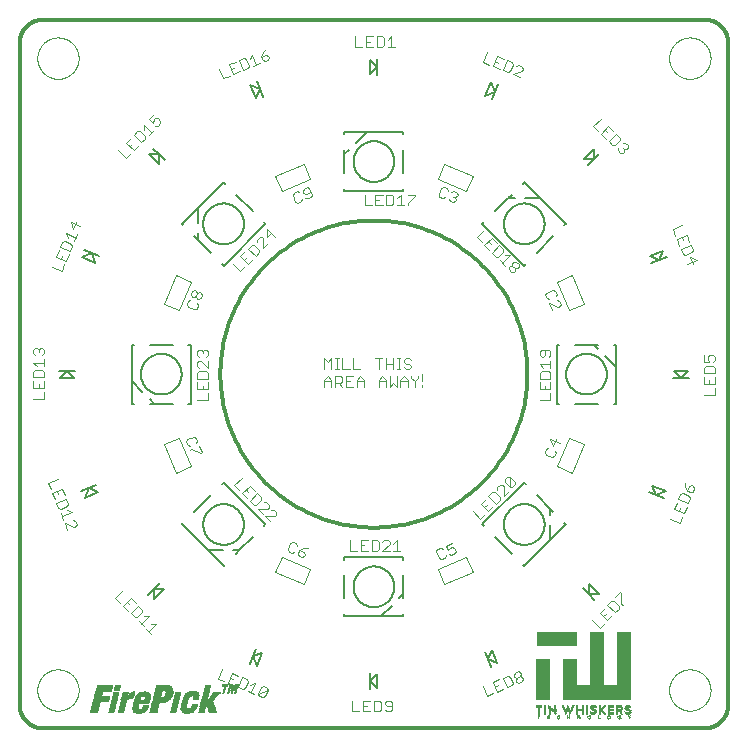
<source format=gto>
G75*
%MOIN*%
%OFA0B0*%
%FSLAX25Y25*%
%IPPOS*%
%LPD*%
%AMOC8*
5,1,8,0,0,1.08239X$1,22.5*
%
%ADD10C,0.01181*%
%ADD11C,0.00000*%
%ADD12C,0.00400*%
%ADD13C,0.00800*%
%ADD14R,0.00722X0.00038*%
%ADD15R,0.00798X0.00038*%
%ADD16R,0.01520X0.00038*%
%ADD17R,0.01444X0.00038*%
%ADD18R,0.01938X0.00038*%
%ADD19R,0.01900X0.00038*%
%ADD20R,0.02242X0.00038*%
%ADD21R,0.02204X0.00038*%
%ADD22R,0.02356X0.00038*%
%ADD23R,0.02204X0.00038*%
%ADD24R,0.02508X0.00038*%
%ADD25R,0.02470X0.00038*%
%ADD26R,0.02432X0.00038*%
%ADD27R,0.02736X0.00038*%
%ADD28R,0.02660X0.00038*%
%ADD29R,0.02926X0.00038*%
%ADD30R,0.02850X0.00038*%
%ADD31R,0.02356X0.00038*%
%ADD32R,0.03078X0.00038*%
%ADD33R,0.03002X0.00038*%
%ADD34R,0.03192X0.00038*%
%ADD35R,0.03344X0.00038*%
%ADD36R,0.02242X0.00038*%
%ADD37R,0.03306X0.00038*%
%ADD38R,0.03458X0.00038*%
%ADD39R,0.03572X0.00038*%
%ADD40R,0.03686X0.00038*%
%ADD41R,0.03800X0.00038*%
%ADD42R,0.03762X0.00038*%
%ADD43R,0.02394X0.00038*%
%ADD44R,0.03876X0.00038*%
%ADD45R,0.03876X0.00038*%
%ADD46R,0.03952X0.00038*%
%ADD47R,0.04028X0.00038*%
%ADD48R,0.04104X0.00038*%
%ADD49R,0.04142X0.00038*%
%ADD50R,0.04218X0.00038*%
%ADD51R,0.04256X0.00038*%
%ADD52R,0.04332X0.00038*%
%ADD53R,0.04370X0.00038*%
%ADD54R,0.04446X0.00038*%
%ADD55R,0.04484X0.00038*%
%ADD56R,0.02318X0.00038*%
%ADD57R,0.04560X0.00038*%
%ADD58R,0.04598X0.00038*%
%ADD59R,0.04636X0.00038*%
%ADD60R,0.04674X0.00038*%
%ADD61R,0.04712X0.00038*%
%ADD62R,0.04750X0.00038*%
%ADD63R,0.04788X0.00038*%
%ADD64R,0.04826X0.00038*%
%ADD65R,0.04864X0.00038*%
%ADD66R,0.04902X0.00038*%
%ADD67R,0.04940X0.00038*%
%ADD68R,0.04978X0.00038*%
%ADD69R,0.05054X0.00038*%
%ADD70R,0.05016X0.00038*%
%ADD71R,0.02318X0.00038*%
%ADD72R,0.05092X0.00038*%
%ADD73R,0.02166X0.00038*%
%ADD74R,0.05130X0.00038*%
%ADD75R,0.02128X0.00038*%
%ADD76R,0.05168X0.00038*%
%ADD77R,0.02090X0.00038*%
%ADD78R,0.02470X0.00038*%
%ADD79R,0.02052X0.00038*%
%ADD80R,0.02280X0.00038*%
%ADD81R,0.02014X0.00038*%
%ADD82R,0.02128X0.00038*%
%ADD83R,0.02090X0.00038*%
%ADD84R,0.02546X0.00038*%
%ADD85R,0.02014X0.00038*%
%ADD86R,0.04712X0.00038*%
%ADD87R,0.05586X0.00038*%
%ADD88R,0.04522X0.00038*%
%ADD89R,0.04408X0.00038*%
%ADD90R,0.03990X0.00038*%
%ADD91R,0.04180X0.00038*%
%ADD92R,0.04826X0.00038*%
%ADD93R,0.05548X0.00038*%
%ADD94R,0.04940X0.00038*%
%ADD95R,0.04142X0.00038*%
%ADD96R,0.05548X0.00038*%
%ADD97R,0.05244X0.00038*%
%ADD98R,0.04066X0.00038*%
%ADD99R,0.05282X0.00038*%
%ADD100R,0.05320X0.00038*%
%ADD101R,0.05358X0.00038*%
%ADD102R,0.05434X0.00038*%
%ADD103R,0.05510X0.00038*%
%ADD104R,0.05472X0.00038*%
%ADD105R,0.04294X0.00038*%
%ADD106R,0.05624X0.00038*%
%ADD107R,0.05662X0.00038*%
%ADD108R,0.04370X0.00038*%
%ADD109R,0.05168X0.00038*%
%ADD110R,0.05700X0.00038*%
%ADD111R,0.05738X0.00038*%
%ADD112R,0.02622X0.00038*%
%ADD113R,0.05776X0.00038*%
%ADD114R,0.05814X0.00038*%
%ADD115R,0.05814X0.00038*%
%ADD116R,0.05852X0.00038*%
%ADD117R,0.03154X0.00038*%
%ADD118R,0.01976X0.00038*%
%ADD119R,0.05890X0.00038*%
%ADD120R,0.00152X0.00038*%
%ADD121R,0.05928X0.00038*%
%ADD122R,0.05966X0.00038*%
%ADD123R,0.06004X0.00038*%
%ADD124R,0.06004X0.00038*%
%ADD125R,0.06042X0.00038*%
%ADD126R,0.02774X0.00038*%
%ADD127R,0.02584X0.00038*%
%ADD128R,0.05092X0.00038*%
%ADD129R,0.04864X0.00038*%
%ADD130R,0.05054X0.00038*%
%ADD131R,0.04978X0.00038*%
%ADD132R,0.01862X0.00038*%
%ADD133R,0.01824X0.00038*%
%ADD134R,0.01786X0.00038*%
%ADD135R,0.01748X0.00038*%
%ADD136R,0.01710X0.00038*%
%ADD137R,0.01672X0.00038*%
%ADD138R,0.01634X0.00038*%
%ADD139R,0.00836X0.00038*%
%ADD140R,0.00608X0.00038*%
%ADD141R,0.01596X0.00038*%
%ADD142R,0.00646X0.00038*%
%ADD143R,0.04256X0.00038*%
%ADD144R,0.00760X0.00038*%
%ADD145R,0.03838X0.00038*%
%ADD146R,0.00684X0.00038*%
%ADD147R,0.01482X0.00038*%
%ADD148R,0.03724X0.00038*%
%ADD149R,0.04104X0.00038*%
%ADD150R,0.03648X0.00038*%
%ADD151R,0.00798X0.00038*%
%ADD152R,0.03534X0.00038*%
%ADD153R,0.00684X0.00038*%
%ADD154R,0.01368X0.00038*%
%ADD155R,0.03382X0.00038*%
%ADD156R,0.01330X0.00038*%
%ADD157R,0.03762X0.00038*%
%ADD158R,0.01292X0.00038*%
%ADD159R,0.01254X0.00038*%
%ADD160R,0.01178X0.00038*%
%ADD161R,0.03420X0.00038*%
%ADD162R,0.01140X0.00038*%
%ADD163R,0.03306X0.00038*%
%ADD164R,0.01064X0.00038*%
%ADD165R,0.00988X0.00038*%
%ADD166R,0.00874X0.00038*%
%ADD167R,0.02812X0.00038*%
%ADD168R,0.02584X0.00038*%
%ADD169R,0.00532X0.00038*%
%ADD170R,0.01520X0.00038*%
%ADD171R,0.00912X0.00038*%
%ADD172R,0.00950X0.00038*%
%ADD173R,0.00912X0.00038*%
%ADD174R,0.01026X0.00038*%
%ADD175R,0.05320X0.00038*%
%ADD176R,0.01102X0.00038*%
%ADD177R,0.05890X0.00038*%
%ADD178R,0.00570X0.00038*%
%ADD179R,0.05662X0.00038*%
%ADD180R,0.05396X0.00038*%
%ADD181R,0.00570X0.00038*%
%ADD182R,0.05206X0.00038*%
%ADD183R,0.01292X0.00038*%
%ADD184R,0.01216X0.00038*%
%ADD185R,0.03914X0.00038*%
%ADD186R,0.01140X0.00038*%
%ADD187C,0.00500*%
%ADD188C,0.00394*%
%ADD189R,0.00250X0.00050*%
%ADD190R,0.00850X0.00050*%
%ADD191R,0.00550X0.00050*%
%ADD192R,0.00350X0.00050*%
%ADD193R,0.00450X0.00050*%
%ADD194R,0.00200X0.00050*%
%ADD195R,0.00700X0.00050*%
%ADD196R,0.00600X0.00050*%
%ADD197R,0.00800X0.00050*%
%ADD198R,0.00400X0.00050*%
%ADD199R,0.00900X0.00050*%
%ADD200R,0.00300X0.00050*%
%ADD201R,0.00500X0.00050*%
%ADD202R,0.01000X0.00050*%
%ADD203R,0.00950X0.00050*%
%ADD204R,0.00750X0.00050*%
%ADD205R,0.00150X0.00050*%
%ADD206R,0.00100X0.00050*%
%ADD207R,0.00650X0.00050*%
%ADD208R,0.01050X0.00050*%
%ADD209R,0.02050X0.00050*%
%ADD210R,0.01300X0.00050*%
%ADD211R,0.01350X0.00050*%
%ADD212R,0.01550X0.00050*%
%ADD213R,0.01750X0.00050*%
%ADD214R,0.01900X0.00050*%
%ADD215R,0.02000X0.00050*%
%ADD216R,0.01100X0.00050*%
%ADD217R,0.01150X0.00050*%
%ADD218R,0.01200X0.00050*%
%ADD219R,0.01700X0.00050*%
%ADD220R,0.01250X0.00050*%
%ADD221R,0.01650X0.00050*%
%ADD222R,0.02400X0.00050*%
%ADD223R,0.01400X0.00050*%
%ADD224R,0.01500X0.00050*%
%ADD225R,0.01800X0.00050*%
%ADD226R,0.01450X0.00050*%
%ADD227R,0.01850X0.00050*%
%ADD228R,0.01950X0.00050*%
%ADD229R,0.02100X0.00050*%
%ADD230R,0.01600X0.00050*%
%ADD231R,0.02150X0.00050*%
%ADD232R,0.02200X0.00050*%
%ADD233R,0.04550X0.00050*%
%ADD234R,0.22600X0.00050*%
%ADD235R,0.04600X0.00050*%
%ADD236R,0.04500X0.00050*%
%ADD237R,0.13600X0.00050*%
%ADD238R,0.13550X0.00050*%
D10*
X0009465Y0003031D02*
X0229937Y0003031D01*
X0229937Y0003032D02*
X0230127Y0003034D01*
X0230317Y0003041D01*
X0230507Y0003053D01*
X0230697Y0003069D01*
X0230886Y0003089D01*
X0231075Y0003115D01*
X0231263Y0003144D01*
X0231450Y0003179D01*
X0231636Y0003218D01*
X0231821Y0003261D01*
X0232006Y0003309D01*
X0232189Y0003361D01*
X0232370Y0003417D01*
X0232550Y0003478D01*
X0232729Y0003544D01*
X0232906Y0003613D01*
X0233082Y0003687D01*
X0233255Y0003765D01*
X0233427Y0003848D01*
X0233596Y0003934D01*
X0233764Y0004024D01*
X0233929Y0004119D01*
X0234092Y0004217D01*
X0234252Y0004320D01*
X0234410Y0004426D01*
X0234565Y0004536D01*
X0234718Y0004649D01*
X0234868Y0004767D01*
X0235014Y0004888D01*
X0235158Y0005012D01*
X0235299Y0005140D01*
X0235437Y0005271D01*
X0235572Y0005406D01*
X0235703Y0005544D01*
X0235831Y0005685D01*
X0235955Y0005829D01*
X0236076Y0005975D01*
X0236194Y0006125D01*
X0236307Y0006278D01*
X0236417Y0006433D01*
X0236523Y0006591D01*
X0236626Y0006751D01*
X0236724Y0006914D01*
X0236819Y0007079D01*
X0236909Y0007247D01*
X0236995Y0007416D01*
X0237078Y0007588D01*
X0237156Y0007761D01*
X0237230Y0007937D01*
X0237299Y0008114D01*
X0237365Y0008293D01*
X0237426Y0008473D01*
X0237482Y0008654D01*
X0237534Y0008837D01*
X0237582Y0009022D01*
X0237625Y0009207D01*
X0237664Y0009393D01*
X0237699Y0009580D01*
X0237728Y0009768D01*
X0237754Y0009957D01*
X0237774Y0010146D01*
X0237790Y0010336D01*
X0237802Y0010526D01*
X0237809Y0010716D01*
X0237811Y0010906D01*
X0237811Y0231378D01*
X0237809Y0231568D01*
X0237802Y0231758D01*
X0237790Y0231948D01*
X0237774Y0232138D01*
X0237754Y0232327D01*
X0237728Y0232516D01*
X0237699Y0232704D01*
X0237664Y0232891D01*
X0237625Y0233077D01*
X0237582Y0233262D01*
X0237534Y0233447D01*
X0237482Y0233630D01*
X0237426Y0233811D01*
X0237365Y0233991D01*
X0237299Y0234170D01*
X0237230Y0234347D01*
X0237156Y0234523D01*
X0237078Y0234696D01*
X0236995Y0234868D01*
X0236909Y0235037D01*
X0236819Y0235205D01*
X0236724Y0235370D01*
X0236626Y0235533D01*
X0236523Y0235693D01*
X0236417Y0235851D01*
X0236307Y0236006D01*
X0236194Y0236159D01*
X0236076Y0236309D01*
X0235955Y0236455D01*
X0235831Y0236599D01*
X0235703Y0236740D01*
X0235572Y0236878D01*
X0235437Y0237013D01*
X0235299Y0237144D01*
X0235158Y0237272D01*
X0235014Y0237396D01*
X0234868Y0237517D01*
X0234718Y0237635D01*
X0234565Y0237748D01*
X0234410Y0237858D01*
X0234252Y0237964D01*
X0234092Y0238067D01*
X0233929Y0238165D01*
X0233764Y0238260D01*
X0233596Y0238350D01*
X0233427Y0238436D01*
X0233255Y0238519D01*
X0233082Y0238597D01*
X0232906Y0238671D01*
X0232729Y0238740D01*
X0232550Y0238806D01*
X0232370Y0238867D01*
X0232189Y0238923D01*
X0232006Y0238975D01*
X0231821Y0239023D01*
X0231636Y0239066D01*
X0231450Y0239105D01*
X0231263Y0239140D01*
X0231075Y0239169D01*
X0230886Y0239195D01*
X0230697Y0239215D01*
X0230507Y0239231D01*
X0230317Y0239243D01*
X0230127Y0239250D01*
X0229937Y0239252D01*
X0009465Y0239252D01*
X0009275Y0239250D01*
X0009085Y0239243D01*
X0008895Y0239231D01*
X0008705Y0239215D01*
X0008516Y0239195D01*
X0008327Y0239169D01*
X0008139Y0239140D01*
X0007952Y0239105D01*
X0007766Y0239066D01*
X0007581Y0239023D01*
X0007396Y0238975D01*
X0007213Y0238923D01*
X0007032Y0238867D01*
X0006852Y0238806D01*
X0006673Y0238740D01*
X0006496Y0238671D01*
X0006320Y0238597D01*
X0006147Y0238519D01*
X0005975Y0238436D01*
X0005806Y0238350D01*
X0005638Y0238260D01*
X0005473Y0238165D01*
X0005310Y0238067D01*
X0005150Y0237964D01*
X0004992Y0237858D01*
X0004837Y0237748D01*
X0004684Y0237635D01*
X0004534Y0237517D01*
X0004388Y0237396D01*
X0004244Y0237272D01*
X0004103Y0237144D01*
X0003965Y0237013D01*
X0003830Y0236878D01*
X0003699Y0236740D01*
X0003571Y0236599D01*
X0003447Y0236455D01*
X0003326Y0236309D01*
X0003208Y0236159D01*
X0003095Y0236006D01*
X0002985Y0235851D01*
X0002879Y0235693D01*
X0002776Y0235533D01*
X0002678Y0235370D01*
X0002583Y0235205D01*
X0002493Y0235037D01*
X0002407Y0234868D01*
X0002324Y0234696D01*
X0002246Y0234523D01*
X0002172Y0234347D01*
X0002103Y0234170D01*
X0002037Y0233991D01*
X0001976Y0233811D01*
X0001920Y0233630D01*
X0001868Y0233447D01*
X0001820Y0233262D01*
X0001777Y0233077D01*
X0001738Y0232891D01*
X0001703Y0232704D01*
X0001674Y0232516D01*
X0001648Y0232327D01*
X0001628Y0232138D01*
X0001612Y0231948D01*
X0001600Y0231758D01*
X0001593Y0231568D01*
X0001591Y0231378D01*
X0001591Y0010906D01*
X0001593Y0010716D01*
X0001600Y0010526D01*
X0001612Y0010336D01*
X0001628Y0010146D01*
X0001648Y0009957D01*
X0001674Y0009768D01*
X0001703Y0009580D01*
X0001738Y0009393D01*
X0001777Y0009207D01*
X0001820Y0009022D01*
X0001868Y0008837D01*
X0001920Y0008654D01*
X0001976Y0008473D01*
X0002037Y0008293D01*
X0002103Y0008114D01*
X0002172Y0007937D01*
X0002246Y0007761D01*
X0002324Y0007588D01*
X0002407Y0007416D01*
X0002493Y0007247D01*
X0002583Y0007079D01*
X0002678Y0006914D01*
X0002776Y0006751D01*
X0002879Y0006591D01*
X0002985Y0006433D01*
X0003095Y0006278D01*
X0003208Y0006125D01*
X0003326Y0005975D01*
X0003447Y0005829D01*
X0003571Y0005685D01*
X0003699Y0005544D01*
X0003830Y0005406D01*
X0003965Y0005271D01*
X0004103Y0005140D01*
X0004244Y0005012D01*
X0004388Y0004888D01*
X0004534Y0004767D01*
X0004684Y0004649D01*
X0004837Y0004536D01*
X0004992Y0004426D01*
X0005150Y0004320D01*
X0005310Y0004217D01*
X0005473Y0004119D01*
X0005638Y0004024D01*
X0005806Y0003934D01*
X0005975Y0003848D01*
X0006147Y0003765D01*
X0006320Y0003687D01*
X0006496Y0003613D01*
X0006673Y0003544D01*
X0006852Y0003478D01*
X0007032Y0003417D01*
X0007213Y0003361D01*
X0007396Y0003309D01*
X0007581Y0003261D01*
X0007766Y0003218D01*
X0007952Y0003179D01*
X0008139Y0003144D01*
X0008327Y0003115D01*
X0008516Y0003089D01*
X0008705Y0003069D01*
X0008895Y0003053D01*
X0009085Y0003041D01*
X0009275Y0003034D01*
X0009465Y0003032D01*
X0068520Y0121142D02*
X0068535Y0122398D01*
X0068582Y0123653D01*
X0068659Y0124907D01*
X0068766Y0126159D01*
X0068905Y0127407D01*
X0069074Y0128652D01*
X0069274Y0129892D01*
X0069503Y0131127D01*
X0069764Y0132356D01*
X0070054Y0133578D01*
X0070374Y0134793D01*
X0070724Y0135999D01*
X0071103Y0137197D01*
X0071512Y0138384D01*
X0071949Y0139562D01*
X0072416Y0140728D01*
X0072911Y0141883D01*
X0073434Y0143025D01*
X0073985Y0144154D01*
X0074563Y0145269D01*
X0075169Y0146369D01*
X0075802Y0147454D01*
X0076461Y0148524D01*
X0077146Y0149577D01*
X0077856Y0150612D01*
X0078592Y0151630D01*
X0079353Y0152630D01*
X0080138Y0153611D01*
X0080946Y0154572D01*
X0081778Y0155513D01*
X0082633Y0156433D01*
X0083511Y0157332D01*
X0084410Y0158210D01*
X0085330Y0159065D01*
X0086271Y0159897D01*
X0087232Y0160705D01*
X0088213Y0161490D01*
X0089213Y0162251D01*
X0090231Y0162987D01*
X0091266Y0163697D01*
X0092319Y0164382D01*
X0093389Y0165041D01*
X0094474Y0165674D01*
X0095574Y0166280D01*
X0096689Y0166858D01*
X0097818Y0167409D01*
X0098960Y0167932D01*
X0100115Y0168427D01*
X0101281Y0168894D01*
X0102459Y0169331D01*
X0103646Y0169740D01*
X0104844Y0170119D01*
X0106050Y0170469D01*
X0107265Y0170789D01*
X0108487Y0171079D01*
X0109716Y0171340D01*
X0110951Y0171569D01*
X0112191Y0171769D01*
X0113436Y0171938D01*
X0114684Y0172077D01*
X0115936Y0172184D01*
X0117190Y0172261D01*
X0118445Y0172308D01*
X0119701Y0172323D01*
X0120957Y0172308D01*
X0122212Y0172261D01*
X0123466Y0172184D01*
X0124718Y0172077D01*
X0125966Y0171938D01*
X0127211Y0171769D01*
X0128451Y0171569D01*
X0129686Y0171340D01*
X0130915Y0171079D01*
X0132137Y0170789D01*
X0133352Y0170469D01*
X0134558Y0170119D01*
X0135756Y0169740D01*
X0136943Y0169331D01*
X0138121Y0168894D01*
X0139287Y0168427D01*
X0140442Y0167932D01*
X0141584Y0167409D01*
X0142713Y0166858D01*
X0143828Y0166280D01*
X0144928Y0165674D01*
X0146013Y0165041D01*
X0147083Y0164382D01*
X0148136Y0163697D01*
X0149171Y0162987D01*
X0150189Y0162251D01*
X0151189Y0161490D01*
X0152170Y0160705D01*
X0153131Y0159897D01*
X0154072Y0159065D01*
X0154992Y0158210D01*
X0155891Y0157332D01*
X0156769Y0156433D01*
X0157624Y0155513D01*
X0158456Y0154572D01*
X0159264Y0153611D01*
X0160049Y0152630D01*
X0160810Y0151630D01*
X0161546Y0150612D01*
X0162256Y0149577D01*
X0162941Y0148524D01*
X0163600Y0147454D01*
X0164233Y0146369D01*
X0164839Y0145269D01*
X0165417Y0144154D01*
X0165968Y0143025D01*
X0166491Y0141883D01*
X0166986Y0140728D01*
X0167453Y0139562D01*
X0167890Y0138384D01*
X0168299Y0137197D01*
X0168678Y0135999D01*
X0169028Y0134793D01*
X0169348Y0133578D01*
X0169638Y0132356D01*
X0169899Y0131127D01*
X0170128Y0129892D01*
X0170328Y0128652D01*
X0170497Y0127407D01*
X0170636Y0126159D01*
X0170743Y0124907D01*
X0170820Y0123653D01*
X0170867Y0122398D01*
X0170882Y0121142D01*
X0170867Y0119886D01*
X0170820Y0118631D01*
X0170743Y0117377D01*
X0170636Y0116125D01*
X0170497Y0114877D01*
X0170328Y0113632D01*
X0170128Y0112392D01*
X0169899Y0111157D01*
X0169638Y0109928D01*
X0169348Y0108706D01*
X0169028Y0107491D01*
X0168678Y0106285D01*
X0168299Y0105087D01*
X0167890Y0103900D01*
X0167453Y0102722D01*
X0166986Y0101556D01*
X0166491Y0100401D01*
X0165968Y0099259D01*
X0165417Y0098130D01*
X0164839Y0097015D01*
X0164233Y0095915D01*
X0163600Y0094830D01*
X0162941Y0093760D01*
X0162256Y0092707D01*
X0161546Y0091672D01*
X0160810Y0090654D01*
X0160049Y0089654D01*
X0159264Y0088673D01*
X0158456Y0087712D01*
X0157624Y0086771D01*
X0156769Y0085851D01*
X0155891Y0084952D01*
X0154992Y0084074D01*
X0154072Y0083219D01*
X0153131Y0082387D01*
X0152170Y0081579D01*
X0151189Y0080794D01*
X0150189Y0080033D01*
X0149171Y0079297D01*
X0148136Y0078587D01*
X0147083Y0077902D01*
X0146013Y0077243D01*
X0144928Y0076610D01*
X0143828Y0076004D01*
X0142713Y0075426D01*
X0141584Y0074875D01*
X0140442Y0074352D01*
X0139287Y0073857D01*
X0138121Y0073390D01*
X0136943Y0072953D01*
X0135756Y0072544D01*
X0134558Y0072165D01*
X0133352Y0071815D01*
X0132137Y0071495D01*
X0130915Y0071205D01*
X0129686Y0070944D01*
X0128451Y0070715D01*
X0127211Y0070515D01*
X0125966Y0070346D01*
X0124718Y0070207D01*
X0123466Y0070100D01*
X0122212Y0070023D01*
X0120957Y0069976D01*
X0119701Y0069961D01*
X0118445Y0069976D01*
X0117190Y0070023D01*
X0115936Y0070100D01*
X0114684Y0070207D01*
X0113436Y0070346D01*
X0112191Y0070515D01*
X0110951Y0070715D01*
X0109716Y0070944D01*
X0108487Y0071205D01*
X0107265Y0071495D01*
X0106050Y0071815D01*
X0104844Y0072165D01*
X0103646Y0072544D01*
X0102459Y0072953D01*
X0101281Y0073390D01*
X0100115Y0073857D01*
X0098960Y0074352D01*
X0097818Y0074875D01*
X0096689Y0075426D01*
X0095574Y0076004D01*
X0094474Y0076610D01*
X0093389Y0077243D01*
X0092319Y0077902D01*
X0091266Y0078587D01*
X0090231Y0079297D01*
X0089213Y0080033D01*
X0088213Y0080794D01*
X0087232Y0081579D01*
X0086271Y0082387D01*
X0085330Y0083219D01*
X0084410Y0084074D01*
X0083511Y0084952D01*
X0082633Y0085851D01*
X0081778Y0086771D01*
X0080946Y0087712D01*
X0080138Y0088673D01*
X0079353Y0089654D01*
X0078592Y0090654D01*
X0077856Y0091672D01*
X0077146Y0092707D01*
X0076461Y0093760D01*
X0075802Y0094830D01*
X0075169Y0095915D01*
X0074563Y0097015D01*
X0073985Y0098130D01*
X0073434Y0099259D01*
X0072911Y0100401D01*
X0072416Y0101556D01*
X0071949Y0102722D01*
X0071512Y0103900D01*
X0071103Y0105087D01*
X0070724Y0106285D01*
X0070374Y0107491D01*
X0070054Y0108706D01*
X0069764Y0109928D01*
X0069503Y0111157D01*
X0069274Y0112392D01*
X0069074Y0113632D01*
X0068905Y0114877D01*
X0068766Y0116125D01*
X0068659Y0117377D01*
X0068582Y0118631D01*
X0068535Y0119886D01*
X0068520Y0121142D01*
D11*
X0007496Y0226457D02*
X0007498Y0226626D01*
X0007504Y0226795D01*
X0007515Y0226964D01*
X0007529Y0227132D01*
X0007548Y0227300D01*
X0007571Y0227468D01*
X0007597Y0227635D01*
X0007628Y0227801D01*
X0007663Y0227967D01*
X0007702Y0228131D01*
X0007746Y0228295D01*
X0007793Y0228457D01*
X0007844Y0228618D01*
X0007899Y0228778D01*
X0007958Y0228937D01*
X0008020Y0229094D01*
X0008087Y0229249D01*
X0008158Y0229403D01*
X0008232Y0229555D01*
X0008310Y0229705D01*
X0008391Y0229853D01*
X0008476Y0229999D01*
X0008565Y0230143D01*
X0008657Y0230285D01*
X0008753Y0230424D01*
X0008852Y0230561D01*
X0008954Y0230696D01*
X0009060Y0230828D01*
X0009169Y0230957D01*
X0009281Y0231084D01*
X0009396Y0231208D01*
X0009514Y0231329D01*
X0009635Y0231447D01*
X0009759Y0231562D01*
X0009886Y0231674D01*
X0010015Y0231783D01*
X0010147Y0231889D01*
X0010282Y0231991D01*
X0010419Y0232090D01*
X0010558Y0232186D01*
X0010700Y0232278D01*
X0010844Y0232367D01*
X0010990Y0232452D01*
X0011138Y0232533D01*
X0011288Y0232611D01*
X0011440Y0232685D01*
X0011594Y0232756D01*
X0011749Y0232823D01*
X0011906Y0232885D01*
X0012065Y0232944D01*
X0012225Y0232999D01*
X0012386Y0233050D01*
X0012548Y0233097D01*
X0012712Y0233141D01*
X0012876Y0233180D01*
X0013042Y0233215D01*
X0013208Y0233246D01*
X0013375Y0233272D01*
X0013543Y0233295D01*
X0013711Y0233314D01*
X0013879Y0233328D01*
X0014048Y0233339D01*
X0014217Y0233345D01*
X0014386Y0233347D01*
X0014555Y0233345D01*
X0014724Y0233339D01*
X0014893Y0233328D01*
X0015061Y0233314D01*
X0015229Y0233295D01*
X0015397Y0233272D01*
X0015564Y0233246D01*
X0015730Y0233215D01*
X0015896Y0233180D01*
X0016060Y0233141D01*
X0016224Y0233097D01*
X0016386Y0233050D01*
X0016547Y0232999D01*
X0016707Y0232944D01*
X0016866Y0232885D01*
X0017023Y0232823D01*
X0017178Y0232756D01*
X0017332Y0232685D01*
X0017484Y0232611D01*
X0017634Y0232533D01*
X0017782Y0232452D01*
X0017928Y0232367D01*
X0018072Y0232278D01*
X0018214Y0232186D01*
X0018353Y0232090D01*
X0018490Y0231991D01*
X0018625Y0231889D01*
X0018757Y0231783D01*
X0018886Y0231674D01*
X0019013Y0231562D01*
X0019137Y0231447D01*
X0019258Y0231329D01*
X0019376Y0231208D01*
X0019491Y0231084D01*
X0019603Y0230957D01*
X0019712Y0230828D01*
X0019818Y0230696D01*
X0019920Y0230561D01*
X0020019Y0230424D01*
X0020115Y0230285D01*
X0020207Y0230143D01*
X0020296Y0229999D01*
X0020381Y0229853D01*
X0020462Y0229705D01*
X0020540Y0229555D01*
X0020614Y0229403D01*
X0020685Y0229249D01*
X0020752Y0229094D01*
X0020814Y0228937D01*
X0020873Y0228778D01*
X0020928Y0228618D01*
X0020979Y0228457D01*
X0021026Y0228295D01*
X0021070Y0228131D01*
X0021109Y0227967D01*
X0021144Y0227801D01*
X0021175Y0227635D01*
X0021201Y0227468D01*
X0021224Y0227300D01*
X0021243Y0227132D01*
X0021257Y0226964D01*
X0021268Y0226795D01*
X0021274Y0226626D01*
X0021276Y0226457D01*
X0021274Y0226288D01*
X0021268Y0226119D01*
X0021257Y0225950D01*
X0021243Y0225782D01*
X0021224Y0225614D01*
X0021201Y0225446D01*
X0021175Y0225279D01*
X0021144Y0225113D01*
X0021109Y0224947D01*
X0021070Y0224783D01*
X0021026Y0224619D01*
X0020979Y0224457D01*
X0020928Y0224296D01*
X0020873Y0224136D01*
X0020814Y0223977D01*
X0020752Y0223820D01*
X0020685Y0223665D01*
X0020614Y0223511D01*
X0020540Y0223359D01*
X0020462Y0223209D01*
X0020381Y0223061D01*
X0020296Y0222915D01*
X0020207Y0222771D01*
X0020115Y0222629D01*
X0020019Y0222490D01*
X0019920Y0222353D01*
X0019818Y0222218D01*
X0019712Y0222086D01*
X0019603Y0221957D01*
X0019491Y0221830D01*
X0019376Y0221706D01*
X0019258Y0221585D01*
X0019137Y0221467D01*
X0019013Y0221352D01*
X0018886Y0221240D01*
X0018757Y0221131D01*
X0018625Y0221025D01*
X0018490Y0220923D01*
X0018353Y0220824D01*
X0018214Y0220728D01*
X0018072Y0220636D01*
X0017928Y0220547D01*
X0017782Y0220462D01*
X0017634Y0220381D01*
X0017484Y0220303D01*
X0017332Y0220229D01*
X0017178Y0220158D01*
X0017023Y0220091D01*
X0016866Y0220029D01*
X0016707Y0219970D01*
X0016547Y0219915D01*
X0016386Y0219864D01*
X0016224Y0219817D01*
X0016060Y0219773D01*
X0015896Y0219734D01*
X0015730Y0219699D01*
X0015564Y0219668D01*
X0015397Y0219642D01*
X0015229Y0219619D01*
X0015061Y0219600D01*
X0014893Y0219586D01*
X0014724Y0219575D01*
X0014555Y0219569D01*
X0014386Y0219567D01*
X0014217Y0219569D01*
X0014048Y0219575D01*
X0013879Y0219586D01*
X0013711Y0219600D01*
X0013543Y0219619D01*
X0013375Y0219642D01*
X0013208Y0219668D01*
X0013042Y0219699D01*
X0012876Y0219734D01*
X0012712Y0219773D01*
X0012548Y0219817D01*
X0012386Y0219864D01*
X0012225Y0219915D01*
X0012065Y0219970D01*
X0011906Y0220029D01*
X0011749Y0220091D01*
X0011594Y0220158D01*
X0011440Y0220229D01*
X0011288Y0220303D01*
X0011138Y0220381D01*
X0010990Y0220462D01*
X0010844Y0220547D01*
X0010700Y0220636D01*
X0010558Y0220728D01*
X0010419Y0220824D01*
X0010282Y0220923D01*
X0010147Y0221025D01*
X0010015Y0221131D01*
X0009886Y0221240D01*
X0009759Y0221352D01*
X0009635Y0221467D01*
X0009514Y0221585D01*
X0009396Y0221706D01*
X0009281Y0221830D01*
X0009169Y0221957D01*
X0009060Y0222086D01*
X0008954Y0222218D01*
X0008852Y0222353D01*
X0008753Y0222490D01*
X0008657Y0222629D01*
X0008565Y0222771D01*
X0008476Y0222915D01*
X0008391Y0223061D01*
X0008310Y0223209D01*
X0008232Y0223359D01*
X0008158Y0223511D01*
X0008087Y0223665D01*
X0008020Y0223820D01*
X0007958Y0223977D01*
X0007899Y0224136D01*
X0007844Y0224296D01*
X0007793Y0224457D01*
X0007746Y0224619D01*
X0007702Y0224783D01*
X0007663Y0224947D01*
X0007628Y0225113D01*
X0007597Y0225279D01*
X0007571Y0225446D01*
X0007548Y0225614D01*
X0007529Y0225782D01*
X0007515Y0225950D01*
X0007504Y0226119D01*
X0007498Y0226288D01*
X0007496Y0226457D01*
X0007496Y0015827D02*
X0007498Y0015996D01*
X0007504Y0016165D01*
X0007515Y0016334D01*
X0007529Y0016502D01*
X0007548Y0016670D01*
X0007571Y0016838D01*
X0007597Y0017005D01*
X0007628Y0017171D01*
X0007663Y0017337D01*
X0007702Y0017501D01*
X0007746Y0017665D01*
X0007793Y0017827D01*
X0007844Y0017988D01*
X0007899Y0018148D01*
X0007958Y0018307D01*
X0008020Y0018464D01*
X0008087Y0018619D01*
X0008158Y0018773D01*
X0008232Y0018925D01*
X0008310Y0019075D01*
X0008391Y0019223D01*
X0008476Y0019369D01*
X0008565Y0019513D01*
X0008657Y0019655D01*
X0008753Y0019794D01*
X0008852Y0019931D01*
X0008954Y0020066D01*
X0009060Y0020198D01*
X0009169Y0020327D01*
X0009281Y0020454D01*
X0009396Y0020578D01*
X0009514Y0020699D01*
X0009635Y0020817D01*
X0009759Y0020932D01*
X0009886Y0021044D01*
X0010015Y0021153D01*
X0010147Y0021259D01*
X0010282Y0021361D01*
X0010419Y0021460D01*
X0010558Y0021556D01*
X0010700Y0021648D01*
X0010844Y0021737D01*
X0010990Y0021822D01*
X0011138Y0021903D01*
X0011288Y0021981D01*
X0011440Y0022055D01*
X0011594Y0022126D01*
X0011749Y0022193D01*
X0011906Y0022255D01*
X0012065Y0022314D01*
X0012225Y0022369D01*
X0012386Y0022420D01*
X0012548Y0022467D01*
X0012712Y0022511D01*
X0012876Y0022550D01*
X0013042Y0022585D01*
X0013208Y0022616D01*
X0013375Y0022642D01*
X0013543Y0022665D01*
X0013711Y0022684D01*
X0013879Y0022698D01*
X0014048Y0022709D01*
X0014217Y0022715D01*
X0014386Y0022717D01*
X0014555Y0022715D01*
X0014724Y0022709D01*
X0014893Y0022698D01*
X0015061Y0022684D01*
X0015229Y0022665D01*
X0015397Y0022642D01*
X0015564Y0022616D01*
X0015730Y0022585D01*
X0015896Y0022550D01*
X0016060Y0022511D01*
X0016224Y0022467D01*
X0016386Y0022420D01*
X0016547Y0022369D01*
X0016707Y0022314D01*
X0016866Y0022255D01*
X0017023Y0022193D01*
X0017178Y0022126D01*
X0017332Y0022055D01*
X0017484Y0021981D01*
X0017634Y0021903D01*
X0017782Y0021822D01*
X0017928Y0021737D01*
X0018072Y0021648D01*
X0018214Y0021556D01*
X0018353Y0021460D01*
X0018490Y0021361D01*
X0018625Y0021259D01*
X0018757Y0021153D01*
X0018886Y0021044D01*
X0019013Y0020932D01*
X0019137Y0020817D01*
X0019258Y0020699D01*
X0019376Y0020578D01*
X0019491Y0020454D01*
X0019603Y0020327D01*
X0019712Y0020198D01*
X0019818Y0020066D01*
X0019920Y0019931D01*
X0020019Y0019794D01*
X0020115Y0019655D01*
X0020207Y0019513D01*
X0020296Y0019369D01*
X0020381Y0019223D01*
X0020462Y0019075D01*
X0020540Y0018925D01*
X0020614Y0018773D01*
X0020685Y0018619D01*
X0020752Y0018464D01*
X0020814Y0018307D01*
X0020873Y0018148D01*
X0020928Y0017988D01*
X0020979Y0017827D01*
X0021026Y0017665D01*
X0021070Y0017501D01*
X0021109Y0017337D01*
X0021144Y0017171D01*
X0021175Y0017005D01*
X0021201Y0016838D01*
X0021224Y0016670D01*
X0021243Y0016502D01*
X0021257Y0016334D01*
X0021268Y0016165D01*
X0021274Y0015996D01*
X0021276Y0015827D01*
X0021274Y0015658D01*
X0021268Y0015489D01*
X0021257Y0015320D01*
X0021243Y0015152D01*
X0021224Y0014984D01*
X0021201Y0014816D01*
X0021175Y0014649D01*
X0021144Y0014483D01*
X0021109Y0014317D01*
X0021070Y0014153D01*
X0021026Y0013989D01*
X0020979Y0013827D01*
X0020928Y0013666D01*
X0020873Y0013506D01*
X0020814Y0013347D01*
X0020752Y0013190D01*
X0020685Y0013035D01*
X0020614Y0012881D01*
X0020540Y0012729D01*
X0020462Y0012579D01*
X0020381Y0012431D01*
X0020296Y0012285D01*
X0020207Y0012141D01*
X0020115Y0011999D01*
X0020019Y0011860D01*
X0019920Y0011723D01*
X0019818Y0011588D01*
X0019712Y0011456D01*
X0019603Y0011327D01*
X0019491Y0011200D01*
X0019376Y0011076D01*
X0019258Y0010955D01*
X0019137Y0010837D01*
X0019013Y0010722D01*
X0018886Y0010610D01*
X0018757Y0010501D01*
X0018625Y0010395D01*
X0018490Y0010293D01*
X0018353Y0010194D01*
X0018214Y0010098D01*
X0018072Y0010006D01*
X0017928Y0009917D01*
X0017782Y0009832D01*
X0017634Y0009751D01*
X0017484Y0009673D01*
X0017332Y0009599D01*
X0017178Y0009528D01*
X0017023Y0009461D01*
X0016866Y0009399D01*
X0016707Y0009340D01*
X0016547Y0009285D01*
X0016386Y0009234D01*
X0016224Y0009187D01*
X0016060Y0009143D01*
X0015896Y0009104D01*
X0015730Y0009069D01*
X0015564Y0009038D01*
X0015397Y0009012D01*
X0015229Y0008989D01*
X0015061Y0008970D01*
X0014893Y0008956D01*
X0014724Y0008945D01*
X0014555Y0008939D01*
X0014386Y0008937D01*
X0014217Y0008939D01*
X0014048Y0008945D01*
X0013879Y0008956D01*
X0013711Y0008970D01*
X0013543Y0008989D01*
X0013375Y0009012D01*
X0013208Y0009038D01*
X0013042Y0009069D01*
X0012876Y0009104D01*
X0012712Y0009143D01*
X0012548Y0009187D01*
X0012386Y0009234D01*
X0012225Y0009285D01*
X0012065Y0009340D01*
X0011906Y0009399D01*
X0011749Y0009461D01*
X0011594Y0009528D01*
X0011440Y0009599D01*
X0011288Y0009673D01*
X0011138Y0009751D01*
X0010990Y0009832D01*
X0010844Y0009917D01*
X0010700Y0010006D01*
X0010558Y0010098D01*
X0010419Y0010194D01*
X0010282Y0010293D01*
X0010147Y0010395D01*
X0010015Y0010501D01*
X0009886Y0010610D01*
X0009759Y0010722D01*
X0009635Y0010837D01*
X0009514Y0010955D01*
X0009396Y0011076D01*
X0009281Y0011200D01*
X0009169Y0011327D01*
X0009060Y0011456D01*
X0008954Y0011588D01*
X0008852Y0011723D01*
X0008753Y0011860D01*
X0008657Y0011999D01*
X0008565Y0012141D01*
X0008476Y0012285D01*
X0008391Y0012431D01*
X0008310Y0012579D01*
X0008232Y0012729D01*
X0008158Y0012881D01*
X0008087Y0013035D01*
X0008020Y0013190D01*
X0007958Y0013347D01*
X0007899Y0013506D01*
X0007844Y0013666D01*
X0007793Y0013827D01*
X0007746Y0013989D01*
X0007702Y0014153D01*
X0007663Y0014317D01*
X0007628Y0014483D01*
X0007597Y0014649D01*
X0007571Y0014816D01*
X0007548Y0014984D01*
X0007529Y0015152D01*
X0007515Y0015320D01*
X0007504Y0015489D01*
X0007498Y0015658D01*
X0007496Y0015827D01*
X0218126Y0015827D02*
X0218128Y0015996D01*
X0218134Y0016165D01*
X0218145Y0016334D01*
X0218159Y0016502D01*
X0218178Y0016670D01*
X0218201Y0016838D01*
X0218227Y0017005D01*
X0218258Y0017171D01*
X0218293Y0017337D01*
X0218332Y0017501D01*
X0218376Y0017665D01*
X0218423Y0017827D01*
X0218474Y0017988D01*
X0218529Y0018148D01*
X0218588Y0018307D01*
X0218650Y0018464D01*
X0218717Y0018619D01*
X0218788Y0018773D01*
X0218862Y0018925D01*
X0218940Y0019075D01*
X0219021Y0019223D01*
X0219106Y0019369D01*
X0219195Y0019513D01*
X0219287Y0019655D01*
X0219383Y0019794D01*
X0219482Y0019931D01*
X0219584Y0020066D01*
X0219690Y0020198D01*
X0219799Y0020327D01*
X0219911Y0020454D01*
X0220026Y0020578D01*
X0220144Y0020699D01*
X0220265Y0020817D01*
X0220389Y0020932D01*
X0220516Y0021044D01*
X0220645Y0021153D01*
X0220777Y0021259D01*
X0220912Y0021361D01*
X0221049Y0021460D01*
X0221188Y0021556D01*
X0221330Y0021648D01*
X0221474Y0021737D01*
X0221620Y0021822D01*
X0221768Y0021903D01*
X0221918Y0021981D01*
X0222070Y0022055D01*
X0222224Y0022126D01*
X0222379Y0022193D01*
X0222536Y0022255D01*
X0222695Y0022314D01*
X0222855Y0022369D01*
X0223016Y0022420D01*
X0223178Y0022467D01*
X0223342Y0022511D01*
X0223506Y0022550D01*
X0223672Y0022585D01*
X0223838Y0022616D01*
X0224005Y0022642D01*
X0224173Y0022665D01*
X0224341Y0022684D01*
X0224509Y0022698D01*
X0224678Y0022709D01*
X0224847Y0022715D01*
X0225016Y0022717D01*
X0225185Y0022715D01*
X0225354Y0022709D01*
X0225523Y0022698D01*
X0225691Y0022684D01*
X0225859Y0022665D01*
X0226027Y0022642D01*
X0226194Y0022616D01*
X0226360Y0022585D01*
X0226526Y0022550D01*
X0226690Y0022511D01*
X0226854Y0022467D01*
X0227016Y0022420D01*
X0227177Y0022369D01*
X0227337Y0022314D01*
X0227496Y0022255D01*
X0227653Y0022193D01*
X0227808Y0022126D01*
X0227962Y0022055D01*
X0228114Y0021981D01*
X0228264Y0021903D01*
X0228412Y0021822D01*
X0228558Y0021737D01*
X0228702Y0021648D01*
X0228844Y0021556D01*
X0228983Y0021460D01*
X0229120Y0021361D01*
X0229255Y0021259D01*
X0229387Y0021153D01*
X0229516Y0021044D01*
X0229643Y0020932D01*
X0229767Y0020817D01*
X0229888Y0020699D01*
X0230006Y0020578D01*
X0230121Y0020454D01*
X0230233Y0020327D01*
X0230342Y0020198D01*
X0230448Y0020066D01*
X0230550Y0019931D01*
X0230649Y0019794D01*
X0230745Y0019655D01*
X0230837Y0019513D01*
X0230926Y0019369D01*
X0231011Y0019223D01*
X0231092Y0019075D01*
X0231170Y0018925D01*
X0231244Y0018773D01*
X0231315Y0018619D01*
X0231382Y0018464D01*
X0231444Y0018307D01*
X0231503Y0018148D01*
X0231558Y0017988D01*
X0231609Y0017827D01*
X0231656Y0017665D01*
X0231700Y0017501D01*
X0231739Y0017337D01*
X0231774Y0017171D01*
X0231805Y0017005D01*
X0231831Y0016838D01*
X0231854Y0016670D01*
X0231873Y0016502D01*
X0231887Y0016334D01*
X0231898Y0016165D01*
X0231904Y0015996D01*
X0231906Y0015827D01*
X0231904Y0015658D01*
X0231898Y0015489D01*
X0231887Y0015320D01*
X0231873Y0015152D01*
X0231854Y0014984D01*
X0231831Y0014816D01*
X0231805Y0014649D01*
X0231774Y0014483D01*
X0231739Y0014317D01*
X0231700Y0014153D01*
X0231656Y0013989D01*
X0231609Y0013827D01*
X0231558Y0013666D01*
X0231503Y0013506D01*
X0231444Y0013347D01*
X0231382Y0013190D01*
X0231315Y0013035D01*
X0231244Y0012881D01*
X0231170Y0012729D01*
X0231092Y0012579D01*
X0231011Y0012431D01*
X0230926Y0012285D01*
X0230837Y0012141D01*
X0230745Y0011999D01*
X0230649Y0011860D01*
X0230550Y0011723D01*
X0230448Y0011588D01*
X0230342Y0011456D01*
X0230233Y0011327D01*
X0230121Y0011200D01*
X0230006Y0011076D01*
X0229888Y0010955D01*
X0229767Y0010837D01*
X0229643Y0010722D01*
X0229516Y0010610D01*
X0229387Y0010501D01*
X0229255Y0010395D01*
X0229120Y0010293D01*
X0228983Y0010194D01*
X0228844Y0010098D01*
X0228702Y0010006D01*
X0228558Y0009917D01*
X0228412Y0009832D01*
X0228264Y0009751D01*
X0228114Y0009673D01*
X0227962Y0009599D01*
X0227808Y0009528D01*
X0227653Y0009461D01*
X0227496Y0009399D01*
X0227337Y0009340D01*
X0227177Y0009285D01*
X0227016Y0009234D01*
X0226854Y0009187D01*
X0226690Y0009143D01*
X0226526Y0009104D01*
X0226360Y0009069D01*
X0226194Y0009038D01*
X0226027Y0009012D01*
X0225859Y0008989D01*
X0225691Y0008970D01*
X0225523Y0008956D01*
X0225354Y0008945D01*
X0225185Y0008939D01*
X0225016Y0008937D01*
X0224847Y0008939D01*
X0224678Y0008945D01*
X0224509Y0008956D01*
X0224341Y0008970D01*
X0224173Y0008989D01*
X0224005Y0009012D01*
X0223838Y0009038D01*
X0223672Y0009069D01*
X0223506Y0009104D01*
X0223342Y0009143D01*
X0223178Y0009187D01*
X0223016Y0009234D01*
X0222855Y0009285D01*
X0222695Y0009340D01*
X0222536Y0009399D01*
X0222379Y0009461D01*
X0222224Y0009528D01*
X0222070Y0009599D01*
X0221918Y0009673D01*
X0221768Y0009751D01*
X0221620Y0009832D01*
X0221474Y0009917D01*
X0221330Y0010006D01*
X0221188Y0010098D01*
X0221049Y0010194D01*
X0220912Y0010293D01*
X0220777Y0010395D01*
X0220645Y0010501D01*
X0220516Y0010610D01*
X0220389Y0010722D01*
X0220265Y0010837D01*
X0220144Y0010955D01*
X0220026Y0011076D01*
X0219911Y0011200D01*
X0219799Y0011327D01*
X0219690Y0011456D01*
X0219584Y0011588D01*
X0219482Y0011723D01*
X0219383Y0011860D01*
X0219287Y0011999D01*
X0219195Y0012141D01*
X0219106Y0012285D01*
X0219021Y0012431D01*
X0218940Y0012579D01*
X0218862Y0012729D01*
X0218788Y0012881D01*
X0218717Y0013035D01*
X0218650Y0013190D01*
X0218588Y0013347D01*
X0218529Y0013506D01*
X0218474Y0013666D01*
X0218423Y0013827D01*
X0218376Y0013989D01*
X0218332Y0014153D01*
X0218293Y0014317D01*
X0218258Y0014483D01*
X0218227Y0014649D01*
X0218201Y0014816D01*
X0218178Y0014984D01*
X0218159Y0015152D01*
X0218145Y0015320D01*
X0218134Y0015489D01*
X0218128Y0015658D01*
X0218126Y0015827D01*
X0218126Y0226457D02*
X0218128Y0226626D01*
X0218134Y0226795D01*
X0218145Y0226964D01*
X0218159Y0227132D01*
X0218178Y0227300D01*
X0218201Y0227468D01*
X0218227Y0227635D01*
X0218258Y0227801D01*
X0218293Y0227967D01*
X0218332Y0228131D01*
X0218376Y0228295D01*
X0218423Y0228457D01*
X0218474Y0228618D01*
X0218529Y0228778D01*
X0218588Y0228937D01*
X0218650Y0229094D01*
X0218717Y0229249D01*
X0218788Y0229403D01*
X0218862Y0229555D01*
X0218940Y0229705D01*
X0219021Y0229853D01*
X0219106Y0229999D01*
X0219195Y0230143D01*
X0219287Y0230285D01*
X0219383Y0230424D01*
X0219482Y0230561D01*
X0219584Y0230696D01*
X0219690Y0230828D01*
X0219799Y0230957D01*
X0219911Y0231084D01*
X0220026Y0231208D01*
X0220144Y0231329D01*
X0220265Y0231447D01*
X0220389Y0231562D01*
X0220516Y0231674D01*
X0220645Y0231783D01*
X0220777Y0231889D01*
X0220912Y0231991D01*
X0221049Y0232090D01*
X0221188Y0232186D01*
X0221330Y0232278D01*
X0221474Y0232367D01*
X0221620Y0232452D01*
X0221768Y0232533D01*
X0221918Y0232611D01*
X0222070Y0232685D01*
X0222224Y0232756D01*
X0222379Y0232823D01*
X0222536Y0232885D01*
X0222695Y0232944D01*
X0222855Y0232999D01*
X0223016Y0233050D01*
X0223178Y0233097D01*
X0223342Y0233141D01*
X0223506Y0233180D01*
X0223672Y0233215D01*
X0223838Y0233246D01*
X0224005Y0233272D01*
X0224173Y0233295D01*
X0224341Y0233314D01*
X0224509Y0233328D01*
X0224678Y0233339D01*
X0224847Y0233345D01*
X0225016Y0233347D01*
X0225185Y0233345D01*
X0225354Y0233339D01*
X0225523Y0233328D01*
X0225691Y0233314D01*
X0225859Y0233295D01*
X0226027Y0233272D01*
X0226194Y0233246D01*
X0226360Y0233215D01*
X0226526Y0233180D01*
X0226690Y0233141D01*
X0226854Y0233097D01*
X0227016Y0233050D01*
X0227177Y0232999D01*
X0227337Y0232944D01*
X0227496Y0232885D01*
X0227653Y0232823D01*
X0227808Y0232756D01*
X0227962Y0232685D01*
X0228114Y0232611D01*
X0228264Y0232533D01*
X0228412Y0232452D01*
X0228558Y0232367D01*
X0228702Y0232278D01*
X0228844Y0232186D01*
X0228983Y0232090D01*
X0229120Y0231991D01*
X0229255Y0231889D01*
X0229387Y0231783D01*
X0229516Y0231674D01*
X0229643Y0231562D01*
X0229767Y0231447D01*
X0229888Y0231329D01*
X0230006Y0231208D01*
X0230121Y0231084D01*
X0230233Y0230957D01*
X0230342Y0230828D01*
X0230448Y0230696D01*
X0230550Y0230561D01*
X0230649Y0230424D01*
X0230745Y0230285D01*
X0230837Y0230143D01*
X0230926Y0229999D01*
X0231011Y0229853D01*
X0231092Y0229705D01*
X0231170Y0229555D01*
X0231244Y0229403D01*
X0231315Y0229249D01*
X0231382Y0229094D01*
X0231444Y0228937D01*
X0231503Y0228778D01*
X0231558Y0228618D01*
X0231609Y0228457D01*
X0231656Y0228295D01*
X0231700Y0228131D01*
X0231739Y0227967D01*
X0231774Y0227801D01*
X0231805Y0227635D01*
X0231831Y0227468D01*
X0231854Y0227300D01*
X0231873Y0227132D01*
X0231887Y0226964D01*
X0231898Y0226795D01*
X0231904Y0226626D01*
X0231906Y0226457D01*
X0231904Y0226288D01*
X0231898Y0226119D01*
X0231887Y0225950D01*
X0231873Y0225782D01*
X0231854Y0225614D01*
X0231831Y0225446D01*
X0231805Y0225279D01*
X0231774Y0225113D01*
X0231739Y0224947D01*
X0231700Y0224783D01*
X0231656Y0224619D01*
X0231609Y0224457D01*
X0231558Y0224296D01*
X0231503Y0224136D01*
X0231444Y0223977D01*
X0231382Y0223820D01*
X0231315Y0223665D01*
X0231244Y0223511D01*
X0231170Y0223359D01*
X0231092Y0223209D01*
X0231011Y0223061D01*
X0230926Y0222915D01*
X0230837Y0222771D01*
X0230745Y0222629D01*
X0230649Y0222490D01*
X0230550Y0222353D01*
X0230448Y0222218D01*
X0230342Y0222086D01*
X0230233Y0221957D01*
X0230121Y0221830D01*
X0230006Y0221706D01*
X0229888Y0221585D01*
X0229767Y0221467D01*
X0229643Y0221352D01*
X0229516Y0221240D01*
X0229387Y0221131D01*
X0229255Y0221025D01*
X0229120Y0220923D01*
X0228983Y0220824D01*
X0228844Y0220728D01*
X0228702Y0220636D01*
X0228558Y0220547D01*
X0228412Y0220462D01*
X0228264Y0220381D01*
X0228114Y0220303D01*
X0227962Y0220229D01*
X0227808Y0220158D01*
X0227653Y0220091D01*
X0227496Y0220029D01*
X0227337Y0219970D01*
X0227177Y0219915D01*
X0227016Y0219864D01*
X0226854Y0219817D01*
X0226690Y0219773D01*
X0226526Y0219734D01*
X0226360Y0219699D01*
X0226194Y0219668D01*
X0226027Y0219642D01*
X0225859Y0219619D01*
X0225691Y0219600D01*
X0225523Y0219586D01*
X0225354Y0219575D01*
X0225185Y0219569D01*
X0225016Y0219567D01*
X0224847Y0219569D01*
X0224678Y0219575D01*
X0224509Y0219586D01*
X0224341Y0219600D01*
X0224173Y0219619D01*
X0224005Y0219642D01*
X0223838Y0219668D01*
X0223672Y0219699D01*
X0223506Y0219734D01*
X0223342Y0219773D01*
X0223178Y0219817D01*
X0223016Y0219864D01*
X0222855Y0219915D01*
X0222695Y0219970D01*
X0222536Y0220029D01*
X0222379Y0220091D01*
X0222224Y0220158D01*
X0222070Y0220229D01*
X0221918Y0220303D01*
X0221768Y0220381D01*
X0221620Y0220462D01*
X0221474Y0220547D01*
X0221330Y0220636D01*
X0221188Y0220728D01*
X0221049Y0220824D01*
X0220912Y0220923D01*
X0220777Y0221025D01*
X0220645Y0221131D01*
X0220516Y0221240D01*
X0220389Y0221352D01*
X0220265Y0221467D01*
X0220144Y0221585D01*
X0220026Y0221706D01*
X0219911Y0221830D01*
X0219799Y0221957D01*
X0219690Y0222086D01*
X0219584Y0222218D01*
X0219482Y0222353D01*
X0219383Y0222490D01*
X0219287Y0222629D01*
X0219195Y0222771D01*
X0219106Y0222915D01*
X0219021Y0223061D01*
X0218940Y0223209D01*
X0218862Y0223359D01*
X0218788Y0223511D01*
X0218717Y0223665D01*
X0218650Y0223820D01*
X0218588Y0223977D01*
X0218529Y0224136D01*
X0218474Y0224296D01*
X0218423Y0224457D01*
X0218376Y0224619D01*
X0218332Y0224783D01*
X0218293Y0224947D01*
X0218258Y0225113D01*
X0218227Y0225279D01*
X0218201Y0225446D01*
X0218178Y0225614D01*
X0218159Y0225782D01*
X0218145Y0225950D01*
X0218134Y0226119D01*
X0218128Y0226288D01*
X0218126Y0226457D01*
D12*
X0197862Y0203764D02*
X0195359Y0201261D01*
X0197028Y0199592D01*
X0197922Y0198698D02*
X0199174Y0197446D01*
X0200008Y0197446D01*
X0201677Y0199115D01*
X0201677Y0199949D01*
X0200425Y0201201D01*
X0197922Y0198698D01*
X0197445Y0201678D02*
X0196610Y0202513D01*
X0197862Y0203764D02*
X0199531Y0202096D01*
X0202571Y0198220D02*
X0203406Y0198220D01*
X0204240Y0197386D01*
X0204240Y0196552D01*
X0203823Y0196134D01*
X0202989Y0196134D01*
X0202989Y0195300D01*
X0202571Y0194883D01*
X0201737Y0194883D01*
X0200903Y0195717D01*
X0200903Y0196552D01*
X0202571Y0196552D02*
X0202989Y0196134D01*
X0194464Y0202156D02*
X0192795Y0203825D01*
X0195299Y0206328D01*
X0168266Y0220129D02*
X0166086Y0221032D01*
X0169169Y0222310D01*
X0169395Y0222855D01*
X0169076Y0223626D01*
X0167985Y0224077D01*
X0167214Y0223758D01*
X0166046Y0224242D02*
X0165726Y0225013D01*
X0164091Y0225690D01*
X0162736Y0222420D01*
X0164372Y0221742D01*
X0165143Y0222062D01*
X0166046Y0224242D01*
X0162922Y0226174D02*
X0160742Y0227078D01*
X0159387Y0223807D01*
X0161568Y0222904D01*
X0161155Y0224991D02*
X0160065Y0225442D01*
X0158218Y0224291D02*
X0156038Y0225194D01*
X0157393Y0228465D01*
X0126683Y0230188D02*
X0124323Y0230188D01*
X0125503Y0230188D02*
X0125503Y0233728D01*
X0124323Y0232548D01*
X0123058Y0233138D02*
X0122468Y0233728D01*
X0120698Y0233728D01*
X0120698Y0230188D01*
X0122468Y0230188D01*
X0123058Y0230778D01*
X0123058Y0233138D01*
X0119433Y0233728D02*
X0117073Y0233728D01*
X0117073Y0230188D01*
X0119433Y0230188D01*
X0118253Y0231958D02*
X0117073Y0231958D01*
X0115808Y0230188D02*
X0113448Y0230188D01*
X0113448Y0233728D01*
X0084743Y0226713D02*
X0084424Y0225942D01*
X0083334Y0225491D01*
X0082563Y0225810D01*
X0082111Y0226900D01*
X0083747Y0227578D01*
X0084517Y0227258D01*
X0084743Y0226713D01*
X0082750Y0228442D02*
X0082111Y0226900D01*
X0082750Y0228442D02*
X0083614Y0229439D01*
X0079175Y0227600D02*
X0080530Y0224329D01*
X0079440Y0223878D02*
X0081620Y0224781D01*
X0078536Y0226058D02*
X0079175Y0227600D01*
X0077142Y0226119D02*
X0076371Y0226438D01*
X0074736Y0225761D01*
X0076090Y0222490D01*
X0077726Y0223168D01*
X0078045Y0223939D01*
X0077142Y0226119D01*
X0074921Y0222006D02*
X0072741Y0221103D01*
X0071386Y0224374D01*
X0073567Y0225277D01*
X0073154Y0223190D02*
X0072064Y0222738D01*
X0071572Y0220619D02*
X0069392Y0219716D01*
X0068037Y0222986D01*
X0048523Y0205592D02*
X0048523Y0204757D01*
X0047689Y0203923D01*
X0046854Y0203923D01*
X0046020Y0204757D02*
X0044768Y0206009D01*
X0046437Y0207678D01*
X0046854Y0206426D02*
X0047689Y0206426D01*
X0048523Y0205592D01*
X0046854Y0206426D02*
X0046437Y0206009D01*
X0046020Y0204757D01*
X0046377Y0202611D02*
X0044708Y0200942D01*
X0045542Y0201777D02*
X0043039Y0204280D01*
X0043039Y0202611D01*
X0041727Y0202134D02*
X0040893Y0202134D01*
X0039641Y0200882D01*
X0042145Y0198379D01*
X0043396Y0199630D01*
X0043396Y0200465D01*
X0041727Y0202134D01*
X0038747Y0199987D02*
X0037078Y0198319D01*
X0039581Y0195816D01*
X0041250Y0197484D01*
X0039164Y0197901D02*
X0038330Y0197067D01*
X0038687Y0194921D02*
X0037018Y0193252D01*
X0034515Y0195755D01*
X0020465Y0171765D02*
X0019562Y0169585D01*
X0018604Y0171897D01*
X0021875Y0170542D01*
X0020713Y0167738D02*
X0019810Y0165558D01*
X0020262Y0166648D02*
X0016991Y0168003D01*
X0017630Y0166461D01*
X0016600Y0165518D02*
X0015830Y0165199D01*
X0015152Y0163564D01*
X0018423Y0162209D01*
X0019100Y0163844D01*
X0018781Y0164615D01*
X0016600Y0165518D01*
X0014668Y0162395D02*
X0013765Y0160214D01*
X0017035Y0158860D01*
X0017939Y0161040D01*
X0015852Y0160627D02*
X0015400Y0159537D01*
X0016551Y0157691D02*
X0015648Y0155510D01*
X0012378Y0156865D01*
X0009080Y0129781D02*
X0009670Y0129191D01*
X0009670Y0128011D01*
X0009080Y0127421D01*
X0009670Y0126156D02*
X0009670Y0123796D01*
X0009670Y0124976D02*
X0006130Y0124976D01*
X0007310Y0123796D01*
X0006720Y0122531D02*
X0006130Y0121941D01*
X0006130Y0120171D01*
X0009670Y0120171D01*
X0009670Y0121941D01*
X0009080Y0122531D01*
X0006720Y0122531D01*
X0006130Y0118906D02*
X0006130Y0116546D01*
X0009670Y0116546D01*
X0009670Y0118906D01*
X0007900Y0117726D02*
X0007900Y0116546D01*
X0009670Y0115280D02*
X0009670Y0112920D01*
X0006130Y0112920D01*
X0006720Y0127421D02*
X0006130Y0128011D01*
X0006130Y0129191D01*
X0006720Y0129781D01*
X0007310Y0129781D01*
X0007900Y0129191D01*
X0008490Y0129781D01*
X0009080Y0129781D01*
X0007900Y0129191D02*
X0007900Y0128601D01*
X0014346Y0086226D02*
X0011076Y0084872D01*
X0011979Y0082691D01*
X0012463Y0081522D02*
X0013366Y0079342D01*
X0013850Y0078173D02*
X0014527Y0076538D01*
X0015298Y0076219D01*
X0017479Y0077122D01*
X0017798Y0077893D01*
X0017121Y0079528D01*
X0013850Y0078173D01*
X0014550Y0081109D02*
X0014098Y0082200D01*
X0015733Y0082877D02*
X0012463Y0081522D01*
X0015733Y0082877D02*
X0016637Y0080697D01*
X0017418Y0075727D02*
X0018959Y0075088D01*
X0015689Y0073734D01*
X0015237Y0074824D02*
X0016141Y0072644D01*
X0016625Y0071475D02*
X0019708Y0070197D01*
X0020253Y0070423D01*
X0020573Y0071194D01*
X0020121Y0072284D01*
X0019350Y0072604D01*
X0016625Y0071475D02*
X0017528Y0069294D01*
X0036043Y0049026D02*
X0033540Y0046523D01*
X0035208Y0044855D01*
X0036103Y0043960D02*
X0037772Y0042291D01*
X0038666Y0041397D02*
X0039918Y0040145D01*
X0040752Y0040145D01*
X0042421Y0041814D01*
X0042421Y0042648D01*
X0041169Y0043900D01*
X0038666Y0041397D01*
X0038189Y0044377D02*
X0037354Y0045212D01*
X0038606Y0046463D02*
X0036103Y0043960D01*
X0038606Y0046463D02*
X0040275Y0044794D01*
X0042898Y0040502D02*
X0044567Y0040502D01*
X0042064Y0037999D01*
X0041230Y0038833D02*
X0042898Y0037164D01*
X0043793Y0036270D02*
X0045462Y0034601D01*
X0044627Y0035435D02*
X0047131Y0037939D01*
X0045462Y0037939D01*
X0068957Y0022891D02*
X0067602Y0019620D01*
X0069782Y0018717D01*
X0070951Y0018233D02*
X0073132Y0017330D01*
X0074300Y0016846D02*
X0075936Y0016169D01*
X0076707Y0016488D01*
X0077610Y0018668D01*
X0077290Y0019439D01*
X0075655Y0020116D01*
X0074300Y0016846D01*
X0077650Y0015459D02*
X0079830Y0014555D01*
X0078740Y0015007D02*
X0080095Y0018278D01*
X0078553Y0017639D01*
X0082128Y0016797D02*
X0081225Y0014616D01*
X0084308Y0015894D01*
X0083405Y0013713D01*
X0082634Y0013394D01*
X0081544Y0013846D01*
X0081225Y0014616D01*
X0082128Y0016797D02*
X0082899Y0017116D01*
X0083989Y0016664D01*
X0084308Y0015894D01*
X0074486Y0020601D02*
X0072306Y0021504D01*
X0070951Y0018233D01*
X0071629Y0019868D02*
X0072719Y0019417D01*
X0112464Y0012272D02*
X0112464Y0008731D01*
X0114824Y0008731D01*
X0116089Y0008731D02*
X0118449Y0008731D01*
X0119714Y0008731D02*
X0121484Y0008731D01*
X0122074Y0009321D01*
X0122074Y0011682D01*
X0121484Y0012272D01*
X0119714Y0012272D01*
X0119714Y0008731D01*
X0123339Y0009321D02*
X0123929Y0008731D01*
X0125109Y0008731D01*
X0125699Y0009321D01*
X0125699Y0011682D01*
X0125109Y0012272D01*
X0123929Y0012272D01*
X0123339Y0011682D01*
X0123339Y0011092D01*
X0123929Y0010502D01*
X0125699Y0010502D01*
X0118449Y0012272D02*
X0116089Y0012272D01*
X0116089Y0008731D01*
X0116089Y0010502D02*
X0117269Y0010502D01*
X0155997Y0017174D02*
X0157352Y0013904D01*
X0159532Y0014807D01*
X0160701Y0015291D02*
X0159346Y0018562D01*
X0161527Y0019465D01*
X0162695Y0019949D02*
X0164331Y0020626D01*
X0165101Y0020307D01*
X0166005Y0018127D01*
X0165685Y0017356D01*
X0164050Y0016678D01*
X0162695Y0019949D01*
X0161114Y0017378D02*
X0160023Y0016926D01*
X0160701Y0015291D02*
X0162881Y0016194D01*
X0167173Y0018611D02*
X0166948Y0019156D01*
X0167267Y0019927D01*
X0168357Y0020378D01*
X0169128Y0020059D01*
X0169354Y0019514D01*
X0169034Y0018743D01*
X0167944Y0018291D01*
X0167173Y0018611D01*
X0167267Y0019927D02*
X0166496Y0020246D01*
X0166270Y0020791D01*
X0166590Y0021562D01*
X0167680Y0022014D01*
X0168451Y0021694D01*
X0168676Y0021149D01*
X0168357Y0020378D01*
X0192411Y0039063D02*
X0194914Y0036560D01*
X0196583Y0038228D01*
X0197477Y0039123D02*
X0199146Y0040792D01*
X0200041Y0041686D02*
X0201292Y0042938D01*
X0201292Y0043772D01*
X0199624Y0045441D01*
X0198789Y0045441D01*
X0197538Y0044189D01*
X0200041Y0041686D01*
X0197060Y0041209D02*
X0196226Y0040375D01*
X0194974Y0041626D02*
X0197477Y0039123D01*
X0194974Y0041626D02*
X0196643Y0043295D01*
X0200101Y0046753D02*
X0201770Y0048422D01*
X0202187Y0048004D01*
X0202187Y0044667D01*
X0202604Y0044250D01*
X0218355Y0072763D02*
X0221625Y0071408D01*
X0222528Y0073588D01*
X0223012Y0074757D02*
X0219742Y0076112D01*
X0220645Y0078292D01*
X0221129Y0079461D02*
X0221806Y0081096D01*
X0222577Y0081416D01*
X0224758Y0080513D01*
X0225077Y0079742D01*
X0224400Y0078106D01*
X0221129Y0079461D01*
X0221829Y0076525D02*
X0221377Y0075435D01*
X0223012Y0074757D02*
X0223915Y0076938D01*
X0225242Y0081681D02*
X0226013Y0082001D01*
X0226464Y0083091D01*
X0226145Y0083862D01*
X0225600Y0084087D01*
X0224829Y0083768D01*
X0224152Y0082133D01*
X0225242Y0081681D01*
X0224152Y0082133D02*
X0223513Y0083675D01*
X0223419Y0084991D01*
X0229728Y0114278D02*
X0233269Y0114278D01*
X0233269Y0116638D01*
X0233269Y0117903D02*
X0233269Y0120263D01*
X0233269Y0121528D02*
X0233269Y0123298D01*
X0232679Y0123888D01*
X0230318Y0123888D01*
X0229728Y0123298D01*
X0229728Y0121528D01*
X0233269Y0121528D01*
X0231498Y0119083D02*
X0231498Y0117903D01*
X0229728Y0117903D02*
X0229728Y0120263D01*
X0229728Y0117903D02*
X0233269Y0117903D01*
X0232679Y0125154D02*
X0233269Y0125744D01*
X0233269Y0126924D01*
X0232679Y0127514D01*
X0231498Y0127514D01*
X0230908Y0126924D01*
X0230908Y0126334D01*
X0231498Y0125154D01*
X0229728Y0125154D01*
X0229728Y0127514D01*
X0225959Y0157931D02*
X0225056Y0160112D01*
X0227369Y0159154D01*
X0224098Y0157799D01*
X0223482Y0160829D02*
X0225662Y0161732D01*
X0225982Y0162503D01*
X0225304Y0164138D01*
X0222034Y0162784D01*
X0222711Y0161148D01*
X0223482Y0160829D01*
X0221550Y0163952D02*
X0220646Y0166133D01*
X0223917Y0167488D01*
X0224820Y0165307D01*
X0222733Y0165720D02*
X0222282Y0166810D01*
X0220162Y0167302D02*
X0219259Y0169482D01*
X0222530Y0170837D01*
X0181505Y0145534D02*
X0181957Y0144444D01*
X0181637Y0143673D01*
X0181092Y0143447D01*
X0178009Y0144725D01*
X0178912Y0142544D01*
X0178070Y0146119D02*
X0177299Y0146439D01*
X0176847Y0147529D01*
X0177166Y0148300D01*
X0179347Y0149203D01*
X0180118Y0148883D01*
X0180569Y0147793D01*
X0180250Y0147022D01*
X0180734Y0145854D02*
X0181505Y0145534D01*
X0167925Y0156857D02*
X0167508Y0156440D01*
X0166673Y0156440D01*
X0165839Y0157274D01*
X0165839Y0158109D01*
X0166256Y0158526D01*
X0167091Y0158526D01*
X0167925Y0157691D01*
X0167925Y0156857D01*
X0166673Y0156440D02*
X0166673Y0155605D01*
X0166256Y0155188D01*
X0165422Y0155188D01*
X0164587Y0156023D01*
X0164587Y0156857D01*
X0165005Y0157274D01*
X0165839Y0157274D01*
X0163276Y0157334D02*
X0161607Y0159003D01*
X0162441Y0158169D02*
X0164944Y0160672D01*
X0163276Y0160672D01*
X0162798Y0161984D02*
X0162798Y0162818D01*
X0161547Y0164070D01*
X0159044Y0161567D01*
X0160295Y0160315D01*
X0161130Y0160315D01*
X0162798Y0161984D01*
X0160652Y0164964D02*
X0158983Y0166633D01*
X0156480Y0164130D01*
X0158149Y0162461D01*
X0158566Y0164547D02*
X0157732Y0165382D01*
X0155586Y0165025D02*
X0153917Y0166693D01*
X0156420Y0169196D01*
X0146767Y0178715D02*
X0145996Y0178396D01*
X0144906Y0178848D01*
X0144587Y0179618D01*
X0143418Y0180103D02*
X0142647Y0179783D01*
X0141557Y0180235D01*
X0141237Y0181006D01*
X0142141Y0183186D01*
X0142911Y0183505D01*
X0144002Y0183054D01*
X0144321Y0182283D01*
X0145490Y0181799D02*
X0146261Y0182118D01*
X0147351Y0181667D01*
X0147670Y0180896D01*
X0147444Y0180351D01*
X0146673Y0180031D01*
X0146993Y0179260D01*
X0146767Y0178715D01*
X0146673Y0180031D02*
X0146128Y0180257D01*
X0133464Y0180365D02*
X0131104Y0178005D01*
X0131104Y0177415D01*
X0129839Y0177415D02*
X0127479Y0177415D01*
X0128659Y0177415D02*
X0128659Y0180955D01*
X0127479Y0179775D01*
X0126214Y0180365D02*
X0126214Y0178005D01*
X0125624Y0177415D01*
X0123854Y0177415D01*
X0123854Y0180955D01*
X0125624Y0180955D01*
X0126214Y0180365D01*
X0122589Y0180955D02*
X0120229Y0180955D01*
X0120229Y0177415D01*
X0122589Y0177415D01*
X0121409Y0179185D02*
X0120229Y0179185D01*
X0118964Y0177415D02*
X0116604Y0177415D01*
X0116604Y0180955D01*
X0131104Y0180955D02*
X0133464Y0180955D01*
X0133464Y0180365D01*
X0099057Y0180898D02*
X0098737Y0180127D01*
X0097647Y0179675D01*
X0096876Y0179995D01*
X0095708Y0179511D02*
X0095388Y0178740D01*
X0094298Y0178288D01*
X0093527Y0178607D01*
X0092624Y0180788D01*
X0092943Y0181559D01*
X0094034Y0182010D01*
X0094804Y0181691D01*
X0095973Y0182175D02*
X0096199Y0181630D01*
X0096970Y0181311D01*
X0098605Y0181988D01*
X0098154Y0183078D02*
X0099057Y0180898D01*
X0098154Y0183078D02*
X0097383Y0183398D01*
X0096293Y0182946D01*
X0095973Y0182175D01*
X0084135Y0169366D02*
X0084135Y0166863D01*
X0085804Y0168532D01*
X0086638Y0166863D02*
X0084135Y0169366D01*
X0082406Y0166803D02*
X0081572Y0166803D01*
X0080738Y0165968D01*
X0080738Y0165134D01*
X0079843Y0164239D02*
X0079009Y0164239D01*
X0077757Y0162988D01*
X0080260Y0160484D01*
X0081512Y0161736D01*
X0081512Y0162570D01*
X0079843Y0164239D01*
X0082824Y0163048D02*
X0082824Y0166385D01*
X0082406Y0166803D01*
X0084492Y0164717D02*
X0082824Y0163048D01*
X0079366Y0159590D02*
X0077697Y0157921D01*
X0075194Y0160424D01*
X0076862Y0162093D01*
X0077280Y0160007D02*
X0076445Y0159173D01*
X0076802Y0157027D02*
X0075133Y0155358D01*
X0072630Y0157861D01*
X0062127Y0148208D02*
X0062446Y0147437D01*
X0061995Y0146347D01*
X0061224Y0146028D01*
X0060679Y0146253D01*
X0060360Y0147024D01*
X0060811Y0148114D01*
X0061582Y0148434D01*
X0062127Y0148208D01*
X0060811Y0148114D02*
X0060492Y0148885D01*
X0059947Y0149111D01*
X0059176Y0148792D01*
X0058724Y0147702D01*
X0059044Y0146931D01*
X0059589Y0146705D01*
X0060360Y0147024D01*
X0060740Y0144859D02*
X0061059Y0144088D01*
X0060608Y0142998D01*
X0059837Y0142678D01*
X0057656Y0143582D01*
X0057337Y0144352D01*
X0057789Y0145443D01*
X0058560Y0145762D01*
X0061403Y0129279D02*
X0061993Y0129279D01*
X0062583Y0128689D01*
X0063173Y0129279D01*
X0063763Y0129279D01*
X0064353Y0128689D01*
X0064353Y0127509D01*
X0063763Y0126919D01*
X0064353Y0125654D02*
X0064353Y0123294D01*
X0061993Y0125654D01*
X0061403Y0125654D01*
X0060813Y0125064D01*
X0060813Y0123884D01*
X0061403Y0123294D01*
X0061403Y0122029D02*
X0060813Y0121439D01*
X0060813Y0119669D01*
X0064353Y0119669D01*
X0064353Y0121439D01*
X0063763Y0122029D01*
X0061403Y0122029D01*
X0060813Y0118404D02*
X0060813Y0116044D01*
X0064353Y0116044D01*
X0064353Y0118404D01*
X0062583Y0117224D02*
X0062583Y0116044D01*
X0064353Y0114779D02*
X0064353Y0112419D01*
X0060813Y0112419D01*
X0059616Y0100314D02*
X0057436Y0099411D01*
X0057117Y0098640D01*
X0057568Y0097550D01*
X0058339Y0097230D01*
X0058823Y0096062D02*
X0058278Y0095836D01*
X0058823Y0096062D02*
X0061907Y0094784D01*
X0062452Y0095010D01*
X0061549Y0097190D01*
X0060520Y0098134D02*
X0060839Y0098904D01*
X0060387Y0099995D01*
X0059616Y0100314D01*
X0075711Y0086519D02*
X0073208Y0084016D01*
X0074877Y0082347D01*
X0075772Y0081453D02*
X0077440Y0079784D01*
X0078335Y0078889D02*
X0079586Y0077638D01*
X0080421Y0077638D01*
X0082090Y0079307D01*
X0082090Y0080141D01*
X0080838Y0081393D01*
X0078335Y0078889D01*
X0077858Y0081870D02*
X0077023Y0082704D01*
X0075772Y0081453D02*
X0078275Y0083956D01*
X0079943Y0082287D01*
X0082984Y0078412D02*
X0083819Y0078412D01*
X0084653Y0077578D01*
X0084653Y0076743D01*
X0084236Y0076326D01*
X0080898Y0076326D01*
X0082567Y0074657D01*
X0083462Y0073763D02*
X0086799Y0073763D01*
X0087216Y0074180D01*
X0087216Y0075014D01*
X0086382Y0075849D01*
X0085548Y0075849D01*
X0083462Y0073763D02*
X0085130Y0072094D01*
X0091836Y0064886D02*
X0090933Y0062706D01*
X0091253Y0061935D01*
X0092343Y0061483D01*
X0093114Y0061803D01*
X0094282Y0061319D02*
X0094602Y0060548D01*
X0095692Y0060096D01*
X0096463Y0060415D01*
X0096689Y0060961D01*
X0096369Y0061731D01*
X0094734Y0062409D01*
X0094282Y0061319D01*
X0094734Y0062409D02*
X0096276Y0063047D01*
X0097592Y0063141D01*
X0094017Y0063983D02*
X0093697Y0064754D01*
X0092607Y0065206D01*
X0091836Y0064886D01*
X0111682Y0065797D02*
X0111682Y0062257D01*
X0114042Y0062257D01*
X0115307Y0062257D02*
X0117667Y0062257D01*
X0118933Y0062257D02*
X0120703Y0062257D01*
X0121293Y0062847D01*
X0121293Y0065207D01*
X0120703Y0065797D01*
X0118933Y0065797D01*
X0118933Y0062257D01*
X0116487Y0064027D02*
X0115307Y0064027D01*
X0115307Y0065797D02*
X0115307Y0062257D01*
X0115307Y0065797D02*
X0117667Y0065797D01*
X0122558Y0065207D02*
X0123148Y0065797D01*
X0124328Y0065797D01*
X0124918Y0065207D01*
X0124918Y0064617D01*
X0122558Y0062257D01*
X0124918Y0062257D01*
X0126183Y0062257D02*
X0128543Y0062257D01*
X0127363Y0062257D02*
X0127363Y0065797D01*
X0126183Y0064617D01*
X0140529Y0062042D02*
X0141432Y0059861D01*
X0142203Y0059542D01*
X0143293Y0059993D01*
X0143612Y0060764D01*
X0144781Y0061248D02*
X0145552Y0060929D01*
X0146642Y0061381D01*
X0146961Y0062152D01*
X0146510Y0063242D01*
X0145739Y0063561D01*
X0145194Y0063335D01*
X0144329Y0062339D01*
X0143652Y0063974D01*
X0145832Y0064877D01*
X0142709Y0062945D02*
X0141938Y0063264D01*
X0140848Y0062812D01*
X0140529Y0062042D01*
X0152716Y0075378D02*
X0155219Y0072875D01*
X0156888Y0074544D01*
X0157783Y0075438D02*
X0159452Y0077107D01*
X0160346Y0078002D02*
X0161598Y0079253D01*
X0161598Y0080088D01*
X0159929Y0081756D01*
X0159095Y0081756D01*
X0157843Y0080505D01*
X0160346Y0078002D01*
X0157366Y0077524D02*
X0156531Y0076690D01*
X0155280Y0077941D02*
X0157783Y0075438D01*
X0155280Y0077941D02*
X0156948Y0079610D01*
X0160823Y0082651D02*
X0160823Y0083485D01*
X0161658Y0084320D01*
X0162492Y0084320D01*
X0162909Y0083902D01*
X0162909Y0080565D01*
X0164578Y0082234D01*
X0165056Y0083545D02*
X0165056Y0086883D01*
X0166724Y0085214D01*
X0166724Y0084380D01*
X0165890Y0083545D01*
X0165056Y0083545D01*
X0163387Y0085214D01*
X0163387Y0086049D01*
X0164221Y0086883D01*
X0165056Y0086883D01*
X0176941Y0094262D02*
X0179121Y0093358D01*
X0179892Y0093678D01*
X0180343Y0094768D01*
X0180024Y0095539D01*
X0179418Y0097159D02*
X0180321Y0099340D01*
X0178460Y0099472D02*
X0179418Y0097159D01*
X0177844Y0096442D02*
X0177073Y0096123D01*
X0176621Y0095032D01*
X0176941Y0094262D01*
X0178460Y0099472D02*
X0181731Y0098117D01*
X0178526Y0112419D02*
X0174986Y0112419D01*
X0178526Y0112419D02*
X0178526Y0114779D01*
X0178526Y0116044D02*
X0174986Y0116044D01*
X0174986Y0118404D01*
X0174986Y0119669D02*
X0174986Y0121439D01*
X0175576Y0122029D01*
X0177936Y0122029D01*
X0178526Y0121439D01*
X0178526Y0119669D01*
X0174986Y0119669D01*
X0176756Y0117224D02*
X0176756Y0116044D01*
X0178526Y0116044D02*
X0178526Y0118404D01*
X0178526Y0123294D02*
X0178526Y0125654D01*
X0178526Y0124474D02*
X0174986Y0124474D01*
X0176166Y0123294D01*
X0176166Y0126919D02*
X0176756Y0127509D01*
X0176756Y0129279D01*
X0175576Y0129279D02*
X0174986Y0128689D01*
X0174986Y0127509D01*
X0175576Y0126919D01*
X0176166Y0126919D01*
X0177936Y0126919D02*
X0178526Y0127509D01*
X0178526Y0128689D01*
X0177936Y0129279D01*
X0175576Y0129279D01*
X0135795Y0121043D02*
X0135795Y0118683D01*
X0135795Y0117503D02*
X0135795Y0116913D01*
X0133350Y0116913D02*
X0133350Y0118683D01*
X0134530Y0119863D01*
X0134530Y0120453D01*
X0133350Y0118683D02*
X0132170Y0119863D01*
X0132170Y0120453D01*
X0130904Y0119273D02*
X0130904Y0116913D01*
X0130904Y0118683D02*
X0128544Y0118683D01*
X0128544Y0119273D02*
X0129724Y0120453D01*
X0130904Y0119273D01*
X0128544Y0119273D02*
X0128544Y0116913D01*
X0127279Y0116913D02*
X0127279Y0120453D01*
X0124919Y0120453D02*
X0124919Y0116913D01*
X0126099Y0118093D01*
X0127279Y0116913D01*
X0123654Y0116913D02*
X0123654Y0119273D01*
X0122474Y0120453D01*
X0121294Y0119273D01*
X0121294Y0116913D01*
X0121294Y0118683D02*
X0123654Y0118683D01*
X0123711Y0122818D02*
X0123711Y0126358D01*
X0122446Y0126358D02*
X0120086Y0126358D01*
X0121266Y0126358D02*
X0121266Y0122818D01*
X0123711Y0124588D02*
X0126071Y0124588D01*
X0126071Y0126358D02*
X0126071Y0122818D01*
X0127336Y0122818D02*
X0128516Y0122818D01*
X0127926Y0122818D02*
X0127926Y0126358D01*
X0127336Y0126358D02*
X0128516Y0126358D01*
X0129753Y0125768D02*
X0129753Y0125178D01*
X0130343Y0124588D01*
X0131523Y0124588D01*
X0132113Y0123998D01*
X0132113Y0123408D01*
X0131523Y0122818D01*
X0130343Y0122818D01*
X0129753Y0123408D01*
X0129753Y0125768D02*
X0130343Y0126358D01*
X0131523Y0126358D01*
X0132113Y0125768D01*
X0116404Y0119273D02*
X0116404Y0116913D01*
X0116404Y0118683D02*
X0114044Y0118683D01*
X0114044Y0119273D02*
X0115224Y0120453D01*
X0116404Y0119273D01*
X0114044Y0119273D02*
X0114044Y0116913D01*
X0112779Y0116913D02*
X0110419Y0116913D01*
X0110419Y0120453D01*
X0112779Y0120453D01*
X0111599Y0118683D02*
X0110419Y0118683D01*
X0109154Y0118683D02*
X0108564Y0118093D01*
X0106794Y0118093D01*
X0107974Y0118093D02*
X0109154Y0116913D01*
X0109154Y0118683D02*
X0109154Y0119863D01*
X0108564Y0120453D01*
X0106794Y0120453D01*
X0106794Y0116913D01*
X0105529Y0116913D02*
X0105529Y0119273D01*
X0104349Y0120453D01*
X0103169Y0119273D01*
X0103169Y0116913D01*
X0103169Y0118683D02*
X0105529Y0118683D01*
X0105529Y0122818D02*
X0105529Y0126358D01*
X0104349Y0125178D01*
X0103169Y0126358D01*
X0103169Y0122818D01*
X0106794Y0122818D02*
X0107974Y0122818D01*
X0107384Y0122818D02*
X0107384Y0126358D01*
X0106794Y0126358D02*
X0107974Y0126358D01*
X0109210Y0126358D02*
X0109210Y0122818D01*
X0111570Y0122818D01*
X0112836Y0122818D02*
X0115196Y0122818D01*
X0112836Y0122818D02*
X0112836Y0126358D01*
X0062583Y0128099D02*
X0062583Y0128689D01*
X0061403Y0129279D02*
X0060813Y0128689D01*
X0060813Y0127509D01*
X0061403Y0126919D01*
D13*
X0026860Y0158320D02*
X0025582Y0161406D01*
X0022496Y0160128D01*
X0026860Y0158320D01*
X0028128Y0160352D02*
X0025582Y0161406D01*
X0023036Y0162461D01*
X0048154Y0191018D02*
X0048154Y0194359D01*
X0044813Y0194359D01*
X0048154Y0191018D01*
X0050103Y0192410D02*
X0048154Y0194359D01*
X0046205Y0196308D01*
X0080340Y0213078D02*
X0078532Y0217443D01*
X0081619Y0216165D01*
X0080340Y0213078D01*
X0082673Y0213618D02*
X0081619Y0216165D01*
X0080564Y0218711D01*
X0118520Y0221142D02*
X0120882Y0223504D01*
X0118520Y0225866D01*
X0118520Y0221142D01*
X0120882Y0220748D02*
X0120882Y0223504D01*
X0120882Y0226260D01*
X0156879Y0213982D02*
X0159965Y0215261D01*
X0158687Y0218347D01*
X0156879Y0213982D01*
X0158911Y0212714D02*
X0159965Y0215261D01*
X0161020Y0217807D01*
X0189577Y0192688D02*
X0192918Y0192688D01*
X0192918Y0196029D01*
X0189577Y0192688D01*
X0190969Y0190740D02*
X0192918Y0192688D01*
X0194867Y0194637D01*
X0211637Y0160502D02*
X0216002Y0162310D01*
X0214724Y0159224D01*
X0211637Y0160502D01*
X0212178Y0158169D02*
X0214724Y0159224D01*
X0217270Y0160278D01*
X0219701Y0122323D02*
X0222063Y0119961D01*
X0224425Y0122323D01*
X0219701Y0122323D01*
X0219307Y0119961D02*
X0222063Y0119961D01*
X0224819Y0119961D01*
X0212541Y0083964D02*
X0213820Y0080877D01*
X0216906Y0082156D01*
X0212541Y0083964D01*
X0211274Y0081932D02*
X0213820Y0080877D01*
X0216366Y0079823D01*
X0191248Y0051265D02*
X0191248Y0047925D01*
X0194588Y0047925D01*
X0191248Y0051265D01*
X0189299Y0049873D02*
X0191248Y0047925D01*
X0193196Y0045976D01*
X0159061Y0029205D02*
X0160869Y0024840D01*
X0157783Y0026119D01*
X0159061Y0029205D01*
X0156728Y0028665D02*
X0157783Y0026119D01*
X0158837Y0023573D01*
X0120882Y0021142D02*
X0120882Y0016417D01*
X0118520Y0018780D01*
X0120882Y0021142D01*
X0118520Y0021535D02*
X0118520Y0018780D01*
X0118520Y0016024D01*
X0082523Y0028301D02*
X0079436Y0027023D01*
X0080715Y0023936D01*
X0082523Y0028301D01*
X0080491Y0029569D02*
X0079436Y0027023D01*
X0078382Y0024477D01*
X0049824Y0049595D02*
X0046484Y0049595D01*
X0046484Y0046254D01*
X0049824Y0049595D01*
X0048432Y0051544D02*
X0046484Y0049595D01*
X0044535Y0047646D01*
X0027764Y0081781D02*
X0023400Y0079973D01*
X0024678Y0083060D01*
X0027764Y0081781D01*
X0027224Y0084114D02*
X0024678Y0083060D01*
X0022132Y0082005D01*
X0019701Y0119961D02*
X0014976Y0119961D01*
X0017339Y0122323D01*
X0019701Y0119961D01*
X0020094Y0122323D02*
X0017339Y0122323D01*
X0014583Y0122323D01*
D14*
X0071687Y0016655D03*
X0071649Y0016541D03*
X0071649Y0016503D03*
X0071611Y0016389D03*
X0071611Y0016351D03*
X0071573Y0016237D03*
X0071573Y0016199D03*
X0071535Y0016085D03*
X0071535Y0016047D03*
X0071497Y0015933D03*
X0071497Y0015895D03*
X0071459Y0015781D03*
X0071459Y0015743D03*
X0071459Y0015705D03*
X0071421Y0015629D03*
X0071421Y0015591D03*
X0071421Y0015553D03*
X0071383Y0015477D03*
X0071383Y0015439D03*
X0071383Y0015401D03*
X0071345Y0015325D03*
X0071345Y0015287D03*
X0071345Y0015249D03*
X0071307Y0015173D03*
X0071307Y0015135D03*
X0071307Y0015097D03*
X0071269Y0015021D03*
X0071269Y0014983D03*
X0071269Y0014945D03*
X0071231Y0014869D03*
X0071231Y0014831D03*
X0071231Y0014793D03*
X0071193Y0014717D03*
X0071193Y0014679D03*
X0071193Y0014641D03*
X0071155Y0014565D03*
X0071155Y0014527D03*
X0071155Y0014489D03*
X0071117Y0014413D03*
X0071117Y0014375D03*
X0072371Y0014679D03*
X0072371Y0014717D03*
X0073473Y0014451D03*
X0073473Y0014413D03*
X0073473Y0014375D03*
X0073511Y0014527D03*
X0073511Y0014565D03*
X0073511Y0014603D03*
X0073549Y0014679D03*
X0073549Y0014717D03*
X0073549Y0014755D03*
X0073587Y0014831D03*
X0073587Y0014869D03*
X0073587Y0014907D03*
X0073587Y0014945D03*
X0073625Y0014983D03*
X0073625Y0015021D03*
X0073625Y0015059D03*
X0073625Y0015097D03*
X0073663Y0015135D03*
X0073663Y0015173D03*
X0073663Y0015211D03*
X0073663Y0015249D03*
X0073701Y0015287D03*
X0073701Y0015325D03*
X0073701Y0015363D03*
X0073701Y0015401D03*
X0073739Y0015439D03*
X0073739Y0015477D03*
X0073739Y0015515D03*
X0073739Y0015553D03*
X0073777Y0015591D03*
X0073777Y0015629D03*
X0073777Y0015667D03*
X0073777Y0015705D03*
X0073815Y0015743D03*
X0073815Y0015781D03*
X0073815Y0015819D03*
X0073815Y0015857D03*
X0073853Y0015933D03*
X0073853Y0015971D03*
X0073853Y0016009D03*
X0073891Y0016085D03*
X0073891Y0016123D03*
X0073891Y0016161D03*
X0073929Y0016237D03*
X0073929Y0016275D03*
X0073929Y0016313D03*
X0073967Y0016389D03*
X0073967Y0016427D03*
X0073967Y0016465D03*
X0074005Y0016541D03*
X0074005Y0016579D03*
X0074005Y0016617D03*
X0041249Y0007877D03*
D15*
X0057399Y0007877D03*
X0069521Y0014413D03*
X0069521Y0014451D03*
X0069521Y0014489D03*
X0069597Y0014717D03*
X0069597Y0014755D03*
X0069597Y0014793D03*
X0069635Y0014869D03*
X0069635Y0014907D03*
X0069635Y0014945D03*
X0069711Y0015173D03*
X0069711Y0015211D03*
X0069711Y0015249D03*
X0069749Y0015325D03*
X0069749Y0015363D03*
X0069749Y0015401D03*
X0069825Y0015667D03*
X0069825Y0015705D03*
X0069863Y0015819D03*
X0069863Y0015857D03*
X0069939Y0016123D03*
X0069939Y0016161D03*
X0070053Y0016579D03*
X0070053Y0016617D03*
X0070129Y0016883D03*
X0070129Y0016921D03*
D16*
X0043244Y0014983D03*
X0039216Y0014489D03*
X0041344Y0007915D03*
D17*
X0039254Y0014565D03*
X0039292Y0014603D03*
X0057456Y0007915D03*
D18*
X0041401Y0007953D03*
X0038855Y0013919D03*
D19*
X0038874Y0013957D03*
X0038912Y0013995D03*
X0043206Y0014945D03*
X0057494Y0007953D03*
D20*
X0056411Y0009549D03*
X0056411Y0009587D03*
X0056411Y0009625D03*
X0056449Y0010537D03*
X0056449Y0010575D03*
X0056487Y0010727D03*
X0056487Y0010765D03*
X0056487Y0010803D03*
X0056563Y0011069D03*
X0056563Y0011107D03*
X0056563Y0011145D03*
X0056601Y0011221D03*
X0056601Y0011259D03*
X0056601Y0011297D03*
X0056601Y0011335D03*
X0056677Y0011525D03*
X0056677Y0011563D03*
X0056677Y0011601D03*
X0056715Y0011677D03*
X0056715Y0011715D03*
X0056715Y0011753D03*
X0056791Y0011943D03*
X0056791Y0011981D03*
X0056829Y0012095D03*
X0056867Y0012209D03*
X0057361Y0013387D03*
X0057399Y0013425D03*
X0057437Y0013463D03*
X0054359Y0014299D03*
X0054359Y0014337D03*
X0054397Y0014451D03*
X0054397Y0014489D03*
X0054473Y0014755D03*
X0054473Y0014793D03*
X0054283Y0014033D03*
X0054283Y0013995D03*
X0054245Y0013881D03*
X0054245Y0013843D03*
X0054169Y0013577D03*
X0054169Y0013539D03*
X0054131Y0013425D03*
X0054131Y0013387D03*
X0054093Y0013273D03*
X0054093Y0013235D03*
X0054055Y0013121D03*
X0054055Y0013083D03*
X0054017Y0012969D03*
X0054017Y0012931D03*
X0053979Y0012817D03*
X0053979Y0012779D03*
X0053941Y0012665D03*
X0053941Y0012627D03*
X0053865Y0012361D03*
X0053865Y0012323D03*
X0053827Y0012209D03*
X0053827Y0012171D03*
X0053751Y0011905D03*
X0053751Y0011867D03*
X0053713Y0011753D03*
X0053713Y0011715D03*
X0053637Y0011449D03*
X0053637Y0011411D03*
X0053599Y0011297D03*
X0053599Y0011259D03*
X0053561Y0011145D03*
X0053561Y0011107D03*
X0053523Y0010993D03*
X0053523Y0010955D03*
X0053447Y0010689D03*
X0053447Y0010651D03*
X0053409Y0010537D03*
X0053409Y0010499D03*
X0053333Y0010233D03*
X0053333Y0010195D03*
X0053295Y0010081D03*
X0053295Y0010043D03*
X0053219Y0009777D03*
X0053219Y0009739D03*
X0053181Y0009625D03*
X0053181Y0009587D03*
X0053143Y0009473D03*
X0053143Y0009435D03*
X0053105Y0009321D03*
X0053105Y0009283D03*
X0053067Y0009169D03*
X0053067Y0009131D03*
X0053029Y0009017D03*
X0053029Y0008979D03*
X0052991Y0008865D03*
X0052991Y0008827D03*
X0052915Y0008561D03*
X0052915Y0008523D03*
X0052877Y0008409D03*
X0052877Y0008371D03*
X0052801Y0008105D03*
X0052801Y0008067D03*
X0062187Y0008067D03*
X0062187Y0008105D03*
X0062263Y0008371D03*
X0062263Y0008409D03*
X0062301Y0008523D03*
X0062301Y0008561D03*
X0062377Y0008827D03*
X0062377Y0008865D03*
X0062415Y0008979D03*
X0062415Y0009017D03*
X0062491Y0009283D03*
X0062491Y0009321D03*
X0062529Y0009435D03*
X0062529Y0009473D03*
X0062567Y0009587D03*
X0062567Y0009625D03*
X0062605Y0009739D03*
X0062605Y0009777D03*
X0062643Y0009853D03*
X0063327Y0012665D03*
X0063327Y0012703D03*
X0063365Y0012817D03*
X0063365Y0012855D03*
X0063441Y0013121D03*
X0063441Y0013159D03*
X0063479Y0013273D03*
X0063479Y0013311D03*
X0063517Y0013425D03*
X0063517Y0013463D03*
X0063555Y0013577D03*
X0063555Y0013615D03*
X0063593Y0013729D03*
X0063593Y0013767D03*
X0063631Y0013881D03*
X0063631Y0013919D03*
X0063669Y0014033D03*
X0063669Y0014071D03*
X0063745Y0014337D03*
X0063745Y0014375D03*
X0063783Y0014489D03*
X0063783Y0014527D03*
X0063859Y0014793D03*
X0063859Y0014831D03*
X0063897Y0014945D03*
X0063897Y0014983D03*
X0063973Y0015249D03*
X0063973Y0015287D03*
X0064011Y0015401D03*
X0064011Y0015439D03*
X0064049Y0015553D03*
X0064049Y0015591D03*
X0064087Y0015705D03*
X0064087Y0015743D03*
X0064163Y0016047D03*
X0064201Y0016199D03*
X0064277Y0016503D03*
X0064315Y0016655D03*
X0064391Y0016959D03*
X0064429Y0017111D03*
X0066481Y0013653D03*
X0066443Y0013615D03*
X0066405Y0013577D03*
X0066329Y0013463D03*
X0066291Y0013425D03*
X0066215Y0013349D03*
X0066177Y0013311D03*
X0065949Y0013045D03*
X0043187Y0014907D03*
X0040451Y0011069D03*
X0040451Y0011031D03*
X0040413Y0010917D03*
X0040413Y0010879D03*
X0040299Y0009321D03*
X0040337Y0009283D03*
X0041401Y0007991D03*
X0043149Y0009283D03*
X0036119Y0011107D03*
X0036119Y0011145D03*
X0036081Y0010993D03*
X0036081Y0010955D03*
X0036043Y0010841D03*
X0036043Y0010803D03*
X0036005Y0010689D03*
X0036005Y0010651D03*
X0035967Y0010537D03*
X0035967Y0010499D03*
X0035929Y0010385D03*
X0035929Y0010347D03*
X0035891Y0010233D03*
X0035891Y0010195D03*
X0035815Y0009929D03*
X0035815Y0009891D03*
X0035777Y0009777D03*
X0035777Y0009739D03*
X0035701Y0009473D03*
X0035701Y0009435D03*
X0035663Y0009321D03*
X0035663Y0009283D03*
X0035587Y0009017D03*
X0035587Y0008979D03*
X0035549Y0008865D03*
X0035549Y0008827D03*
X0035511Y0008713D03*
X0035511Y0008675D03*
X0035473Y0008561D03*
X0035473Y0008523D03*
X0035397Y0008257D03*
X0035397Y0008219D03*
X0035359Y0008105D03*
X0035359Y0008067D03*
X0032319Y0008675D03*
X0032319Y0008713D03*
X0032281Y0008561D03*
X0032281Y0008523D03*
X0032243Y0008409D03*
X0032243Y0008371D03*
X0032205Y0008257D03*
X0032205Y0008219D03*
X0032167Y0008105D03*
X0032167Y0008067D03*
X0032395Y0008979D03*
X0032395Y0009017D03*
X0032433Y0009131D03*
X0032433Y0009169D03*
X0032509Y0009435D03*
X0032509Y0009473D03*
X0032547Y0009587D03*
X0032547Y0009625D03*
X0032623Y0009891D03*
X0032623Y0009929D03*
X0032661Y0010043D03*
X0032661Y0010081D03*
X0032699Y0010195D03*
X0032699Y0010233D03*
X0032737Y0010347D03*
X0032737Y0010385D03*
X0032813Y0010651D03*
X0032813Y0010689D03*
X0032851Y0010803D03*
X0032851Y0010841D03*
X0032927Y0011107D03*
X0032927Y0011145D03*
X0032965Y0011259D03*
X0032965Y0011297D03*
X0033041Y0011563D03*
X0033041Y0011601D03*
X0033079Y0011715D03*
X0033079Y0011753D03*
X0033117Y0011867D03*
X0033117Y0011905D03*
X0033155Y0012019D03*
X0033155Y0012057D03*
X0033193Y0012171D03*
X0033193Y0012209D03*
X0033231Y0012323D03*
X0033231Y0012361D03*
X0033269Y0012475D03*
X0033269Y0012513D03*
X0033345Y0012779D03*
X0033345Y0012817D03*
X0033383Y0012931D03*
X0033383Y0012969D03*
X0033459Y0013235D03*
X0033459Y0013273D03*
X0033497Y0013387D03*
X0033497Y0013425D03*
X0033573Y0013691D03*
X0033573Y0013729D03*
X0033611Y0013843D03*
X0033611Y0013881D03*
X0033649Y0013995D03*
X0033649Y0014033D03*
X0033687Y0014147D03*
X0033687Y0014185D03*
X0033763Y0014451D03*
X0033763Y0014489D03*
X0033801Y0014603D03*
X0033801Y0014641D03*
X0033991Y0015401D03*
X0033991Y0015439D03*
X0034029Y0015553D03*
X0034029Y0015591D03*
X0034067Y0015705D03*
X0034067Y0015743D03*
X0034105Y0015857D03*
X0034105Y0015895D03*
X0034143Y0016009D03*
X0034143Y0016047D03*
X0034181Y0016161D03*
X0034181Y0016199D03*
X0034219Y0016313D03*
X0034219Y0016351D03*
X0034295Y0016655D03*
X0034333Y0016807D03*
X0034409Y0017111D03*
X0036347Y0012057D03*
X0036347Y0012019D03*
X0036347Y0011981D03*
X0036309Y0011905D03*
X0036309Y0011867D03*
X0036233Y0011601D03*
X0036233Y0011563D03*
X0036195Y0011449D03*
X0036195Y0011411D03*
D21*
X0036176Y0011373D03*
X0036176Y0011335D03*
X0036138Y0011221D03*
X0036138Y0011183D03*
X0036100Y0011069D03*
X0036100Y0011031D03*
X0036024Y0010765D03*
X0036024Y0010727D03*
X0035986Y0010613D03*
X0035986Y0010575D03*
X0035910Y0010309D03*
X0035910Y0010271D03*
X0035872Y0010157D03*
X0035872Y0010119D03*
X0035834Y0010005D03*
X0035834Y0009967D03*
X0035796Y0009853D03*
X0035796Y0009815D03*
X0035758Y0009701D03*
X0035758Y0009663D03*
X0035720Y0009549D03*
X0035720Y0009511D03*
X0035682Y0009397D03*
X0035682Y0009359D03*
X0035644Y0009245D03*
X0035644Y0009207D03*
X0035606Y0009093D03*
X0035606Y0009055D03*
X0035568Y0008941D03*
X0035568Y0008903D03*
X0035492Y0008637D03*
X0035492Y0008599D03*
X0035454Y0008485D03*
X0035454Y0008447D03*
X0035416Y0008333D03*
X0035416Y0008295D03*
X0035378Y0008181D03*
X0035378Y0008143D03*
X0035340Y0008029D03*
X0032338Y0008751D03*
X0032338Y0008789D03*
X0032376Y0008903D03*
X0032376Y0008941D03*
X0032414Y0009055D03*
X0032414Y0009093D03*
X0032452Y0009207D03*
X0032452Y0009245D03*
X0032490Y0009359D03*
X0032490Y0009397D03*
X0032528Y0009511D03*
X0032528Y0009549D03*
X0032566Y0009663D03*
X0032566Y0009701D03*
X0032604Y0009815D03*
X0032604Y0009853D03*
X0032642Y0009967D03*
X0032642Y0010005D03*
X0032718Y0010271D03*
X0032718Y0010309D03*
X0032756Y0010423D03*
X0032756Y0010461D03*
X0032794Y0010575D03*
X0032794Y0010613D03*
X0032832Y0010727D03*
X0032832Y0010765D03*
X0032870Y0010879D03*
X0032870Y0010917D03*
X0032908Y0011031D03*
X0032908Y0011069D03*
X0032946Y0011183D03*
X0032946Y0011221D03*
X0032984Y0011335D03*
X0032984Y0011373D03*
X0033022Y0011487D03*
X0033022Y0011525D03*
X0033060Y0011639D03*
X0033060Y0011677D03*
X0033136Y0011943D03*
X0033136Y0011981D03*
X0033174Y0012095D03*
X0033174Y0012133D03*
X0033250Y0012399D03*
X0033250Y0012437D03*
X0033288Y0012551D03*
X0033288Y0012589D03*
X0033326Y0012703D03*
X0033326Y0012741D03*
X0033364Y0012855D03*
X0033364Y0012893D03*
X0033402Y0013007D03*
X0033402Y0013045D03*
X0033440Y0013159D03*
X0033440Y0013197D03*
X0033478Y0013311D03*
X0033478Y0013349D03*
X0033516Y0013463D03*
X0033516Y0013501D03*
X0033554Y0013615D03*
X0033554Y0013653D03*
X0033592Y0013767D03*
X0033592Y0013805D03*
X0033668Y0014071D03*
X0033668Y0014109D03*
X0033706Y0014223D03*
X0033706Y0014261D03*
X0033744Y0014375D03*
X0033744Y0014413D03*
X0033782Y0014527D03*
X0033782Y0014565D03*
X0033820Y0014679D03*
X0033820Y0014717D03*
X0033858Y0014831D03*
X0034010Y0015477D03*
X0034010Y0015515D03*
X0034086Y0015781D03*
X0034086Y0015819D03*
X0034124Y0015933D03*
X0034124Y0015971D03*
X0034200Y0016237D03*
X0034200Y0016275D03*
X0034238Y0016389D03*
X0034238Y0016427D03*
X0034276Y0016541D03*
X0034276Y0016579D03*
X0034276Y0016617D03*
X0034314Y0016693D03*
X0034314Y0016731D03*
X0034314Y0016769D03*
X0034352Y0016845D03*
X0034352Y0016883D03*
X0034352Y0016921D03*
X0034390Y0016997D03*
X0034390Y0017035D03*
X0034390Y0017073D03*
X0036328Y0011943D03*
X0036290Y0011829D03*
X0036290Y0011791D03*
X0036252Y0011677D03*
X0036252Y0011639D03*
X0036214Y0011525D03*
X0036214Y0011487D03*
X0040356Y0010689D03*
X0040356Y0010651D03*
X0040356Y0010613D03*
X0040356Y0010575D03*
X0040318Y0010499D03*
X0040318Y0010461D03*
X0040318Y0010423D03*
X0040394Y0010765D03*
X0040394Y0010803D03*
X0040394Y0010841D03*
X0040432Y0010955D03*
X0040432Y0010993D03*
X0041344Y0013501D03*
X0041382Y0013539D03*
X0032300Y0008637D03*
X0032300Y0008599D03*
X0032224Y0008333D03*
X0032224Y0008295D03*
X0032186Y0008181D03*
X0032186Y0008143D03*
X0052782Y0008029D03*
X0052820Y0008143D03*
X0052820Y0008181D03*
X0052858Y0008295D03*
X0052858Y0008333D03*
X0052896Y0008447D03*
X0052896Y0008485D03*
X0052934Y0008599D03*
X0052934Y0008637D03*
X0052972Y0008751D03*
X0052972Y0008789D03*
X0053010Y0008903D03*
X0053010Y0008941D03*
X0053086Y0009207D03*
X0053086Y0009245D03*
X0053124Y0009359D03*
X0053124Y0009397D03*
X0053200Y0009663D03*
X0053200Y0009701D03*
X0053238Y0009815D03*
X0053238Y0009853D03*
X0053276Y0009967D03*
X0053276Y0010005D03*
X0053314Y0010119D03*
X0053314Y0010157D03*
X0053352Y0010271D03*
X0053352Y0010309D03*
X0053390Y0010423D03*
X0053390Y0010461D03*
X0053428Y0010575D03*
X0053428Y0010613D03*
X0053466Y0010727D03*
X0053466Y0010765D03*
X0053504Y0010879D03*
X0053504Y0010917D03*
X0053542Y0011031D03*
X0053542Y0011069D03*
X0053618Y0011335D03*
X0053618Y0011373D03*
X0053656Y0011487D03*
X0053656Y0011525D03*
X0053694Y0011639D03*
X0053694Y0011677D03*
X0053732Y0011791D03*
X0053732Y0011829D03*
X0053770Y0011943D03*
X0053770Y0011981D03*
X0053808Y0012095D03*
X0053808Y0012133D03*
X0053846Y0012247D03*
X0053846Y0012285D03*
X0053884Y0012399D03*
X0053884Y0012437D03*
X0053922Y0012551D03*
X0053922Y0012589D03*
X0053960Y0012703D03*
X0053960Y0012741D03*
X0054036Y0013007D03*
X0054036Y0013045D03*
X0054074Y0013159D03*
X0054074Y0013197D03*
X0054150Y0013463D03*
X0054150Y0013501D03*
X0054188Y0013615D03*
X0054188Y0013653D03*
X0054226Y0013767D03*
X0054226Y0013805D03*
X0054264Y0013919D03*
X0054264Y0013957D03*
X0054302Y0014071D03*
X0054302Y0014109D03*
X0054340Y0014223D03*
X0054340Y0014261D03*
X0054378Y0014375D03*
X0054378Y0014413D03*
X0054416Y0014527D03*
X0054416Y0014565D03*
X0054454Y0014679D03*
X0054454Y0014717D03*
X0054492Y0014831D03*
X0057304Y0013311D03*
X0057304Y0013273D03*
X0057266Y0013235D03*
X0057228Y0013159D03*
X0057190Y0013083D03*
X0057152Y0013007D03*
X0057114Y0012931D03*
X0057114Y0012893D03*
X0057076Y0012817D03*
X0057038Y0012741D03*
X0057038Y0012703D03*
X0057000Y0012627D03*
X0057000Y0012589D03*
X0056924Y0012437D03*
X0056924Y0012399D03*
X0056924Y0012361D03*
X0056886Y0012323D03*
X0056886Y0012285D03*
X0056886Y0012247D03*
X0056810Y0012057D03*
X0056810Y0012019D03*
X0056772Y0011905D03*
X0056696Y0011639D03*
X0056582Y0011183D03*
X0056544Y0011031D03*
X0056506Y0010841D03*
X0056468Y0010689D03*
X0056468Y0010651D03*
X0056468Y0010613D03*
X0056392Y0010271D03*
X0056392Y0010233D03*
X0056392Y0010195D03*
X0056392Y0010157D03*
X0056392Y0010119D03*
X0056392Y0010081D03*
X0056392Y0010043D03*
X0056392Y0010005D03*
X0056392Y0009967D03*
X0056392Y0009929D03*
X0056392Y0009891D03*
X0056392Y0009853D03*
X0056392Y0009815D03*
X0056392Y0009777D03*
X0056392Y0009739D03*
X0056392Y0009701D03*
X0056392Y0009663D03*
X0057532Y0007991D03*
X0059432Y0009473D03*
X0059470Y0009511D03*
X0062244Y0008333D03*
X0062244Y0008295D03*
X0062206Y0008181D03*
X0062206Y0008143D03*
X0062168Y0008029D03*
X0062282Y0008447D03*
X0062282Y0008485D03*
X0062320Y0008599D03*
X0062320Y0008637D03*
X0062358Y0008751D03*
X0062358Y0008789D03*
X0062396Y0008903D03*
X0062396Y0008941D03*
X0062434Y0009055D03*
X0062434Y0009093D03*
X0062472Y0009207D03*
X0062472Y0009245D03*
X0062510Y0009359D03*
X0062510Y0009397D03*
X0062586Y0009663D03*
X0062586Y0009701D03*
X0062624Y0009815D03*
X0063308Y0012627D03*
X0063346Y0012741D03*
X0063346Y0012779D03*
X0063384Y0012893D03*
X0063384Y0012931D03*
X0063422Y0013045D03*
X0063422Y0013083D03*
X0063460Y0013197D03*
X0063460Y0013235D03*
X0063536Y0013501D03*
X0063536Y0013539D03*
X0063574Y0013653D03*
X0063574Y0013691D03*
X0063650Y0013957D03*
X0063650Y0013995D03*
X0063688Y0014109D03*
X0063688Y0014147D03*
X0063726Y0014261D03*
X0063726Y0014299D03*
X0063764Y0014413D03*
X0063764Y0014451D03*
X0063802Y0014565D03*
X0063802Y0014603D03*
X0063840Y0014717D03*
X0063840Y0014755D03*
X0063878Y0014869D03*
X0063878Y0014907D03*
X0063916Y0015021D03*
X0063916Y0015059D03*
X0063954Y0015173D03*
X0063954Y0015211D03*
X0063992Y0015325D03*
X0063992Y0015363D03*
X0064068Y0015629D03*
X0064068Y0015667D03*
X0064106Y0015781D03*
X0064106Y0015819D03*
X0064106Y0015857D03*
X0064144Y0015933D03*
X0064144Y0015971D03*
X0064144Y0016009D03*
X0064182Y0016085D03*
X0064182Y0016123D03*
X0064182Y0016161D03*
X0064220Y0016237D03*
X0064220Y0016275D03*
X0064220Y0016313D03*
X0064258Y0016389D03*
X0064258Y0016427D03*
X0064258Y0016465D03*
X0064296Y0016541D03*
X0064296Y0016579D03*
X0064296Y0016617D03*
X0064334Y0016693D03*
X0064334Y0016731D03*
X0064334Y0016769D03*
X0064372Y0016845D03*
X0064372Y0016883D03*
X0064372Y0016921D03*
X0064410Y0016997D03*
X0064410Y0017035D03*
X0064410Y0017073D03*
X0066120Y0013235D03*
X0066082Y0013197D03*
X0066044Y0013159D03*
X0066006Y0013121D03*
X0065968Y0013083D03*
X0065892Y0012969D03*
X0065854Y0012931D03*
X0065816Y0012893D03*
X0065778Y0012855D03*
X0060458Y0013615D03*
X0057342Y0013349D03*
D22*
X0057570Y0013615D03*
X0059470Y0015021D03*
X0062738Y0010043D03*
X0062738Y0010005D03*
X0065436Y0010309D03*
X0065436Y0010347D03*
X0065474Y0010271D03*
X0065474Y0010233D03*
X0065474Y0010195D03*
X0065474Y0010157D03*
X0065512Y0010119D03*
X0065512Y0010081D03*
X0065512Y0010043D03*
X0065512Y0010005D03*
X0065588Y0009815D03*
X0065588Y0009777D03*
X0065588Y0009739D03*
X0065626Y0009625D03*
X0065702Y0009321D03*
X0067070Y0014337D03*
X0067108Y0014375D03*
X0067184Y0014451D03*
X0067222Y0014489D03*
X0067336Y0014641D03*
X0067374Y0014679D03*
X0067412Y0014717D03*
X0047994Y0015363D03*
X0047956Y0015287D03*
X0047956Y0015249D03*
X0047956Y0015211D03*
X0047880Y0014983D03*
X0047880Y0014945D03*
X0047880Y0014907D03*
X0047804Y0014679D03*
X0047804Y0014641D03*
X0047804Y0014603D03*
X0047766Y0014527D03*
X0047766Y0014489D03*
X0047766Y0014451D03*
X0047690Y0014223D03*
X0047690Y0014185D03*
X0047690Y0014147D03*
X0047652Y0014071D03*
X0047652Y0014033D03*
X0047652Y0013995D03*
X0047576Y0013767D03*
X0047576Y0013729D03*
X0047576Y0013691D03*
X0047538Y0013577D03*
X0047538Y0013539D03*
X0047462Y0013273D03*
X0047006Y0011487D03*
X0047006Y0011449D03*
X0047006Y0011411D03*
X0046930Y0011183D03*
X0046930Y0011145D03*
X0046930Y0011107D03*
X0046854Y0010879D03*
X0046854Y0010841D03*
X0046854Y0010803D03*
X0046854Y0010765D03*
X0046816Y0010727D03*
X0046816Y0010689D03*
X0046816Y0010651D03*
X0046816Y0010613D03*
X0046740Y0010423D03*
X0046740Y0010385D03*
X0046740Y0010347D03*
X0046740Y0010309D03*
X0046702Y0010271D03*
X0046702Y0010233D03*
X0046702Y0010195D03*
X0046702Y0010157D03*
X0046626Y0009967D03*
X0046626Y0009929D03*
X0046626Y0009891D03*
X0046626Y0009853D03*
X0046588Y0009777D03*
X0046588Y0009739D03*
X0046588Y0009701D03*
X0046512Y0009473D03*
X0046512Y0009435D03*
X0046512Y0009397D03*
X0046474Y0009321D03*
X0046474Y0009283D03*
X0046474Y0009245D03*
X0046436Y0009169D03*
X0046436Y0009131D03*
X0046436Y0009093D03*
X0046398Y0009017D03*
X0046398Y0008979D03*
X0046398Y0008941D03*
X0046322Y0008713D03*
X0046322Y0008675D03*
X0046322Y0008637D03*
X0046322Y0008599D03*
X0046284Y0008561D03*
X0046284Y0008523D03*
X0046284Y0008485D03*
X0046284Y0008447D03*
X0046208Y0008257D03*
X0046208Y0008219D03*
X0046208Y0008181D03*
X0046208Y0008143D03*
X0046170Y0008105D03*
X0046170Y0008067D03*
X0046170Y0008029D03*
X0043054Y0009245D03*
X0040394Y0009245D03*
X0036480Y0012361D03*
X0028006Y0014565D03*
X0028006Y0014603D03*
X0028006Y0014641D03*
X0028044Y0014717D03*
X0028044Y0014755D03*
X0028044Y0014793D03*
X0028120Y0015021D03*
X0028120Y0015059D03*
X0028120Y0015097D03*
X0028120Y0015135D03*
X0028158Y0015173D03*
X0028158Y0015211D03*
X0027930Y0014337D03*
X0027930Y0014299D03*
X0027930Y0014261D03*
X0027854Y0014033D03*
X0027854Y0013995D03*
X0027854Y0013957D03*
X0027816Y0013881D03*
X0027816Y0013843D03*
X0027816Y0013805D03*
X0027284Y0011753D03*
X0027284Y0011715D03*
X0027284Y0011677D03*
X0027208Y0011449D03*
X0027208Y0011411D03*
X0027208Y0011373D03*
X0027170Y0011297D03*
X0027170Y0011259D03*
X0027170Y0011221D03*
X0027094Y0010993D03*
X0027094Y0010955D03*
X0027094Y0010917D03*
X0027056Y0010841D03*
X0027056Y0010803D03*
X0027056Y0010765D03*
X0026980Y0010537D03*
X0026980Y0010499D03*
X0026980Y0010461D03*
X0026904Y0010233D03*
X0026904Y0010195D03*
X0026904Y0010157D03*
X0026904Y0010119D03*
X0026866Y0010081D03*
X0026866Y0010043D03*
X0026866Y0010005D03*
X0026866Y0009967D03*
X0026790Y0009777D03*
X0026790Y0009739D03*
X0026790Y0009701D03*
X0026790Y0009663D03*
X0026752Y0009625D03*
X0026752Y0009587D03*
X0026752Y0009549D03*
X0026752Y0009511D03*
X0026676Y0009321D03*
X0026676Y0009283D03*
X0026676Y0009245D03*
X0026676Y0009207D03*
X0026638Y0009169D03*
X0026638Y0009131D03*
X0026638Y0009093D03*
X0026638Y0009055D03*
X0026562Y0008865D03*
X0026562Y0008827D03*
X0026562Y0008789D03*
X0026562Y0008751D03*
X0026524Y0008713D03*
X0026524Y0008675D03*
X0026524Y0008637D03*
X0026524Y0008599D03*
X0026486Y0008561D03*
X0026486Y0008523D03*
X0026486Y0008485D03*
X0026486Y0008447D03*
X0026448Y0008409D03*
X0026448Y0008371D03*
X0026448Y0008333D03*
X0026448Y0008295D03*
X0026372Y0008105D03*
X0026372Y0008067D03*
X0026372Y0008029D03*
D23*
X0032148Y0008029D03*
X0032262Y0008447D03*
X0032262Y0008485D03*
X0032680Y0010119D03*
X0032680Y0010157D03*
X0033098Y0011791D03*
X0033098Y0011829D03*
X0033212Y0012247D03*
X0033212Y0012285D03*
X0033630Y0013919D03*
X0033630Y0013957D03*
X0034048Y0015629D03*
X0034048Y0015667D03*
X0034162Y0016085D03*
X0034162Y0016123D03*
X0036062Y0010917D03*
X0036062Y0010879D03*
X0035948Y0010461D03*
X0035948Y0010423D03*
X0035530Y0008789D03*
X0035530Y0008751D03*
X0040280Y0009359D03*
X0040812Y0012399D03*
X0053162Y0009549D03*
X0053162Y0009511D03*
X0053048Y0009093D03*
X0053048Y0009055D03*
X0053580Y0011183D03*
X0053580Y0011221D03*
X0053998Y0012855D03*
X0053998Y0012893D03*
X0054112Y0013311D03*
X0054112Y0013349D03*
X0056962Y0012551D03*
X0056962Y0012513D03*
X0056962Y0012475D03*
X0056848Y0012171D03*
X0056848Y0012133D03*
X0056430Y0010499D03*
X0056430Y0010461D03*
X0056430Y0010423D03*
X0056430Y0010385D03*
X0056430Y0010347D03*
X0056430Y0010309D03*
X0062548Y0009549D03*
X0062548Y0009511D03*
X0063498Y0013349D03*
X0063498Y0013387D03*
X0063612Y0013805D03*
X0063612Y0013843D03*
X0064030Y0015477D03*
X0064030Y0015515D03*
X0065930Y0013007D03*
D24*
X0062890Y0010309D03*
X0062852Y0010233D03*
X0051300Y0013729D03*
X0051262Y0013653D03*
X0051224Y0013615D03*
X0051528Y0015135D03*
X0051528Y0015173D03*
X0041420Y0008029D03*
X0036632Y0012589D03*
D25*
X0036613Y0012551D03*
X0043187Y0014869D03*
X0051281Y0013691D03*
X0051319Y0013767D03*
X0051547Y0015059D03*
X0051547Y0015097D03*
X0057551Y0008029D03*
X0062833Y0010195D03*
D26*
X0062814Y0010157D03*
X0065816Y0008903D03*
X0065854Y0008751D03*
X0065892Y0008637D03*
X0065892Y0008599D03*
X0065892Y0008561D03*
X0065930Y0008485D03*
X0065930Y0008447D03*
X0065930Y0008409D03*
X0065968Y0008333D03*
X0065968Y0008295D03*
X0065968Y0008257D03*
X0066006Y0008219D03*
X0066006Y0008181D03*
X0066006Y0008143D03*
X0066006Y0008105D03*
X0066044Y0008067D03*
X0066044Y0008029D03*
X0060344Y0013691D03*
X0051604Y0014831D03*
X0051604Y0014869D03*
X0051452Y0014071D03*
X0051414Y0013995D03*
X0051414Y0013957D03*
X0051376Y0013919D03*
X0051376Y0013881D03*
X0051338Y0013805D03*
X0036556Y0012475D03*
D27*
X0036784Y0012741D03*
X0041420Y0008067D03*
X0051034Y0013387D03*
X0051452Y0015325D03*
D28*
X0051490Y0015287D03*
X0051110Y0013463D03*
X0051072Y0013425D03*
X0043168Y0014831D03*
X0036746Y0012703D03*
X0057570Y0008067D03*
D29*
X0050863Y0013273D03*
X0041439Y0008105D03*
D30*
X0036841Y0012779D03*
X0043149Y0014793D03*
X0050939Y0013311D03*
X0051395Y0015363D03*
X0057589Y0008105D03*
D31*
X0056468Y0009435D03*
X0059318Y0009397D03*
X0065550Y0009891D03*
X0065550Y0009929D03*
X0065550Y0009967D03*
X0065664Y0009473D03*
X0067146Y0014413D03*
X0047918Y0015059D03*
X0047918Y0015097D03*
X0047918Y0015135D03*
X0047842Y0014831D03*
X0047842Y0014793D03*
X0047842Y0014755D03*
X0047728Y0014375D03*
X0047728Y0014337D03*
X0047728Y0014299D03*
X0047614Y0013919D03*
X0047614Y0013881D03*
X0047614Y0013843D03*
X0047500Y0013425D03*
X0047500Y0013387D03*
X0047500Y0013349D03*
X0046968Y0011335D03*
X0046968Y0011297D03*
X0046968Y0011259D03*
X0046892Y0011031D03*
X0046892Y0010993D03*
X0046892Y0010955D03*
X0046778Y0010575D03*
X0046778Y0010537D03*
X0046778Y0010499D03*
X0046778Y0010461D03*
X0046664Y0010119D03*
X0046664Y0010081D03*
X0046664Y0010043D03*
X0046664Y0010005D03*
X0046550Y0009625D03*
X0046550Y0009587D03*
X0046550Y0009549D03*
X0046360Y0008865D03*
X0046360Y0008827D03*
X0046360Y0008789D03*
X0046246Y0008409D03*
X0046246Y0008371D03*
X0046246Y0008333D03*
X0046246Y0008295D03*
X0041496Y0013615D03*
X0036518Y0012399D03*
X0027968Y0014413D03*
X0027968Y0014451D03*
X0027968Y0014489D03*
X0027892Y0014185D03*
X0027892Y0014147D03*
X0027892Y0014109D03*
X0027778Y0013729D03*
X0027778Y0013691D03*
X0027778Y0013653D03*
X0028082Y0014869D03*
X0028082Y0014907D03*
X0028082Y0014945D03*
X0028082Y0014983D03*
X0027246Y0011601D03*
X0027246Y0011563D03*
X0027246Y0011525D03*
X0027132Y0011145D03*
X0027132Y0011107D03*
X0027132Y0011069D03*
X0027018Y0010689D03*
X0027018Y0010651D03*
X0027018Y0010613D03*
X0026942Y0010385D03*
X0026942Y0010347D03*
X0026942Y0010309D03*
X0026828Y0009929D03*
X0026828Y0009891D03*
X0026828Y0009853D03*
X0026828Y0009815D03*
X0026714Y0009473D03*
X0026714Y0009435D03*
X0026714Y0009397D03*
X0026714Y0009359D03*
X0026600Y0009017D03*
X0026600Y0008979D03*
X0026600Y0008941D03*
X0026600Y0008903D03*
X0026410Y0008257D03*
X0026410Y0008219D03*
X0026410Y0008181D03*
X0026410Y0008143D03*
D32*
X0041439Y0008143D03*
D33*
X0036917Y0012817D03*
X0043149Y0014755D03*
X0057589Y0008143D03*
X0059413Y0014907D03*
D34*
X0057608Y0008181D03*
X0043130Y0014717D03*
X0041458Y0008181D03*
D35*
X0041458Y0008219D03*
D36*
X0040375Y0010727D03*
X0036385Y0012095D03*
X0036385Y0012133D03*
X0036271Y0011753D03*
X0036271Y0011715D03*
X0036157Y0011297D03*
X0036157Y0011259D03*
X0035853Y0010081D03*
X0035853Y0010043D03*
X0035739Y0009625D03*
X0035739Y0009587D03*
X0035625Y0009169D03*
X0035625Y0009131D03*
X0035435Y0008409D03*
X0035435Y0008371D03*
X0032471Y0009283D03*
X0032471Y0009321D03*
X0032585Y0009739D03*
X0032585Y0009777D03*
X0032775Y0010499D03*
X0032775Y0010537D03*
X0032889Y0010955D03*
X0032889Y0010993D03*
X0033003Y0011411D03*
X0033003Y0011449D03*
X0033307Y0012627D03*
X0033307Y0012665D03*
X0033421Y0013083D03*
X0033421Y0013121D03*
X0033535Y0013539D03*
X0033535Y0013577D03*
X0033725Y0014299D03*
X0033725Y0014337D03*
X0033839Y0014755D03*
X0033839Y0014793D03*
X0034257Y0016465D03*
X0034257Y0016503D03*
X0034371Y0016959D03*
X0032357Y0008865D03*
X0032357Y0008827D03*
X0052839Y0008257D03*
X0052839Y0008219D03*
X0052953Y0008675D03*
X0052953Y0008713D03*
X0053257Y0009891D03*
X0053257Y0009929D03*
X0053371Y0010347D03*
X0053371Y0010385D03*
X0053485Y0010803D03*
X0053485Y0010841D03*
X0053675Y0011563D03*
X0053675Y0011601D03*
X0053789Y0012019D03*
X0053789Y0012057D03*
X0053903Y0012475D03*
X0053903Y0012513D03*
X0054207Y0013691D03*
X0054207Y0013729D03*
X0054321Y0014147D03*
X0054321Y0014185D03*
X0054435Y0014603D03*
X0054435Y0014641D03*
X0056753Y0011867D03*
X0056753Y0011829D03*
X0056753Y0011791D03*
X0056639Y0011487D03*
X0056639Y0011449D03*
X0056639Y0011411D03*
X0056639Y0011373D03*
X0056525Y0010993D03*
X0056525Y0010955D03*
X0056525Y0010917D03*
X0056525Y0010879D03*
X0062225Y0008257D03*
X0062225Y0008219D03*
X0062339Y0008675D03*
X0062339Y0008713D03*
X0062453Y0009131D03*
X0062453Y0009169D03*
X0063403Y0012969D03*
X0063403Y0013007D03*
X0063707Y0014185D03*
X0063707Y0014223D03*
X0063821Y0014641D03*
X0063821Y0014679D03*
X0063935Y0015097D03*
X0063935Y0015135D03*
X0064125Y0015895D03*
X0064239Y0016351D03*
X0064353Y0016807D03*
X0066253Y0013387D03*
X0066139Y0013273D03*
D37*
X0057627Y0008219D03*
X0043111Y0014679D03*
D38*
X0037183Y0012893D03*
X0041477Y0008257D03*
X0057627Y0008257D03*
D39*
X0057646Y0008295D03*
X0059356Y0014755D03*
X0041496Y0008295D03*
D40*
X0041477Y0008333D03*
X0047709Y0011525D03*
X0057665Y0008333D03*
X0059337Y0014717D03*
D41*
X0041496Y0008371D03*
D42*
X0057665Y0008371D03*
D43*
X0057627Y0013653D03*
X0062757Y0010081D03*
X0062795Y0010119D03*
X0065569Y0009853D03*
X0065607Y0009701D03*
X0065607Y0009663D03*
X0065645Y0009587D03*
X0065645Y0009549D03*
X0065645Y0009511D03*
X0065683Y0009435D03*
X0065683Y0009397D03*
X0065683Y0009359D03*
X0065721Y0009283D03*
X0065721Y0009245D03*
X0065721Y0009207D03*
X0065759Y0009169D03*
X0065759Y0009131D03*
X0065759Y0009093D03*
X0065759Y0009055D03*
X0065797Y0009017D03*
X0065797Y0008979D03*
X0065797Y0008941D03*
X0065835Y0008865D03*
X0065835Y0008827D03*
X0065835Y0008789D03*
X0065873Y0008713D03*
X0065873Y0008675D03*
X0065911Y0008523D03*
X0065949Y0008371D03*
X0067241Y0014527D03*
X0067279Y0014565D03*
X0067317Y0014603D03*
X0067431Y0014755D03*
X0067469Y0014793D03*
X0067507Y0014831D03*
X0051585Y0014793D03*
X0051585Y0014755D03*
X0051585Y0014717D03*
X0051585Y0014679D03*
X0051585Y0014641D03*
X0051585Y0014603D03*
X0051585Y0014565D03*
X0051547Y0014527D03*
X0051547Y0014489D03*
X0051547Y0014451D03*
X0051547Y0014413D03*
X0051547Y0014375D03*
X0051509Y0014337D03*
X0051509Y0014299D03*
X0051509Y0014261D03*
X0051509Y0014223D03*
X0051471Y0014185D03*
X0051471Y0014147D03*
X0051471Y0014109D03*
X0051433Y0014033D03*
X0047899Y0015021D03*
X0047937Y0015173D03*
X0047975Y0015325D03*
X0047861Y0014869D03*
X0047823Y0014717D03*
X0047785Y0014565D03*
X0047747Y0014413D03*
X0047709Y0014261D03*
X0047671Y0014109D03*
X0047633Y0013957D03*
X0047595Y0013805D03*
X0047557Y0013653D03*
X0047557Y0013615D03*
X0047519Y0013501D03*
X0047519Y0013463D03*
X0047481Y0013311D03*
X0036537Y0012437D03*
X0027987Y0014527D03*
X0028025Y0014679D03*
X0028063Y0014831D03*
X0027949Y0014375D03*
X0027911Y0014223D03*
X0027873Y0014071D03*
X0027835Y0013919D03*
X0027797Y0013767D03*
X0027759Y0013615D03*
X0027265Y0011639D03*
X0027227Y0011487D03*
X0027189Y0011335D03*
X0027151Y0011183D03*
X0027113Y0011031D03*
X0027075Y0010879D03*
X0027037Y0010727D03*
X0026999Y0010575D03*
X0026961Y0010423D03*
X0026923Y0010271D03*
D44*
X0041496Y0008409D03*
X0043054Y0014451D03*
X0059318Y0014641D03*
D45*
X0057684Y0008409D03*
D46*
X0057684Y0008447D03*
X0059280Y0014603D03*
X0043054Y0014413D03*
X0041534Y0008447D03*
D47*
X0041534Y0008485D03*
X0057684Y0008485D03*
X0059280Y0014565D03*
D48*
X0064106Y0012095D03*
X0064144Y0012133D03*
X0064106Y0012019D03*
X0064106Y0011981D03*
X0043016Y0014337D03*
X0037734Y0013805D03*
X0037734Y0013767D03*
X0037696Y0013615D03*
X0037658Y0013463D03*
X0037620Y0013311D03*
X0037582Y0013159D03*
X0037544Y0013007D03*
X0041534Y0008523D03*
D49*
X0037525Y0012931D03*
X0037525Y0012969D03*
X0037639Y0013349D03*
X0037639Y0013387D03*
X0037639Y0013425D03*
X0037753Y0013843D03*
X0037753Y0013881D03*
X0057703Y0008523D03*
D50*
X0057703Y0008561D03*
X0064087Y0011791D03*
X0064201Y0012247D03*
X0064239Y0012285D03*
X0041553Y0008561D03*
D51*
X0041572Y0008599D03*
X0043016Y0014261D03*
X0057722Y0008599D03*
X0064106Y0011677D03*
X0064106Y0011715D03*
X0064106Y0011753D03*
X0064258Y0012323D03*
D52*
X0064296Y0012399D03*
X0064334Y0012437D03*
X0064106Y0011639D03*
X0064106Y0011601D03*
X0064106Y0011563D03*
X0064106Y0011525D03*
X0059242Y0014413D03*
X0057722Y0008637D03*
X0041572Y0008637D03*
D53*
X0041591Y0008675D03*
X0042997Y0014185D03*
X0048051Y0011639D03*
X0049419Y0017035D03*
X0059223Y0014375D03*
X0057741Y0008675D03*
D54*
X0048127Y0011677D03*
X0042959Y0014109D03*
X0041591Y0008713D03*
D55*
X0041610Y0008751D03*
X0057760Y0008713D03*
X0064106Y0011259D03*
X0064106Y0011297D03*
X0064106Y0011335D03*
D56*
X0062719Y0009967D03*
X0062681Y0009929D03*
X0066709Y0013919D03*
X0066747Y0013957D03*
X0066785Y0013995D03*
X0066823Y0014033D03*
X0066861Y0014071D03*
X0066861Y0014109D03*
X0066899Y0014147D03*
X0066937Y0014185D03*
X0066975Y0014223D03*
X0067013Y0014261D03*
X0067051Y0014299D03*
X0059375Y0009435D03*
X0057513Y0013577D03*
X0046987Y0011373D03*
X0046949Y0011221D03*
X0046911Y0011069D03*
X0046873Y0010917D03*
X0046607Y0009815D03*
X0046569Y0009663D03*
X0046531Y0009511D03*
X0046493Y0009359D03*
X0046417Y0009055D03*
X0046379Y0008903D03*
X0046341Y0008751D03*
X0036461Y0012285D03*
X0036461Y0012323D03*
D57*
X0041610Y0008789D03*
X0042940Y0014033D03*
X0057760Y0008789D03*
X0057760Y0008751D03*
X0059166Y0014261D03*
X0064106Y0011145D03*
X0064106Y0011107D03*
D58*
X0064125Y0011069D03*
X0064125Y0011031D03*
X0048203Y0011715D03*
X0041629Y0008827D03*
D59*
X0042940Y0013995D03*
X0049514Y0016959D03*
X0059166Y0014223D03*
X0057760Y0008827D03*
X0064106Y0010993D03*
D60*
X0064125Y0010955D03*
X0064125Y0010917D03*
X0064125Y0010879D03*
X0059147Y0014147D03*
X0059147Y0014185D03*
X0057779Y0008865D03*
X0042921Y0013957D03*
X0041629Y0008865D03*
D61*
X0041648Y0008903D03*
X0042902Y0013919D03*
X0049552Y0016921D03*
X0057798Y0008903D03*
D62*
X0059147Y0014109D03*
X0064125Y0010803D03*
X0064125Y0010765D03*
X0064125Y0010727D03*
X0042883Y0013881D03*
X0041667Y0008941D03*
D63*
X0041648Y0008979D03*
X0042902Y0013843D03*
X0048298Y0011791D03*
X0057798Y0008941D03*
X0059128Y0014071D03*
X0064106Y0010689D03*
D64*
X0064125Y0010651D03*
X0064125Y0010613D03*
X0064125Y0010575D03*
X0057817Y0008979D03*
X0042883Y0013805D03*
X0041667Y0009017D03*
D65*
X0041686Y0009055D03*
X0057836Y0009017D03*
X0059090Y0013995D03*
D66*
X0059071Y0013957D03*
X0057817Y0009055D03*
X0064125Y0010423D03*
X0064125Y0010461D03*
X0064125Y0010499D03*
X0064125Y0010537D03*
X0049609Y0016845D03*
X0042845Y0013729D03*
X0042845Y0013691D03*
X0041705Y0009093D03*
D67*
X0041686Y0009131D03*
X0042826Y0013653D03*
X0057836Y0009093D03*
D68*
X0057855Y0009131D03*
X0064125Y0010385D03*
X0049647Y0016807D03*
X0041705Y0009169D03*
D69*
X0057855Y0009169D03*
X0057855Y0009207D03*
D70*
X0059052Y0013843D03*
X0048450Y0011905D03*
X0041724Y0009207D03*
D71*
X0046455Y0009207D03*
D72*
X0048488Y0011943D03*
X0048526Y0011981D03*
X0049704Y0016731D03*
X0057874Y0009283D03*
X0057874Y0009245D03*
D73*
X0059527Y0009549D03*
X0057019Y0012665D03*
X0057057Y0012779D03*
X0057095Y0012855D03*
X0057133Y0012969D03*
X0057171Y0013045D03*
X0057209Y0013121D03*
X0057247Y0013197D03*
X0060477Y0013577D03*
X0065569Y0012627D03*
X0065607Y0012665D03*
X0065645Y0012703D03*
X0065683Y0012741D03*
X0065721Y0012779D03*
X0065759Y0012817D03*
X0044251Y0013577D03*
X0041325Y0013463D03*
X0041287Y0013425D03*
X0041249Y0013387D03*
X0040945Y0012779D03*
X0040907Y0012703D03*
X0040907Y0012665D03*
X0040869Y0012589D03*
X0040869Y0012551D03*
X0040831Y0012513D03*
X0040831Y0012475D03*
X0040831Y0012437D03*
X0040793Y0012361D03*
X0040337Y0010537D03*
X0040299Y0010385D03*
X0040299Y0010347D03*
X0040299Y0010309D03*
X0040299Y0010271D03*
X0040261Y0010195D03*
X0040261Y0010157D03*
X0040261Y0010119D03*
X0040261Y0009397D03*
X0043225Y0009321D03*
D74*
X0057893Y0009321D03*
X0029127Y0013501D03*
X0029127Y0013539D03*
X0029089Y0013387D03*
X0029089Y0013349D03*
X0029051Y0013235D03*
X0029051Y0013197D03*
X0029013Y0013083D03*
X0029013Y0013045D03*
X0028975Y0012931D03*
X0028975Y0012893D03*
X0028937Y0012779D03*
X0028937Y0012741D03*
X0028899Y0012627D03*
X0028899Y0012589D03*
X0028861Y0012475D03*
X0028861Y0012437D03*
X0028823Y0012323D03*
X0028823Y0012285D03*
X0028785Y0012171D03*
X0028785Y0012133D03*
X0028747Y0012019D03*
X0028747Y0011981D03*
X0028709Y0011867D03*
X0028709Y0011829D03*
D75*
X0036784Y0013919D03*
X0036784Y0013957D03*
X0036784Y0013995D03*
X0036784Y0014033D03*
X0036822Y0014071D03*
X0036822Y0014109D03*
X0036822Y0014147D03*
X0036822Y0014185D03*
X0036860Y0014223D03*
X0036860Y0014261D03*
X0036860Y0014299D03*
X0036860Y0014337D03*
X0036898Y0014375D03*
X0036898Y0014413D03*
X0036898Y0014451D03*
X0036898Y0014489D03*
X0036936Y0014527D03*
X0036936Y0014565D03*
X0036936Y0014603D03*
X0036936Y0014641D03*
X0036974Y0014679D03*
X0036974Y0014717D03*
X0036974Y0014755D03*
X0036974Y0014793D03*
X0037012Y0014831D03*
X0041002Y0012969D03*
X0041002Y0012931D03*
X0041002Y0012893D03*
X0041040Y0013007D03*
X0041040Y0013045D03*
X0041116Y0013159D03*
X0041154Y0013235D03*
X0041192Y0013273D03*
X0041192Y0013311D03*
X0041230Y0013349D03*
X0040926Y0012741D03*
X0040888Y0012627D03*
X0040280Y0010233D03*
X0040242Y0010081D03*
X0040242Y0010043D03*
X0040242Y0010005D03*
X0040242Y0009967D03*
X0040242Y0009929D03*
X0040242Y0009587D03*
X0040242Y0009549D03*
X0040242Y0009511D03*
X0040242Y0009473D03*
X0040242Y0009435D03*
X0043244Y0009359D03*
X0044270Y0013539D03*
X0059584Y0009625D03*
D76*
X0057912Y0009359D03*
X0048564Y0012019D03*
X0049704Y0016693D03*
X0029146Y0013577D03*
X0029108Y0013463D03*
X0029108Y0013425D03*
X0029070Y0013311D03*
X0029070Y0013273D03*
X0029032Y0013159D03*
X0029032Y0013121D03*
X0028994Y0013007D03*
X0028994Y0012969D03*
X0028956Y0012855D03*
X0028956Y0012817D03*
X0028918Y0012703D03*
X0028918Y0012665D03*
X0028842Y0012399D03*
X0028842Y0012361D03*
X0028804Y0012247D03*
X0028804Y0012209D03*
X0028766Y0012095D03*
X0028766Y0012057D03*
X0028728Y0011943D03*
X0028728Y0011905D03*
X0028690Y0011791D03*
D77*
X0041135Y0013197D03*
X0044289Y0013501D03*
X0043681Y0010233D03*
X0043301Y0009397D03*
X0059603Y0009663D03*
X0060515Y0013425D03*
X0060515Y0013463D03*
X0070129Y0016959D03*
X0070129Y0016997D03*
X0070129Y0017035D03*
X0070167Y0017073D03*
X0070167Y0017111D03*
X0070167Y0017149D03*
X0070167Y0017187D03*
X0070243Y0017377D03*
X0070243Y0017415D03*
X0070243Y0017453D03*
X0070243Y0017491D03*
X0070281Y0017529D03*
X0070281Y0017567D03*
X0070281Y0017605D03*
X0070281Y0017643D03*
D78*
X0062871Y0010271D03*
X0056525Y0009397D03*
X0051357Y0013843D03*
X0051585Y0014907D03*
X0051585Y0014945D03*
X0051585Y0014983D03*
X0051585Y0015021D03*
X0036575Y0012513D03*
D79*
X0043320Y0009435D03*
X0043358Y0009473D03*
X0043396Y0009511D03*
X0043434Y0009587D03*
X0043472Y0009663D03*
X0043510Y0009739D03*
X0043548Y0009815D03*
X0043586Y0009929D03*
X0043624Y0010005D03*
X0043624Y0010043D03*
X0043624Y0010081D03*
X0043662Y0010119D03*
X0043662Y0010157D03*
X0043662Y0010195D03*
X0043700Y0010271D03*
X0043700Y0010309D03*
X0043700Y0010347D03*
X0044232Y0012475D03*
X0044308Y0013463D03*
X0059660Y0009739D03*
X0059698Y0009815D03*
X0059736Y0009891D03*
X0059774Y0009967D03*
X0059850Y0010157D03*
X0059888Y0010271D03*
X0059964Y0010537D03*
X0060002Y0010689D03*
X0060040Y0010841D03*
X0060420Y0012437D03*
X0060420Y0012475D03*
X0060458Y0012589D03*
X0060458Y0012627D03*
X0060458Y0012665D03*
X0060496Y0012779D03*
X0060496Y0012817D03*
X0060496Y0012855D03*
X0060496Y0012893D03*
X0060534Y0013045D03*
X0060534Y0013083D03*
X0060534Y0013121D03*
X0060534Y0013159D03*
X0060534Y0013197D03*
X0060534Y0013235D03*
X0060534Y0013273D03*
X0060534Y0013311D03*
X0060534Y0013349D03*
X0060534Y0013387D03*
D80*
X0060420Y0013653D03*
X0057494Y0013539D03*
X0057456Y0013501D03*
X0056430Y0009511D03*
X0056430Y0009473D03*
X0062662Y0009891D03*
X0066348Y0013501D03*
X0066386Y0013539D03*
X0066500Y0013691D03*
X0066538Y0013729D03*
X0066576Y0013767D03*
X0066614Y0013805D03*
X0066652Y0013843D03*
X0066690Y0013881D03*
X0044194Y0013615D03*
X0041420Y0013577D03*
X0036442Y0012247D03*
X0036404Y0012209D03*
X0036404Y0012171D03*
D81*
X0043415Y0009549D03*
X0043453Y0009625D03*
X0043491Y0009701D03*
X0043529Y0009777D03*
X0043567Y0009853D03*
X0043567Y0009891D03*
X0043605Y0009967D03*
X0044213Y0012361D03*
X0044213Y0012399D03*
X0044213Y0012437D03*
X0044251Y0012513D03*
X0044251Y0012551D03*
X0044251Y0012589D03*
X0044251Y0012627D03*
X0044327Y0012969D03*
X0044327Y0013007D03*
X0044327Y0013349D03*
X0044327Y0013387D03*
X0044327Y0013425D03*
X0059679Y0009777D03*
X0059717Y0009853D03*
X0059755Y0009929D03*
X0059793Y0010005D03*
X0059793Y0010043D03*
X0059831Y0010081D03*
X0059831Y0010119D03*
X0059869Y0010195D03*
X0059869Y0010233D03*
X0059907Y0010309D03*
X0059907Y0010347D03*
X0059907Y0010385D03*
X0059945Y0010423D03*
X0059945Y0010461D03*
X0059945Y0010499D03*
X0059983Y0010575D03*
X0059983Y0010613D03*
X0059983Y0010651D03*
X0060059Y0010879D03*
X0060059Y0010917D03*
X0060401Y0012361D03*
X0060401Y0012399D03*
X0060477Y0012703D03*
X0060477Y0012741D03*
X0060515Y0012931D03*
X0060515Y0012969D03*
X0060515Y0013007D03*
D82*
X0060496Y0013501D03*
X0060496Y0013539D03*
X0059546Y0009587D03*
X0041078Y0013083D03*
X0041078Y0013121D03*
X0040964Y0012855D03*
X0040964Y0012817D03*
D83*
X0040223Y0009891D03*
X0040223Y0009853D03*
X0040223Y0009815D03*
X0040223Y0009777D03*
X0040223Y0009739D03*
X0040223Y0009701D03*
X0040223Y0009663D03*
X0040223Y0009625D03*
X0043719Y0010385D03*
X0059641Y0009701D03*
X0070205Y0017225D03*
X0070205Y0017263D03*
X0070205Y0017301D03*
X0070205Y0017339D03*
D84*
X0062909Y0010347D03*
X0057703Y0013691D03*
X0051509Y0015211D03*
X0051205Y0013577D03*
X0051167Y0013539D03*
X0036651Y0012627D03*
D85*
X0044289Y0012665D03*
X0044289Y0012703D03*
X0044289Y0012741D03*
X0044289Y0012779D03*
X0044289Y0012817D03*
X0059489Y0015059D03*
X0060439Y0012551D03*
X0060439Y0012513D03*
X0060021Y0010803D03*
X0060021Y0010765D03*
X0060021Y0010727D03*
D86*
X0064106Y0010841D03*
X0048260Y0011753D03*
D87*
X0048849Y0012399D03*
X0042389Y0012095D03*
X0042351Y0011981D03*
X0042351Y0011943D03*
X0042351Y0011905D03*
X0042313Y0011829D03*
X0042313Y0011791D03*
X0042313Y0011753D03*
X0042275Y0011715D03*
X0042275Y0011677D03*
X0042275Y0011639D03*
X0042275Y0011601D03*
X0042237Y0011563D03*
X0042237Y0011525D03*
X0042237Y0011487D03*
X0042237Y0011449D03*
X0042199Y0011411D03*
X0042199Y0011373D03*
X0042199Y0011335D03*
X0042199Y0011297D03*
X0042161Y0011259D03*
X0042161Y0011221D03*
X0042161Y0011183D03*
X0042161Y0011145D03*
X0042123Y0011107D03*
D88*
X0042959Y0014071D03*
X0049457Y0016997D03*
X0059185Y0014299D03*
X0064125Y0011221D03*
X0064125Y0011183D03*
D89*
X0064106Y0011373D03*
X0064106Y0011411D03*
X0064106Y0011449D03*
X0064106Y0011487D03*
X0064372Y0012513D03*
X0064372Y0012551D03*
X0064410Y0012589D03*
X0059204Y0014337D03*
X0042978Y0014147D03*
D90*
X0047861Y0011563D03*
D91*
X0047956Y0011601D03*
X0043016Y0014299D03*
X0049324Y0017073D03*
X0059242Y0014489D03*
X0064182Y0012209D03*
X0064106Y0011905D03*
X0064106Y0011867D03*
X0064106Y0011829D03*
D92*
X0059109Y0014033D03*
X0049609Y0016883D03*
X0048355Y0011829D03*
D93*
X0049818Y0016275D03*
X0049818Y0016313D03*
X0042446Y0012323D03*
X0042446Y0012285D03*
X0042332Y0011867D03*
D94*
X0048412Y0011867D03*
D95*
X0037715Y0013653D03*
X0037715Y0013691D03*
X0037715Y0013729D03*
X0037677Y0013577D03*
X0037677Y0013539D03*
X0037677Y0013501D03*
X0037601Y0013273D03*
X0037601Y0013235D03*
X0037601Y0013197D03*
X0037563Y0013121D03*
X0037563Y0013083D03*
X0037563Y0013045D03*
X0064087Y0011943D03*
X0064163Y0012171D03*
D96*
X0048830Y0012361D03*
X0042408Y0012209D03*
X0042408Y0012171D03*
X0042408Y0012133D03*
X0042370Y0012057D03*
X0042370Y0012019D03*
D97*
X0048602Y0012057D03*
X0049742Y0016617D03*
D98*
X0043035Y0014375D03*
X0064087Y0012057D03*
D99*
X0049761Y0016579D03*
X0048621Y0012095D03*
D100*
X0048678Y0012133D03*
X0029982Y0016579D03*
X0030096Y0017035D03*
X0029868Y0016123D03*
X0029792Y0015781D03*
X0029678Y0015325D03*
D101*
X0029697Y0015363D03*
X0029697Y0015401D03*
X0029697Y0015439D03*
X0029735Y0015515D03*
X0029735Y0015553D03*
X0029735Y0015591D03*
X0029773Y0015667D03*
X0029773Y0015705D03*
X0029773Y0015743D03*
X0029811Y0015819D03*
X0029811Y0015857D03*
X0029811Y0015895D03*
X0029849Y0016009D03*
X0029849Y0016047D03*
X0029849Y0016085D03*
X0029887Y0016161D03*
X0029887Y0016199D03*
X0029887Y0016237D03*
X0029925Y0016313D03*
X0029925Y0016351D03*
X0029925Y0016389D03*
X0029963Y0016465D03*
X0029963Y0016503D03*
X0029963Y0016541D03*
X0030001Y0016617D03*
X0030001Y0016655D03*
X0030001Y0016693D03*
X0030039Y0016769D03*
X0030039Y0016807D03*
X0030039Y0016845D03*
X0030077Y0016921D03*
X0030077Y0016959D03*
X0030077Y0016997D03*
X0030115Y0017073D03*
X0030115Y0017111D03*
X0029659Y0015287D03*
X0029659Y0015249D03*
X0048697Y0012171D03*
X0049761Y0016541D03*
D102*
X0049799Y0016427D03*
X0048735Y0012209D03*
D103*
X0048811Y0012323D03*
X0049799Y0016351D03*
X0049799Y0016389D03*
X0042427Y0012247D03*
D104*
X0048754Y0012247D03*
X0048792Y0012285D03*
D105*
X0042997Y0014223D03*
X0064277Y0012361D03*
D106*
X0049818Y0016199D03*
X0049818Y0016237D03*
X0048906Y0012437D03*
D107*
X0048925Y0012475D03*
D108*
X0064353Y0012475D03*
D109*
X0028880Y0012513D03*
X0028880Y0012551D03*
D110*
X0048944Y0012513D03*
X0048982Y0012589D03*
X0049818Y0016085D03*
D111*
X0049837Y0016047D03*
X0049837Y0016009D03*
X0049837Y0015971D03*
X0049001Y0012627D03*
X0048963Y0012551D03*
D112*
X0036689Y0012665D03*
D113*
X0049020Y0012665D03*
D114*
X0049039Y0012703D03*
D115*
X0049077Y0012741D03*
X0049837Y0015819D03*
X0049837Y0015857D03*
X0049837Y0015895D03*
X0049837Y0015933D03*
D116*
X0049818Y0015781D03*
X0049096Y0012817D03*
X0049096Y0012779D03*
D117*
X0059413Y0014869D03*
X0037031Y0012855D03*
D118*
X0044308Y0012855D03*
X0044308Y0012893D03*
X0044308Y0012931D03*
X0044346Y0013045D03*
X0044346Y0013083D03*
X0044346Y0013121D03*
X0044346Y0013159D03*
X0044346Y0013197D03*
X0044346Y0013235D03*
X0044346Y0013273D03*
X0044346Y0013311D03*
D119*
X0049115Y0012855D03*
X0049153Y0012893D03*
D120*
X0039520Y0012893D03*
D121*
X0049172Y0012931D03*
X0049172Y0012969D03*
X0049818Y0015515D03*
X0049818Y0015553D03*
X0049818Y0015591D03*
X0049818Y0015629D03*
D122*
X0049799Y0015477D03*
X0049799Y0015439D03*
X0049799Y0015401D03*
X0049229Y0013083D03*
X0049229Y0013045D03*
X0049191Y0013007D03*
D123*
X0049248Y0013121D03*
X0049248Y0013159D03*
D124*
X0049286Y0013197D03*
D125*
X0049305Y0013235D03*
D126*
X0050977Y0013349D03*
D127*
X0051148Y0013501D03*
X0051490Y0015249D03*
D128*
X0059014Y0013729D03*
D129*
X0042864Y0013767D03*
D130*
X0049685Y0016769D03*
X0059033Y0013805D03*
X0059033Y0013767D03*
D131*
X0059071Y0013881D03*
X0059071Y0013919D03*
D132*
X0038931Y0014033D03*
D133*
X0038950Y0014071D03*
D134*
X0038969Y0014109D03*
X0039007Y0014147D03*
X0039007Y0014185D03*
D135*
X0039026Y0014223D03*
D136*
X0039045Y0014261D03*
X0039083Y0014299D03*
D137*
X0039102Y0014337D03*
D138*
X0039121Y0014375D03*
D139*
X0059622Y0015135D03*
X0069502Y0014375D03*
X0069540Y0014527D03*
X0069578Y0014679D03*
X0069616Y0014831D03*
X0069654Y0014983D03*
X0069692Y0015135D03*
X0069730Y0015287D03*
X0069768Y0015439D03*
X0069768Y0015477D03*
X0069806Y0015591D03*
X0069806Y0015629D03*
X0069844Y0015743D03*
X0069844Y0015781D03*
X0069882Y0015895D03*
X0069882Y0015933D03*
X0069920Y0016047D03*
X0069920Y0016085D03*
X0069958Y0016199D03*
X0069958Y0016237D03*
X0069996Y0016351D03*
X0069996Y0016389D03*
X0070034Y0016503D03*
X0070034Y0016541D03*
X0070072Y0016655D03*
X0070072Y0016693D03*
X0070110Y0016807D03*
X0070110Y0016845D03*
X0072428Y0014983D03*
X0072428Y0014945D03*
D140*
X0072276Y0014375D03*
D141*
X0039178Y0014451D03*
X0039140Y0014413D03*
D142*
X0072295Y0014413D03*
X0072295Y0014451D03*
X0072333Y0014527D03*
X0072333Y0014565D03*
D143*
X0059242Y0014451D03*
D144*
X0071136Y0014451D03*
X0071174Y0014603D03*
X0071212Y0014755D03*
X0071250Y0014907D03*
X0071288Y0015059D03*
X0071326Y0015211D03*
X0071364Y0015363D03*
X0071402Y0015515D03*
X0071440Y0015667D03*
X0071478Y0015819D03*
X0071478Y0015857D03*
X0071516Y0015971D03*
X0071516Y0016009D03*
X0071554Y0016123D03*
X0071554Y0016161D03*
X0071592Y0016275D03*
X0071592Y0016313D03*
X0071630Y0016427D03*
X0071630Y0016465D03*
X0071668Y0016579D03*
X0071668Y0016617D03*
X0072390Y0014793D03*
X0072390Y0014755D03*
X0073492Y0014489D03*
X0073530Y0014641D03*
X0073568Y0014793D03*
X0073834Y0015895D03*
X0073872Y0016047D03*
X0073910Y0016199D03*
X0073948Y0016351D03*
X0073986Y0016503D03*
X0039710Y0014983D03*
D145*
X0043073Y0014489D03*
D146*
X0072314Y0014489D03*
D147*
X0039235Y0014527D03*
D148*
X0043092Y0014527D03*
D149*
X0059280Y0014527D03*
D150*
X0043092Y0014565D03*
D151*
X0043301Y0015021D03*
X0069559Y0014641D03*
X0069559Y0014603D03*
X0069559Y0014565D03*
X0069673Y0015021D03*
X0069673Y0015059D03*
X0069673Y0015097D03*
X0069787Y0015515D03*
X0069787Y0015553D03*
X0069901Y0015971D03*
X0069901Y0016009D03*
X0069977Y0016275D03*
X0069977Y0016313D03*
X0070015Y0016427D03*
X0070015Y0016465D03*
X0070091Y0016731D03*
X0070091Y0016769D03*
X0072409Y0014907D03*
X0072409Y0014869D03*
X0072409Y0014831D03*
D152*
X0043111Y0014603D03*
D153*
X0072352Y0014603D03*
X0072352Y0014641D03*
D154*
X0039330Y0014641D03*
D155*
X0043111Y0014641D03*
D156*
X0039349Y0014679D03*
X0071991Y0016693D03*
X0071991Y0016731D03*
X0071991Y0016769D03*
X0073739Y0016693D03*
X0073739Y0016655D03*
X0073777Y0016807D03*
D157*
X0059337Y0014679D03*
D158*
X0073758Y0016731D03*
X0073758Y0016769D03*
X0073834Y0016959D03*
X0039368Y0014717D03*
D159*
X0039425Y0014755D03*
X0072029Y0016959D03*
X0072029Y0016997D03*
X0072029Y0017035D03*
X0072029Y0017073D03*
X0072067Y0017111D03*
X0072067Y0017149D03*
X0072067Y0017187D03*
X0072067Y0017225D03*
X0073815Y0016921D03*
X0073853Y0016997D03*
X0073853Y0017035D03*
X0073891Y0017111D03*
X0073891Y0017149D03*
D160*
X0073967Y0017339D03*
X0073967Y0017377D03*
X0074005Y0017415D03*
X0074005Y0017453D03*
X0074005Y0017491D03*
X0074043Y0017567D03*
X0072105Y0017529D03*
X0072105Y0017491D03*
X0072105Y0017453D03*
X0072105Y0017415D03*
X0039463Y0014793D03*
D161*
X0059356Y0014793D03*
D162*
X0072124Y0017567D03*
X0072124Y0017605D03*
X0072124Y0017643D03*
X0074024Y0017529D03*
X0072618Y0015705D03*
X0039482Y0014831D03*
D163*
X0059375Y0014831D03*
D164*
X0072580Y0015515D03*
X0072580Y0015553D03*
X0072580Y0015591D03*
X0039520Y0014869D03*
D165*
X0039596Y0014907D03*
X0072542Y0015363D03*
X0072542Y0015401D03*
D166*
X0072447Y0015059D03*
X0072447Y0015021D03*
X0039653Y0014945D03*
D167*
X0059432Y0014945D03*
D168*
X0059432Y0014983D03*
D169*
X0072314Y0015743D03*
X0072314Y0015781D03*
X0072314Y0015819D03*
X0072314Y0015857D03*
X0072352Y0015895D03*
X0072352Y0015933D03*
X0072352Y0015971D03*
X0072352Y0016009D03*
X0072352Y0016047D03*
X0072352Y0016085D03*
X0072352Y0016123D03*
X0072352Y0016161D03*
X0072352Y0016199D03*
X0072352Y0016237D03*
X0072352Y0016275D03*
X0072352Y0016313D03*
X0072352Y0016351D03*
X0072352Y0016389D03*
X0072352Y0016427D03*
X0072352Y0016465D03*
X0072390Y0016541D03*
X0072390Y0016579D03*
X0072390Y0016617D03*
X0072390Y0016655D03*
X0073150Y0016275D03*
X0073150Y0016237D03*
X0073188Y0016313D03*
X0073188Y0016351D03*
X0073226Y0016389D03*
X0073226Y0016427D03*
X0073264Y0016503D03*
X0073302Y0016579D03*
X0073302Y0016617D03*
X0073112Y0016161D03*
X0073112Y0016123D03*
X0073074Y0016085D03*
X0073074Y0016047D03*
X0073036Y0016009D03*
X0073036Y0015971D03*
X0072998Y0015933D03*
X0072998Y0015895D03*
X0072960Y0015819D03*
X0072960Y0015781D03*
X0072922Y0015743D03*
X0039824Y0015021D03*
D170*
X0059546Y0015097D03*
D171*
X0072466Y0015097D03*
X0072466Y0015135D03*
D172*
X0072485Y0015173D03*
X0072523Y0015287D03*
X0072523Y0015325D03*
D173*
X0072504Y0015249D03*
X0072504Y0015211D03*
D174*
X0072561Y0015439D03*
X0072561Y0015477D03*
D175*
X0030058Y0016883D03*
X0030020Y0016731D03*
X0029944Y0016427D03*
X0029906Y0016275D03*
X0029830Y0015971D03*
X0029830Y0015933D03*
X0029754Y0015629D03*
X0029716Y0015477D03*
D176*
X0072599Y0015629D03*
X0072599Y0015667D03*
D177*
X0049837Y0015667D03*
X0049837Y0015705D03*
X0049837Y0015743D03*
D178*
X0072979Y0015857D03*
X0073131Y0016199D03*
X0073245Y0016465D03*
X0073283Y0016541D03*
D179*
X0049837Y0016161D03*
X0049837Y0016123D03*
D180*
X0049780Y0016465D03*
X0049780Y0016503D03*
D181*
X0072371Y0016503D03*
D182*
X0049723Y0016655D03*
D183*
X0072010Y0016807D03*
X0072010Y0016845D03*
X0072010Y0016883D03*
X0072010Y0016921D03*
X0073796Y0016883D03*
X0073796Y0016845D03*
D184*
X0073872Y0017073D03*
X0073910Y0017187D03*
X0073910Y0017225D03*
X0073948Y0017263D03*
X0073948Y0017301D03*
X0072086Y0017301D03*
X0072086Y0017339D03*
X0072086Y0017377D03*
X0072086Y0017263D03*
D185*
X0049191Y0017111D03*
D186*
X0074062Y0017605D03*
X0074062Y0017643D03*
D187*
X0109858Y0040433D02*
X0109858Y0041220D01*
X0109858Y0040433D02*
X0122063Y0040433D01*
X0125606Y0043976D01*
X0127969Y0046339D02*
X0129543Y0047913D01*
X0129543Y0054213D01*
X0129543Y0059331D02*
X0129543Y0060118D01*
X0109858Y0060118D01*
X0109858Y0059331D01*
X0109858Y0054213D02*
X0109858Y0046339D01*
X0112928Y0050276D02*
X0112930Y0050442D01*
X0112936Y0050608D01*
X0112946Y0050774D01*
X0112961Y0050940D01*
X0112979Y0051105D01*
X0113001Y0051270D01*
X0113028Y0051434D01*
X0113058Y0051597D01*
X0113093Y0051760D01*
X0113131Y0051922D01*
X0113173Y0052082D01*
X0113220Y0052242D01*
X0113270Y0052401D01*
X0113324Y0052558D01*
X0113382Y0052714D01*
X0113444Y0052868D01*
X0113509Y0053021D01*
X0113578Y0053172D01*
X0113651Y0053321D01*
X0113728Y0053469D01*
X0113808Y0053614D01*
X0113892Y0053758D01*
X0113979Y0053900D01*
X0114069Y0054039D01*
X0114163Y0054176D01*
X0114261Y0054311D01*
X0114362Y0054443D01*
X0114465Y0054573D01*
X0114572Y0054700D01*
X0114683Y0054824D01*
X0114796Y0054946D01*
X0114912Y0055065D01*
X0115031Y0055181D01*
X0115153Y0055294D01*
X0115277Y0055405D01*
X0115404Y0055512D01*
X0115534Y0055615D01*
X0115666Y0055716D01*
X0115801Y0055814D01*
X0115938Y0055908D01*
X0116077Y0055998D01*
X0116219Y0056085D01*
X0116363Y0056169D01*
X0116508Y0056249D01*
X0116656Y0056326D01*
X0116805Y0056399D01*
X0116956Y0056468D01*
X0117109Y0056533D01*
X0117263Y0056595D01*
X0117419Y0056653D01*
X0117576Y0056707D01*
X0117735Y0056757D01*
X0117895Y0056804D01*
X0118055Y0056846D01*
X0118217Y0056884D01*
X0118380Y0056919D01*
X0118543Y0056949D01*
X0118707Y0056976D01*
X0118872Y0056998D01*
X0119037Y0057016D01*
X0119203Y0057031D01*
X0119369Y0057041D01*
X0119535Y0057047D01*
X0119701Y0057049D01*
X0119867Y0057047D01*
X0120033Y0057041D01*
X0120199Y0057031D01*
X0120365Y0057016D01*
X0120530Y0056998D01*
X0120695Y0056976D01*
X0120859Y0056949D01*
X0121022Y0056919D01*
X0121185Y0056884D01*
X0121347Y0056846D01*
X0121507Y0056804D01*
X0121667Y0056757D01*
X0121826Y0056707D01*
X0121983Y0056653D01*
X0122139Y0056595D01*
X0122293Y0056533D01*
X0122446Y0056468D01*
X0122597Y0056399D01*
X0122746Y0056326D01*
X0122894Y0056249D01*
X0123039Y0056169D01*
X0123183Y0056085D01*
X0123325Y0055998D01*
X0123464Y0055908D01*
X0123601Y0055814D01*
X0123736Y0055716D01*
X0123868Y0055615D01*
X0123998Y0055512D01*
X0124125Y0055405D01*
X0124249Y0055294D01*
X0124371Y0055181D01*
X0124490Y0055065D01*
X0124606Y0054946D01*
X0124719Y0054824D01*
X0124830Y0054700D01*
X0124937Y0054573D01*
X0125040Y0054443D01*
X0125141Y0054311D01*
X0125239Y0054176D01*
X0125333Y0054039D01*
X0125423Y0053900D01*
X0125510Y0053758D01*
X0125594Y0053614D01*
X0125674Y0053469D01*
X0125751Y0053321D01*
X0125824Y0053172D01*
X0125893Y0053021D01*
X0125958Y0052868D01*
X0126020Y0052714D01*
X0126078Y0052558D01*
X0126132Y0052401D01*
X0126182Y0052242D01*
X0126229Y0052082D01*
X0126271Y0051922D01*
X0126309Y0051760D01*
X0126344Y0051597D01*
X0126374Y0051434D01*
X0126401Y0051270D01*
X0126423Y0051105D01*
X0126441Y0050940D01*
X0126456Y0050774D01*
X0126466Y0050608D01*
X0126472Y0050442D01*
X0126474Y0050276D01*
X0126472Y0050110D01*
X0126466Y0049944D01*
X0126456Y0049778D01*
X0126441Y0049612D01*
X0126423Y0049447D01*
X0126401Y0049282D01*
X0126374Y0049118D01*
X0126344Y0048955D01*
X0126309Y0048792D01*
X0126271Y0048630D01*
X0126229Y0048470D01*
X0126182Y0048310D01*
X0126132Y0048151D01*
X0126078Y0047994D01*
X0126020Y0047838D01*
X0125958Y0047684D01*
X0125893Y0047531D01*
X0125824Y0047380D01*
X0125751Y0047231D01*
X0125674Y0047083D01*
X0125594Y0046938D01*
X0125510Y0046794D01*
X0125423Y0046652D01*
X0125333Y0046513D01*
X0125239Y0046376D01*
X0125141Y0046241D01*
X0125040Y0046109D01*
X0124937Y0045979D01*
X0124830Y0045852D01*
X0124719Y0045728D01*
X0124606Y0045606D01*
X0124490Y0045487D01*
X0124371Y0045371D01*
X0124249Y0045258D01*
X0124125Y0045147D01*
X0123998Y0045040D01*
X0123868Y0044937D01*
X0123736Y0044836D01*
X0123601Y0044738D01*
X0123464Y0044644D01*
X0123325Y0044554D01*
X0123183Y0044467D01*
X0123039Y0044383D01*
X0122894Y0044303D01*
X0122746Y0044226D01*
X0122597Y0044153D01*
X0122446Y0044084D01*
X0122293Y0044019D01*
X0122139Y0043957D01*
X0121983Y0043899D01*
X0121826Y0043845D01*
X0121667Y0043795D01*
X0121507Y0043748D01*
X0121347Y0043706D01*
X0121185Y0043668D01*
X0121022Y0043633D01*
X0120859Y0043603D01*
X0120695Y0043576D01*
X0120530Y0043554D01*
X0120365Y0043536D01*
X0120199Y0043521D01*
X0120033Y0043511D01*
X0119867Y0043505D01*
X0119701Y0043503D01*
X0119535Y0043505D01*
X0119369Y0043511D01*
X0119203Y0043521D01*
X0119037Y0043536D01*
X0118872Y0043554D01*
X0118707Y0043576D01*
X0118543Y0043603D01*
X0118380Y0043633D01*
X0118217Y0043668D01*
X0118055Y0043706D01*
X0117895Y0043748D01*
X0117735Y0043795D01*
X0117576Y0043845D01*
X0117419Y0043899D01*
X0117263Y0043957D01*
X0117109Y0044019D01*
X0116956Y0044084D01*
X0116805Y0044153D01*
X0116656Y0044226D01*
X0116508Y0044303D01*
X0116363Y0044383D01*
X0116219Y0044467D01*
X0116077Y0044554D01*
X0115938Y0044644D01*
X0115801Y0044738D01*
X0115666Y0044836D01*
X0115534Y0044937D01*
X0115404Y0045040D01*
X0115277Y0045147D01*
X0115153Y0045258D01*
X0115031Y0045371D01*
X0114912Y0045487D01*
X0114796Y0045606D01*
X0114683Y0045728D01*
X0114572Y0045852D01*
X0114465Y0045979D01*
X0114362Y0046109D01*
X0114261Y0046241D01*
X0114163Y0046376D01*
X0114069Y0046513D01*
X0113979Y0046652D01*
X0113892Y0046794D01*
X0113808Y0046938D01*
X0113728Y0047083D01*
X0113651Y0047231D01*
X0113578Y0047380D01*
X0113509Y0047531D01*
X0113444Y0047684D01*
X0113382Y0047838D01*
X0113324Y0047994D01*
X0113270Y0048151D01*
X0113220Y0048310D01*
X0113173Y0048470D01*
X0113131Y0048630D01*
X0113093Y0048792D01*
X0113058Y0048955D01*
X0113028Y0049118D01*
X0113001Y0049282D01*
X0112979Y0049447D01*
X0112961Y0049612D01*
X0112946Y0049778D01*
X0112936Y0049944D01*
X0112930Y0050110D01*
X0112928Y0050276D01*
X0122063Y0040433D02*
X0129543Y0040433D01*
X0129543Y0041220D01*
X0129543Y0046339D02*
X0129543Y0047913D01*
X0155892Y0071031D02*
X0156448Y0070475D01*
X0155892Y0071031D02*
X0169811Y0084951D01*
X0170368Y0084394D01*
X0173987Y0080775D02*
X0178441Y0076321D01*
X0179555Y0075207D01*
X0178441Y0074094D02*
X0178441Y0076321D01*
X0178441Y0070753D02*
X0178441Y0065742D01*
X0169811Y0057112D01*
X0169254Y0057669D01*
X0165635Y0061288D02*
X0160067Y0066856D01*
X0163038Y0071031D02*
X0163040Y0071197D01*
X0163046Y0071363D01*
X0163056Y0071529D01*
X0163071Y0071695D01*
X0163089Y0071860D01*
X0163111Y0072025D01*
X0163138Y0072189D01*
X0163168Y0072352D01*
X0163203Y0072515D01*
X0163241Y0072677D01*
X0163283Y0072837D01*
X0163330Y0072997D01*
X0163380Y0073156D01*
X0163434Y0073313D01*
X0163492Y0073469D01*
X0163554Y0073623D01*
X0163619Y0073776D01*
X0163688Y0073927D01*
X0163761Y0074076D01*
X0163838Y0074224D01*
X0163918Y0074369D01*
X0164002Y0074513D01*
X0164089Y0074655D01*
X0164179Y0074794D01*
X0164273Y0074931D01*
X0164371Y0075066D01*
X0164472Y0075198D01*
X0164575Y0075328D01*
X0164682Y0075455D01*
X0164793Y0075579D01*
X0164906Y0075701D01*
X0165022Y0075820D01*
X0165141Y0075936D01*
X0165263Y0076049D01*
X0165387Y0076160D01*
X0165514Y0076267D01*
X0165644Y0076370D01*
X0165776Y0076471D01*
X0165911Y0076569D01*
X0166048Y0076663D01*
X0166187Y0076753D01*
X0166329Y0076840D01*
X0166473Y0076924D01*
X0166618Y0077004D01*
X0166766Y0077081D01*
X0166915Y0077154D01*
X0167066Y0077223D01*
X0167219Y0077288D01*
X0167373Y0077350D01*
X0167529Y0077408D01*
X0167686Y0077462D01*
X0167845Y0077512D01*
X0168005Y0077559D01*
X0168165Y0077601D01*
X0168327Y0077639D01*
X0168490Y0077674D01*
X0168653Y0077704D01*
X0168817Y0077731D01*
X0168982Y0077753D01*
X0169147Y0077771D01*
X0169313Y0077786D01*
X0169479Y0077796D01*
X0169645Y0077802D01*
X0169811Y0077804D01*
X0169977Y0077802D01*
X0170143Y0077796D01*
X0170309Y0077786D01*
X0170475Y0077771D01*
X0170640Y0077753D01*
X0170805Y0077731D01*
X0170969Y0077704D01*
X0171132Y0077674D01*
X0171295Y0077639D01*
X0171457Y0077601D01*
X0171617Y0077559D01*
X0171777Y0077512D01*
X0171936Y0077462D01*
X0172093Y0077408D01*
X0172249Y0077350D01*
X0172403Y0077288D01*
X0172556Y0077223D01*
X0172707Y0077154D01*
X0172856Y0077081D01*
X0173004Y0077004D01*
X0173149Y0076924D01*
X0173293Y0076840D01*
X0173435Y0076753D01*
X0173574Y0076663D01*
X0173711Y0076569D01*
X0173846Y0076471D01*
X0173978Y0076370D01*
X0174108Y0076267D01*
X0174235Y0076160D01*
X0174359Y0076049D01*
X0174481Y0075936D01*
X0174600Y0075820D01*
X0174716Y0075701D01*
X0174829Y0075579D01*
X0174940Y0075455D01*
X0175047Y0075328D01*
X0175150Y0075198D01*
X0175251Y0075066D01*
X0175349Y0074931D01*
X0175443Y0074794D01*
X0175533Y0074655D01*
X0175620Y0074513D01*
X0175704Y0074369D01*
X0175784Y0074224D01*
X0175861Y0074076D01*
X0175934Y0073927D01*
X0176003Y0073776D01*
X0176068Y0073623D01*
X0176130Y0073469D01*
X0176188Y0073313D01*
X0176242Y0073156D01*
X0176292Y0072997D01*
X0176339Y0072837D01*
X0176381Y0072677D01*
X0176419Y0072515D01*
X0176454Y0072352D01*
X0176484Y0072189D01*
X0176511Y0072025D01*
X0176533Y0071860D01*
X0176551Y0071695D01*
X0176566Y0071529D01*
X0176576Y0071363D01*
X0176582Y0071197D01*
X0176584Y0071031D01*
X0176582Y0070865D01*
X0176576Y0070699D01*
X0176566Y0070533D01*
X0176551Y0070367D01*
X0176533Y0070202D01*
X0176511Y0070037D01*
X0176484Y0069873D01*
X0176454Y0069710D01*
X0176419Y0069547D01*
X0176381Y0069385D01*
X0176339Y0069225D01*
X0176292Y0069065D01*
X0176242Y0068906D01*
X0176188Y0068749D01*
X0176130Y0068593D01*
X0176068Y0068439D01*
X0176003Y0068286D01*
X0175934Y0068135D01*
X0175861Y0067986D01*
X0175784Y0067838D01*
X0175704Y0067693D01*
X0175620Y0067549D01*
X0175533Y0067407D01*
X0175443Y0067268D01*
X0175349Y0067131D01*
X0175251Y0066996D01*
X0175150Y0066864D01*
X0175047Y0066734D01*
X0174940Y0066607D01*
X0174829Y0066483D01*
X0174716Y0066361D01*
X0174600Y0066242D01*
X0174481Y0066126D01*
X0174359Y0066013D01*
X0174235Y0065902D01*
X0174108Y0065795D01*
X0173978Y0065692D01*
X0173846Y0065591D01*
X0173711Y0065493D01*
X0173574Y0065399D01*
X0173435Y0065309D01*
X0173293Y0065222D01*
X0173149Y0065138D01*
X0173004Y0065058D01*
X0172856Y0064981D01*
X0172707Y0064908D01*
X0172556Y0064839D01*
X0172403Y0064774D01*
X0172249Y0064712D01*
X0172093Y0064654D01*
X0171936Y0064600D01*
X0171777Y0064550D01*
X0171617Y0064503D01*
X0171457Y0064461D01*
X0171295Y0064423D01*
X0171132Y0064388D01*
X0170969Y0064358D01*
X0170805Y0064331D01*
X0170640Y0064309D01*
X0170475Y0064291D01*
X0170309Y0064276D01*
X0170143Y0064266D01*
X0169977Y0064260D01*
X0169811Y0064258D01*
X0169645Y0064260D01*
X0169479Y0064266D01*
X0169313Y0064276D01*
X0169147Y0064291D01*
X0168982Y0064309D01*
X0168817Y0064331D01*
X0168653Y0064358D01*
X0168490Y0064388D01*
X0168327Y0064423D01*
X0168165Y0064461D01*
X0168005Y0064503D01*
X0167845Y0064550D01*
X0167686Y0064600D01*
X0167529Y0064654D01*
X0167373Y0064712D01*
X0167219Y0064774D01*
X0167066Y0064839D01*
X0166915Y0064908D01*
X0166766Y0064981D01*
X0166618Y0065058D01*
X0166473Y0065138D01*
X0166329Y0065222D01*
X0166187Y0065309D01*
X0166048Y0065399D01*
X0165911Y0065493D01*
X0165776Y0065591D01*
X0165644Y0065692D01*
X0165514Y0065795D01*
X0165387Y0065902D01*
X0165263Y0066013D01*
X0165141Y0066126D01*
X0165022Y0066242D01*
X0164906Y0066361D01*
X0164793Y0066483D01*
X0164682Y0066607D01*
X0164575Y0066734D01*
X0164472Y0066864D01*
X0164371Y0066996D01*
X0164273Y0067131D01*
X0164179Y0067268D01*
X0164089Y0067407D01*
X0164002Y0067549D01*
X0163918Y0067693D01*
X0163838Y0067838D01*
X0163761Y0067986D01*
X0163688Y0068135D01*
X0163619Y0068286D01*
X0163554Y0068439D01*
X0163492Y0068593D01*
X0163434Y0068749D01*
X0163380Y0068906D01*
X0163330Y0069065D01*
X0163283Y0069225D01*
X0163241Y0069385D01*
X0163203Y0069547D01*
X0163168Y0069710D01*
X0163138Y0069873D01*
X0163111Y0070037D01*
X0163089Y0070202D01*
X0163071Y0070367D01*
X0163056Y0070533D01*
X0163046Y0070699D01*
X0163040Y0070865D01*
X0163038Y0071031D01*
X0178441Y0065742D02*
X0183730Y0071031D01*
X0183174Y0071588D01*
X0181512Y0111299D02*
X0180724Y0111299D01*
X0180724Y0130984D01*
X0181512Y0130984D01*
X0186630Y0130984D02*
X0192929Y0130984D01*
X0194504Y0130984D01*
X0192929Y0130984D02*
X0194504Y0129409D01*
X0196866Y0127047D02*
X0200409Y0123504D01*
X0200409Y0111299D01*
X0199622Y0111299D01*
X0194504Y0111299D02*
X0186630Y0111299D01*
X0183794Y0121142D02*
X0183796Y0121308D01*
X0183802Y0121474D01*
X0183812Y0121640D01*
X0183827Y0121806D01*
X0183845Y0121971D01*
X0183867Y0122136D01*
X0183894Y0122300D01*
X0183924Y0122463D01*
X0183959Y0122626D01*
X0183997Y0122788D01*
X0184039Y0122948D01*
X0184086Y0123108D01*
X0184136Y0123267D01*
X0184190Y0123424D01*
X0184248Y0123580D01*
X0184310Y0123734D01*
X0184375Y0123887D01*
X0184444Y0124038D01*
X0184517Y0124187D01*
X0184594Y0124335D01*
X0184674Y0124480D01*
X0184758Y0124624D01*
X0184845Y0124766D01*
X0184935Y0124905D01*
X0185029Y0125042D01*
X0185127Y0125177D01*
X0185228Y0125309D01*
X0185331Y0125439D01*
X0185438Y0125566D01*
X0185549Y0125690D01*
X0185662Y0125812D01*
X0185778Y0125931D01*
X0185897Y0126047D01*
X0186019Y0126160D01*
X0186143Y0126271D01*
X0186270Y0126378D01*
X0186400Y0126481D01*
X0186532Y0126582D01*
X0186667Y0126680D01*
X0186804Y0126774D01*
X0186943Y0126864D01*
X0187085Y0126951D01*
X0187229Y0127035D01*
X0187374Y0127115D01*
X0187522Y0127192D01*
X0187671Y0127265D01*
X0187822Y0127334D01*
X0187975Y0127399D01*
X0188129Y0127461D01*
X0188285Y0127519D01*
X0188442Y0127573D01*
X0188601Y0127623D01*
X0188761Y0127670D01*
X0188921Y0127712D01*
X0189083Y0127750D01*
X0189246Y0127785D01*
X0189409Y0127815D01*
X0189573Y0127842D01*
X0189738Y0127864D01*
X0189903Y0127882D01*
X0190069Y0127897D01*
X0190235Y0127907D01*
X0190401Y0127913D01*
X0190567Y0127915D01*
X0190733Y0127913D01*
X0190899Y0127907D01*
X0191065Y0127897D01*
X0191231Y0127882D01*
X0191396Y0127864D01*
X0191561Y0127842D01*
X0191725Y0127815D01*
X0191888Y0127785D01*
X0192051Y0127750D01*
X0192213Y0127712D01*
X0192373Y0127670D01*
X0192533Y0127623D01*
X0192692Y0127573D01*
X0192849Y0127519D01*
X0193005Y0127461D01*
X0193159Y0127399D01*
X0193312Y0127334D01*
X0193463Y0127265D01*
X0193612Y0127192D01*
X0193760Y0127115D01*
X0193905Y0127035D01*
X0194049Y0126951D01*
X0194191Y0126864D01*
X0194330Y0126774D01*
X0194467Y0126680D01*
X0194602Y0126582D01*
X0194734Y0126481D01*
X0194864Y0126378D01*
X0194991Y0126271D01*
X0195115Y0126160D01*
X0195237Y0126047D01*
X0195356Y0125931D01*
X0195472Y0125812D01*
X0195585Y0125690D01*
X0195696Y0125566D01*
X0195803Y0125439D01*
X0195906Y0125309D01*
X0196007Y0125177D01*
X0196105Y0125042D01*
X0196199Y0124905D01*
X0196289Y0124766D01*
X0196376Y0124624D01*
X0196460Y0124480D01*
X0196540Y0124335D01*
X0196617Y0124187D01*
X0196690Y0124038D01*
X0196759Y0123887D01*
X0196824Y0123734D01*
X0196886Y0123580D01*
X0196944Y0123424D01*
X0196998Y0123267D01*
X0197048Y0123108D01*
X0197095Y0122948D01*
X0197137Y0122788D01*
X0197175Y0122626D01*
X0197210Y0122463D01*
X0197240Y0122300D01*
X0197267Y0122136D01*
X0197289Y0121971D01*
X0197307Y0121806D01*
X0197322Y0121640D01*
X0197332Y0121474D01*
X0197338Y0121308D01*
X0197340Y0121142D01*
X0197338Y0120976D01*
X0197332Y0120810D01*
X0197322Y0120644D01*
X0197307Y0120478D01*
X0197289Y0120313D01*
X0197267Y0120148D01*
X0197240Y0119984D01*
X0197210Y0119821D01*
X0197175Y0119658D01*
X0197137Y0119496D01*
X0197095Y0119336D01*
X0197048Y0119176D01*
X0196998Y0119017D01*
X0196944Y0118860D01*
X0196886Y0118704D01*
X0196824Y0118550D01*
X0196759Y0118397D01*
X0196690Y0118246D01*
X0196617Y0118097D01*
X0196540Y0117949D01*
X0196460Y0117804D01*
X0196376Y0117660D01*
X0196289Y0117518D01*
X0196199Y0117379D01*
X0196105Y0117242D01*
X0196007Y0117107D01*
X0195906Y0116975D01*
X0195803Y0116845D01*
X0195696Y0116718D01*
X0195585Y0116594D01*
X0195472Y0116472D01*
X0195356Y0116353D01*
X0195237Y0116237D01*
X0195115Y0116124D01*
X0194991Y0116013D01*
X0194864Y0115906D01*
X0194734Y0115803D01*
X0194602Y0115702D01*
X0194467Y0115604D01*
X0194330Y0115510D01*
X0194191Y0115420D01*
X0194049Y0115333D01*
X0193905Y0115249D01*
X0193760Y0115169D01*
X0193612Y0115092D01*
X0193463Y0115019D01*
X0193312Y0114950D01*
X0193159Y0114885D01*
X0193005Y0114823D01*
X0192849Y0114765D01*
X0192692Y0114711D01*
X0192533Y0114661D01*
X0192373Y0114614D01*
X0192213Y0114572D01*
X0192051Y0114534D01*
X0191888Y0114499D01*
X0191725Y0114469D01*
X0191561Y0114442D01*
X0191396Y0114420D01*
X0191231Y0114402D01*
X0191065Y0114387D01*
X0190899Y0114377D01*
X0190733Y0114371D01*
X0190567Y0114369D01*
X0190401Y0114371D01*
X0190235Y0114377D01*
X0190069Y0114387D01*
X0189903Y0114402D01*
X0189738Y0114420D01*
X0189573Y0114442D01*
X0189409Y0114469D01*
X0189246Y0114499D01*
X0189083Y0114534D01*
X0188921Y0114572D01*
X0188761Y0114614D01*
X0188601Y0114661D01*
X0188442Y0114711D01*
X0188285Y0114765D01*
X0188129Y0114823D01*
X0187975Y0114885D01*
X0187822Y0114950D01*
X0187671Y0115019D01*
X0187522Y0115092D01*
X0187374Y0115169D01*
X0187229Y0115249D01*
X0187085Y0115333D01*
X0186943Y0115420D01*
X0186804Y0115510D01*
X0186667Y0115604D01*
X0186532Y0115702D01*
X0186400Y0115803D01*
X0186270Y0115906D01*
X0186143Y0116013D01*
X0186019Y0116124D01*
X0185897Y0116237D01*
X0185778Y0116353D01*
X0185662Y0116472D01*
X0185549Y0116594D01*
X0185438Y0116718D01*
X0185331Y0116845D01*
X0185228Y0116975D01*
X0185127Y0117107D01*
X0185029Y0117242D01*
X0184935Y0117379D01*
X0184845Y0117518D01*
X0184758Y0117660D01*
X0184674Y0117804D01*
X0184594Y0117949D01*
X0184517Y0118097D01*
X0184444Y0118246D01*
X0184375Y0118397D01*
X0184310Y0118550D01*
X0184248Y0118704D01*
X0184190Y0118860D01*
X0184136Y0119017D01*
X0184086Y0119176D01*
X0184039Y0119336D01*
X0183997Y0119496D01*
X0183959Y0119658D01*
X0183924Y0119821D01*
X0183894Y0119984D01*
X0183867Y0120148D01*
X0183845Y0120313D01*
X0183827Y0120478D01*
X0183812Y0120644D01*
X0183802Y0120810D01*
X0183796Y0120976D01*
X0183794Y0121142D01*
X0200409Y0123504D02*
X0200409Y0130984D01*
X0199622Y0130984D01*
X0170368Y0157889D02*
X0169811Y0157333D01*
X0155892Y0171252D01*
X0156448Y0171809D01*
X0160067Y0175428D02*
X0164522Y0179882D01*
X0165635Y0180996D01*
X0164522Y0179882D02*
X0166749Y0179882D01*
X0170089Y0179882D02*
X0175100Y0179882D01*
X0183730Y0171252D01*
X0183174Y0170695D01*
X0179555Y0167076D02*
X0173987Y0161508D01*
X0163038Y0171252D02*
X0163040Y0171418D01*
X0163046Y0171584D01*
X0163056Y0171750D01*
X0163071Y0171916D01*
X0163089Y0172081D01*
X0163111Y0172246D01*
X0163138Y0172410D01*
X0163168Y0172573D01*
X0163203Y0172736D01*
X0163241Y0172898D01*
X0163283Y0173058D01*
X0163330Y0173218D01*
X0163380Y0173377D01*
X0163434Y0173534D01*
X0163492Y0173690D01*
X0163554Y0173844D01*
X0163619Y0173997D01*
X0163688Y0174148D01*
X0163761Y0174297D01*
X0163838Y0174445D01*
X0163918Y0174590D01*
X0164002Y0174734D01*
X0164089Y0174876D01*
X0164179Y0175015D01*
X0164273Y0175152D01*
X0164371Y0175287D01*
X0164472Y0175419D01*
X0164575Y0175549D01*
X0164682Y0175676D01*
X0164793Y0175800D01*
X0164906Y0175922D01*
X0165022Y0176041D01*
X0165141Y0176157D01*
X0165263Y0176270D01*
X0165387Y0176381D01*
X0165514Y0176488D01*
X0165644Y0176591D01*
X0165776Y0176692D01*
X0165911Y0176790D01*
X0166048Y0176884D01*
X0166187Y0176974D01*
X0166329Y0177061D01*
X0166473Y0177145D01*
X0166618Y0177225D01*
X0166766Y0177302D01*
X0166915Y0177375D01*
X0167066Y0177444D01*
X0167219Y0177509D01*
X0167373Y0177571D01*
X0167529Y0177629D01*
X0167686Y0177683D01*
X0167845Y0177733D01*
X0168005Y0177780D01*
X0168165Y0177822D01*
X0168327Y0177860D01*
X0168490Y0177895D01*
X0168653Y0177925D01*
X0168817Y0177952D01*
X0168982Y0177974D01*
X0169147Y0177992D01*
X0169313Y0178007D01*
X0169479Y0178017D01*
X0169645Y0178023D01*
X0169811Y0178025D01*
X0169977Y0178023D01*
X0170143Y0178017D01*
X0170309Y0178007D01*
X0170475Y0177992D01*
X0170640Y0177974D01*
X0170805Y0177952D01*
X0170969Y0177925D01*
X0171132Y0177895D01*
X0171295Y0177860D01*
X0171457Y0177822D01*
X0171617Y0177780D01*
X0171777Y0177733D01*
X0171936Y0177683D01*
X0172093Y0177629D01*
X0172249Y0177571D01*
X0172403Y0177509D01*
X0172556Y0177444D01*
X0172707Y0177375D01*
X0172856Y0177302D01*
X0173004Y0177225D01*
X0173149Y0177145D01*
X0173293Y0177061D01*
X0173435Y0176974D01*
X0173574Y0176884D01*
X0173711Y0176790D01*
X0173846Y0176692D01*
X0173978Y0176591D01*
X0174108Y0176488D01*
X0174235Y0176381D01*
X0174359Y0176270D01*
X0174481Y0176157D01*
X0174600Y0176041D01*
X0174716Y0175922D01*
X0174829Y0175800D01*
X0174940Y0175676D01*
X0175047Y0175549D01*
X0175150Y0175419D01*
X0175251Y0175287D01*
X0175349Y0175152D01*
X0175443Y0175015D01*
X0175533Y0174876D01*
X0175620Y0174734D01*
X0175704Y0174590D01*
X0175784Y0174445D01*
X0175861Y0174297D01*
X0175934Y0174148D01*
X0176003Y0173997D01*
X0176068Y0173844D01*
X0176130Y0173690D01*
X0176188Y0173534D01*
X0176242Y0173377D01*
X0176292Y0173218D01*
X0176339Y0173058D01*
X0176381Y0172898D01*
X0176419Y0172736D01*
X0176454Y0172573D01*
X0176484Y0172410D01*
X0176511Y0172246D01*
X0176533Y0172081D01*
X0176551Y0171916D01*
X0176566Y0171750D01*
X0176576Y0171584D01*
X0176582Y0171418D01*
X0176584Y0171252D01*
X0176582Y0171086D01*
X0176576Y0170920D01*
X0176566Y0170754D01*
X0176551Y0170588D01*
X0176533Y0170423D01*
X0176511Y0170258D01*
X0176484Y0170094D01*
X0176454Y0169931D01*
X0176419Y0169768D01*
X0176381Y0169606D01*
X0176339Y0169446D01*
X0176292Y0169286D01*
X0176242Y0169127D01*
X0176188Y0168970D01*
X0176130Y0168814D01*
X0176068Y0168660D01*
X0176003Y0168507D01*
X0175934Y0168356D01*
X0175861Y0168207D01*
X0175784Y0168059D01*
X0175704Y0167914D01*
X0175620Y0167770D01*
X0175533Y0167628D01*
X0175443Y0167489D01*
X0175349Y0167352D01*
X0175251Y0167217D01*
X0175150Y0167085D01*
X0175047Y0166955D01*
X0174940Y0166828D01*
X0174829Y0166704D01*
X0174716Y0166582D01*
X0174600Y0166463D01*
X0174481Y0166347D01*
X0174359Y0166234D01*
X0174235Y0166123D01*
X0174108Y0166016D01*
X0173978Y0165913D01*
X0173846Y0165812D01*
X0173711Y0165714D01*
X0173574Y0165620D01*
X0173435Y0165530D01*
X0173293Y0165443D01*
X0173149Y0165359D01*
X0173004Y0165279D01*
X0172856Y0165202D01*
X0172707Y0165129D01*
X0172556Y0165060D01*
X0172403Y0164995D01*
X0172249Y0164933D01*
X0172093Y0164875D01*
X0171936Y0164821D01*
X0171777Y0164771D01*
X0171617Y0164724D01*
X0171457Y0164682D01*
X0171295Y0164644D01*
X0171132Y0164609D01*
X0170969Y0164579D01*
X0170805Y0164552D01*
X0170640Y0164530D01*
X0170475Y0164512D01*
X0170309Y0164497D01*
X0170143Y0164487D01*
X0169977Y0164481D01*
X0169811Y0164479D01*
X0169645Y0164481D01*
X0169479Y0164487D01*
X0169313Y0164497D01*
X0169147Y0164512D01*
X0168982Y0164530D01*
X0168817Y0164552D01*
X0168653Y0164579D01*
X0168490Y0164609D01*
X0168327Y0164644D01*
X0168165Y0164682D01*
X0168005Y0164724D01*
X0167845Y0164771D01*
X0167686Y0164821D01*
X0167529Y0164875D01*
X0167373Y0164933D01*
X0167219Y0164995D01*
X0167066Y0165060D01*
X0166915Y0165129D01*
X0166766Y0165202D01*
X0166618Y0165279D01*
X0166473Y0165359D01*
X0166329Y0165443D01*
X0166187Y0165530D01*
X0166048Y0165620D01*
X0165911Y0165714D01*
X0165776Y0165812D01*
X0165644Y0165913D01*
X0165514Y0166016D01*
X0165387Y0166123D01*
X0165263Y0166234D01*
X0165141Y0166347D01*
X0165022Y0166463D01*
X0164906Y0166582D01*
X0164793Y0166704D01*
X0164682Y0166828D01*
X0164575Y0166955D01*
X0164472Y0167085D01*
X0164371Y0167217D01*
X0164273Y0167352D01*
X0164179Y0167489D01*
X0164089Y0167628D01*
X0164002Y0167770D01*
X0163918Y0167914D01*
X0163838Y0168059D01*
X0163761Y0168207D01*
X0163688Y0168356D01*
X0163619Y0168507D01*
X0163554Y0168660D01*
X0163492Y0168814D01*
X0163434Y0168970D01*
X0163380Y0169127D01*
X0163330Y0169286D01*
X0163283Y0169446D01*
X0163241Y0169606D01*
X0163203Y0169768D01*
X0163168Y0169931D01*
X0163138Y0170094D01*
X0163111Y0170258D01*
X0163089Y0170423D01*
X0163071Y0170588D01*
X0163056Y0170754D01*
X0163046Y0170920D01*
X0163040Y0171086D01*
X0163038Y0171252D01*
X0169254Y0184615D02*
X0169811Y0185171D01*
X0175100Y0179882D01*
X0129543Y0182165D02*
X0129543Y0182953D01*
X0129543Y0182165D02*
X0109858Y0182165D01*
X0109858Y0182953D01*
X0109858Y0188071D02*
X0109858Y0194370D01*
X0109858Y0195945D01*
X0109858Y0194370D02*
X0111433Y0195945D01*
X0113795Y0198307D02*
X0117339Y0201850D01*
X0129543Y0201850D01*
X0129543Y0201063D01*
X0129543Y0195945D02*
X0129543Y0188071D01*
X0112928Y0192008D02*
X0112930Y0192174D01*
X0112936Y0192340D01*
X0112946Y0192506D01*
X0112961Y0192672D01*
X0112979Y0192837D01*
X0113001Y0193002D01*
X0113028Y0193166D01*
X0113058Y0193329D01*
X0113093Y0193492D01*
X0113131Y0193654D01*
X0113173Y0193814D01*
X0113220Y0193974D01*
X0113270Y0194133D01*
X0113324Y0194290D01*
X0113382Y0194446D01*
X0113444Y0194600D01*
X0113509Y0194753D01*
X0113578Y0194904D01*
X0113651Y0195053D01*
X0113728Y0195201D01*
X0113808Y0195346D01*
X0113892Y0195490D01*
X0113979Y0195632D01*
X0114069Y0195771D01*
X0114163Y0195908D01*
X0114261Y0196043D01*
X0114362Y0196175D01*
X0114465Y0196305D01*
X0114572Y0196432D01*
X0114683Y0196556D01*
X0114796Y0196678D01*
X0114912Y0196797D01*
X0115031Y0196913D01*
X0115153Y0197026D01*
X0115277Y0197137D01*
X0115404Y0197244D01*
X0115534Y0197347D01*
X0115666Y0197448D01*
X0115801Y0197546D01*
X0115938Y0197640D01*
X0116077Y0197730D01*
X0116219Y0197817D01*
X0116363Y0197901D01*
X0116508Y0197981D01*
X0116656Y0198058D01*
X0116805Y0198131D01*
X0116956Y0198200D01*
X0117109Y0198265D01*
X0117263Y0198327D01*
X0117419Y0198385D01*
X0117576Y0198439D01*
X0117735Y0198489D01*
X0117895Y0198536D01*
X0118055Y0198578D01*
X0118217Y0198616D01*
X0118380Y0198651D01*
X0118543Y0198681D01*
X0118707Y0198708D01*
X0118872Y0198730D01*
X0119037Y0198748D01*
X0119203Y0198763D01*
X0119369Y0198773D01*
X0119535Y0198779D01*
X0119701Y0198781D01*
X0119867Y0198779D01*
X0120033Y0198773D01*
X0120199Y0198763D01*
X0120365Y0198748D01*
X0120530Y0198730D01*
X0120695Y0198708D01*
X0120859Y0198681D01*
X0121022Y0198651D01*
X0121185Y0198616D01*
X0121347Y0198578D01*
X0121507Y0198536D01*
X0121667Y0198489D01*
X0121826Y0198439D01*
X0121983Y0198385D01*
X0122139Y0198327D01*
X0122293Y0198265D01*
X0122446Y0198200D01*
X0122597Y0198131D01*
X0122746Y0198058D01*
X0122894Y0197981D01*
X0123039Y0197901D01*
X0123183Y0197817D01*
X0123325Y0197730D01*
X0123464Y0197640D01*
X0123601Y0197546D01*
X0123736Y0197448D01*
X0123868Y0197347D01*
X0123998Y0197244D01*
X0124125Y0197137D01*
X0124249Y0197026D01*
X0124371Y0196913D01*
X0124490Y0196797D01*
X0124606Y0196678D01*
X0124719Y0196556D01*
X0124830Y0196432D01*
X0124937Y0196305D01*
X0125040Y0196175D01*
X0125141Y0196043D01*
X0125239Y0195908D01*
X0125333Y0195771D01*
X0125423Y0195632D01*
X0125510Y0195490D01*
X0125594Y0195346D01*
X0125674Y0195201D01*
X0125751Y0195053D01*
X0125824Y0194904D01*
X0125893Y0194753D01*
X0125958Y0194600D01*
X0126020Y0194446D01*
X0126078Y0194290D01*
X0126132Y0194133D01*
X0126182Y0193974D01*
X0126229Y0193814D01*
X0126271Y0193654D01*
X0126309Y0193492D01*
X0126344Y0193329D01*
X0126374Y0193166D01*
X0126401Y0193002D01*
X0126423Y0192837D01*
X0126441Y0192672D01*
X0126456Y0192506D01*
X0126466Y0192340D01*
X0126472Y0192174D01*
X0126474Y0192008D01*
X0126472Y0191842D01*
X0126466Y0191676D01*
X0126456Y0191510D01*
X0126441Y0191344D01*
X0126423Y0191179D01*
X0126401Y0191014D01*
X0126374Y0190850D01*
X0126344Y0190687D01*
X0126309Y0190524D01*
X0126271Y0190362D01*
X0126229Y0190202D01*
X0126182Y0190042D01*
X0126132Y0189883D01*
X0126078Y0189726D01*
X0126020Y0189570D01*
X0125958Y0189416D01*
X0125893Y0189263D01*
X0125824Y0189112D01*
X0125751Y0188963D01*
X0125674Y0188815D01*
X0125594Y0188670D01*
X0125510Y0188526D01*
X0125423Y0188384D01*
X0125333Y0188245D01*
X0125239Y0188108D01*
X0125141Y0187973D01*
X0125040Y0187841D01*
X0124937Y0187711D01*
X0124830Y0187584D01*
X0124719Y0187460D01*
X0124606Y0187338D01*
X0124490Y0187219D01*
X0124371Y0187103D01*
X0124249Y0186990D01*
X0124125Y0186879D01*
X0123998Y0186772D01*
X0123868Y0186669D01*
X0123736Y0186568D01*
X0123601Y0186470D01*
X0123464Y0186376D01*
X0123325Y0186286D01*
X0123183Y0186199D01*
X0123039Y0186115D01*
X0122894Y0186035D01*
X0122746Y0185958D01*
X0122597Y0185885D01*
X0122446Y0185816D01*
X0122293Y0185751D01*
X0122139Y0185689D01*
X0121983Y0185631D01*
X0121826Y0185577D01*
X0121667Y0185527D01*
X0121507Y0185480D01*
X0121347Y0185438D01*
X0121185Y0185400D01*
X0121022Y0185365D01*
X0120859Y0185335D01*
X0120695Y0185308D01*
X0120530Y0185286D01*
X0120365Y0185268D01*
X0120199Y0185253D01*
X0120033Y0185243D01*
X0119867Y0185237D01*
X0119701Y0185235D01*
X0119535Y0185237D01*
X0119369Y0185243D01*
X0119203Y0185253D01*
X0119037Y0185268D01*
X0118872Y0185286D01*
X0118707Y0185308D01*
X0118543Y0185335D01*
X0118380Y0185365D01*
X0118217Y0185400D01*
X0118055Y0185438D01*
X0117895Y0185480D01*
X0117735Y0185527D01*
X0117576Y0185577D01*
X0117419Y0185631D01*
X0117263Y0185689D01*
X0117109Y0185751D01*
X0116956Y0185816D01*
X0116805Y0185885D01*
X0116656Y0185958D01*
X0116508Y0186035D01*
X0116363Y0186115D01*
X0116219Y0186199D01*
X0116077Y0186286D01*
X0115938Y0186376D01*
X0115801Y0186470D01*
X0115666Y0186568D01*
X0115534Y0186669D01*
X0115404Y0186772D01*
X0115277Y0186879D01*
X0115153Y0186990D01*
X0115031Y0187103D01*
X0114912Y0187219D01*
X0114796Y0187338D01*
X0114683Y0187460D01*
X0114572Y0187584D01*
X0114465Y0187711D01*
X0114362Y0187841D01*
X0114261Y0187973D01*
X0114163Y0188108D01*
X0114069Y0188245D01*
X0113979Y0188384D01*
X0113892Y0188526D01*
X0113808Y0188670D01*
X0113728Y0188815D01*
X0113651Y0188963D01*
X0113578Y0189112D01*
X0113509Y0189263D01*
X0113444Y0189416D01*
X0113382Y0189570D01*
X0113324Y0189726D01*
X0113270Y0189883D01*
X0113220Y0190042D01*
X0113173Y0190202D01*
X0113131Y0190362D01*
X0113093Y0190524D01*
X0113058Y0190687D01*
X0113028Y0190850D01*
X0113001Y0191014D01*
X0112979Y0191179D01*
X0112961Y0191344D01*
X0112946Y0191510D01*
X0112936Y0191676D01*
X0112930Y0191842D01*
X0112928Y0192008D01*
X0109858Y0201063D02*
X0109858Y0201850D01*
X0117339Y0201850D01*
X0083510Y0171252D02*
X0082953Y0171809D01*
X0083510Y0171252D02*
X0069591Y0157333D01*
X0069034Y0157889D01*
X0065415Y0161508D02*
X0060961Y0165963D01*
X0059847Y0167076D01*
X0060961Y0165963D02*
X0060961Y0168190D01*
X0060961Y0171530D02*
X0060961Y0176541D01*
X0069591Y0185171D01*
X0070147Y0184615D01*
X0073766Y0180996D02*
X0079334Y0175428D01*
X0062818Y0171252D02*
X0062820Y0171418D01*
X0062826Y0171584D01*
X0062836Y0171750D01*
X0062851Y0171916D01*
X0062869Y0172081D01*
X0062891Y0172246D01*
X0062918Y0172410D01*
X0062948Y0172573D01*
X0062983Y0172736D01*
X0063021Y0172898D01*
X0063063Y0173058D01*
X0063110Y0173218D01*
X0063160Y0173377D01*
X0063214Y0173534D01*
X0063272Y0173690D01*
X0063334Y0173844D01*
X0063399Y0173997D01*
X0063468Y0174148D01*
X0063541Y0174297D01*
X0063618Y0174445D01*
X0063698Y0174590D01*
X0063782Y0174734D01*
X0063869Y0174876D01*
X0063959Y0175015D01*
X0064053Y0175152D01*
X0064151Y0175287D01*
X0064252Y0175419D01*
X0064355Y0175549D01*
X0064462Y0175676D01*
X0064573Y0175800D01*
X0064686Y0175922D01*
X0064802Y0176041D01*
X0064921Y0176157D01*
X0065043Y0176270D01*
X0065167Y0176381D01*
X0065294Y0176488D01*
X0065424Y0176591D01*
X0065556Y0176692D01*
X0065691Y0176790D01*
X0065828Y0176884D01*
X0065967Y0176974D01*
X0066109Y0177061D01*
X0066253Y0177145D01*
X0066398Y0177225D01*
X0066546Y0177302D01*
X0066695Y0177375D01*
X0066846Y0177444D01*
X0066999Y0177509D01*
X0067153Y0177571D01*
X0067309Y0177629D01*
X0067466Y0177683D01*
X0067625Y0177733D01*
X0067785Y0177780D01*
X0067945Y0177822D01*
X0068107Y0177860D01*
X0068270Y0177895D01*
X0068433Y0177925D01*
X0068597Y0177952D01*
X0068762Y0177974D01*
X0068927Y0177992D01*
X0069093Y0178007D01*
X0069259Y0178017D01*
X0069425Y0178023D01*
X0069591Y0178025D01*
X0069757Y0178023D01*
X0069923Y0178017D01*
X0070089Y0178007D01*
X0070255Y0177992D01*
X0070420Y0177974D01*
X0070585Y0177952D01*
X0070749Y0177925D01*
X0070912Y0177895D01*
X0071075Y0177860D01*
X0071237Y0177822D01*
X0071397Y0177780D01*
X0071557Y0177733D01*
X0071716Y0177683D01*
X0071873Y0177629D01*
X0072029Y0177571D01*
X0072183Y0177509D01*
X0072336Y0177444D01*
X0072487Y0177375D01*
X0072636Y0177302D01*
X0072784Y0177225D01*
X0072929Y0177145D01*
X0073073Y0177061D01*
X0073215Y0176974D01*
X0073354Y0176884D01*
X0073491Y0176790D01*
X0073626Y0176692D01*
X0073758Y0176591D01*
X0073888Y0176488D01*
X0074015Y0176381D01*
X0074139Y0176270D01*
X0074261Y0176157D01*
X0074380Y0176041D01*
X0074496Y0175922D01*
X0074609Y0175800D01*
X0074720Y0175676D01*
X0074827Y0175549D01*
X0074930Y0175419D01*
X0075031Y0175287D01*
X0075129Y0175152D01*
X0075223Y0175015D01*
X0075313Y0174876D01*
X0075400Y0174734D01*
X0075484Y0174590D01*
X0075564Y0174445D01*
X0075641Y0174297D01*
X0075714Y0174148D01*
X0075783Y0173997D01*
X0075848Y0173844D01*
X0075910Y0173690D01*
X0075968Y0173534D01*
X0076022Y0173377D01*
X0076072Y0173218D01*
X0076119Y0173058D01*
X0076161Y0172898D01*
X0076199Y0172736D01*
X0076234Y0172573D01*
X0076264Y0172410D01*
X0076291Y0172246D01*
X0076313Y0172081D01*
X0076331Y0171916D01*
X0076346Y0171750D01*
X0076356Y0171584D01*
X0076362Y0171418D01*
X0076364Y0171252D01*
X0076362Y0171086D01*
X0076356Y0170920D01*
X0076346Y0170754D01*
X0076331Y0170588D01*
X0076313Y0170423D01*
X0076291Y0170258D01*
X0076264Y0170094D01*
X0076234Y0169931D01*
X0076199Y0169768D01*
X0076161Y0169606D01*
X0076119Y0169446D01*
X0076072Y0169286D01*
X0076022Y0169127D01*
X0075968Y0168970D01*
X0075910Y0168814D01*
X0075848Y0168660D01*
X0075783Y0168507D01*
X0075714Y0168356D01*
X0075641Y0168207D01*
X0075564Y0168059D01*
X0075484Y0167914D01*
X0075400Y0167770D01*
X0075313Y0167628D01*
X0075223Y0167489D01*
X0075129Y0167352D01*
X0075031Y0167217D01*
X0074930Y0167085D01*
X0074827Y0166955D01*
X0074720Y0166828D01*
X0074609Y0166704D01*
X0074496Y0166582D01*
X0074380Y0166463D01*
X0074261Y0166347D01*
X0074139Y0166234D01*
X0074015Y0166123D01*
X0073888Y0166016D01*
X0073758Y0165913D01*
X0073626Y0165812D01*
X0073491Y0165714D01*
X0073354Y0165620D01*
X0073215Y0165530D01*
X0073073Y0165443D01*
X0072929Y0165359D01*
X0072784Y0165279D01*
X0072636Y0165202D01*
X0072487Y0165129D01*
X0072336Y0165060D01*
X0072183Y0164995D01*
X0072029Y0164933D01*
X0071873Y0164875D01*
X0071716Y0164821D01*
X0071557Y0164771D01*
X0071397Y0164724D01*
X0071237Y0164682D01*
X0071075Y0164644D01*
X0070912Y0164609D01*
X0070749Y0164579D01*
X0070585Y0164552D01*
X0070420Y0164530D01*
X0070255Y0164512D01*
X0070089Y0164497D01*
X0069923Y0164487D01*
X0069757Y0164481D01*
X0069591Y0164479D01*
X0069425Y0164481D01*
X0069259Y0164487D01*
X0069093Y0164497D01*
X0068927Y0164512D01*
X0068762Y0164530D01*
X0068597Y0164552D01*
X0068433Y0164579D01*
X0068270Y0164609D01*
X0068107Y0164644D01*
X0067945Y0164682D01*
X0067785Y0164724D01*
X0067625Y0164771D01*
X0067466Y0164821D01*
X0067309Y0164875D01*
X0067153Y0164933D01*
X0066999Y0164995D01*
X0066846Y0165060D01*
X0066695Y0165129D01*
X0066546Y0165202D01*
X0066398Y0165279D01*
X0066253Y0165359D01*
X0066109Y0165443D01*
X0065967Y0165530D01*
X0065828Y0165620D01*
X0065691Y0165714D01*
X0065556Y0165812D01*
X0065424Y0165913D01*
X0065294Y0166016D01*
X0065167Y0166123D01*
X0065043Y0166234D01*
X0064921Y0166347D01*
X0064802Y0166463D01*
X0064686Y0166582D01*
X0064573Y0166704D01*
X0064462Y0166828D01*
X0064355Y0166955D01*
X0064252Y0167085D01*
X0064151Y0167217D01*
X0064053Y0167352D01*
X0063959Y0167489D01*
X0063869Y0167628D01*
X0063782Y0167770D01*
X0063698Y0167914D01*
X0063618Y0168059D01*
X0063541Y0168207D01*
X0063468Y0168356D01*
X0063399Y0168507D01*
X0063334Y0168660D01*
X0063272Y0168814D01*
X0063214Y0168970D01*
X0063160Y0169127D01*
X0063110Y0169286D01*
X0063063Y0169446D01*
X0063021Y0169606D01*
X0062983Y0169768D01*
X0062948Y0169931D01*
X0062918Y0170094D01*
X0062891Y0170258D01*
X0062869Y0170423D01*
X0062851Y0170588D01*
X0062836Y0170754D01*
X0062826Y0170920D01*
X0062820Y0171086D01*
X0062818Y0171252D01*
X0060961Y0176541D02*
X0055671Y0171252D01*
X0056228Y0170695D01*
X0057890Y0130984D02*
X0058677Y0130984D01*
X0058677Y0111299D01*
X0057890Y0111299D01*
X0052772Y0111299D02*
X0046472Y0111299D01*
X0044898Y0111299D01*
X0046472Y0111299D02*
X0044898Y0112874D01*
X0042535Y0115236D02*
X0038992Y0118780D01*
X0038992Y0130984D01*
X0039780Y0130984D01*
X0044898Y0130984D02*
X0052772Y0130984D01*
X0042062Y0121142D02*
X0042064Y0121308D01*
X0042070Y0121474D01*
X0042080Y0121640D01*
X0042095Y0121806D01*
X0042113Y0121971D01*
X0042135Y0122136D01*
X0042162Y0122300D01*
X0042192Y0122463D01*
X0042227Y0122626D01*
X0042265Y0122788D01*
X0042307Y0122948D01*
X0042354Y0123108D01*
X0042404Y0123267D01*
X0042458Y0123424D01*
X0042516Y0123580D01*
X0042578Y0123734D01*
X0042643Y0123887D01*
X0042712Y0124038D01*
X0042785Y0124187D01*
X0042862Y0124335D01*
X0042942Y0124480D01*
X0043026Y0124624D01*
X0043113Y0124766D01*
X0043203Y0124905D01*
X0043297Y0125042D01*
X0043395Y0125177D01*
X0043496Y0125309D01*
X0043599Y0125439D01*
X0043706Y0125566D01*
X0043817Y0125690D01*
X0043930Y0125812D01*
X0044046Y0125931D01*
X0044165Y0126047D01*
X0044287Y0126160D01*
X0044411Y0126271D01*
X0044538Y0126378D01*
X0044668Y0126481D01*
X0044800Y0126582D01*
X0044935Y0126680D01*
X0045072Y0126774D01*
X0045211Y0126864D01*
X0045353Y0126951D01*
X0045497Y0127035D01*
X0045642Y0127115D01*
X0045790Y0127192D01*
X0045939Y0127265D01*
X0046090Y0127334D01*
X0046243Y0127399D01*
X0046397Y0127461D01*
X0046553Y0127519D01*
X0046710Y0127573D01*
X0046869Y0127623D01*
X0047029Y0127670D01*
X0047189Y0127712D01*
X0047351Y0127750D01*
X0047514Y0127785D01*
X0047677Y0127815D01*
X0047841Y0127842D01*
X0048006Y0127864D01*
X0048171Y0127882D01*
X0048337Y0127897D01*
X0048503Y0127907D01*
X0048669Y0127913D01*
X0048835Y0127915D01*
X0049001Y0127913D01*
X0049167Y0127907D01*
X0049333Y0127897D01*
X0049499Y0127882D01*
X0049664Y0127864D01*
X0049829Y0127842D01*
X0049993Y0127815D01*
X0050156Y0127785D01*
X0050319Y0127750D01*
X0050481Y0127712D01*
X0050641Y0127670D01*
X0050801Y0127623D01*
X0050960Y0127573D01*
X0051117Y0127519D01*
X0051273Y0127461D01*
X0051427Y0127399D01*
X0051580Y0127334D01*
X0051731Y0127265D01*
X0051880Y0127192D01*
X0052028Y0127115D01*
X0052173Y0127035D01*
X0052317Y0126951D01*
X0052459Y0126864D01*
X0052598Y0126774D01*
X0052735Y0126680D01*
X0052870Y0126582D01*
X0053002Y0126481D01*
X0053132Y0126378D01*
X0053259Y0126271D01*
X0053383Y0126160D01*
X0053505Y0126047D01*
X0053624Y0125931D01*
X0053740Y0125812D01*
X0053853Y0125690D01*
X0053964Y0125566D01*
X0054071Y0125439D01*
X0054174Y0125309D01*
X0054275Y0125177D01*
X0054373Y0125042D01*
X0054467Y0124905D01*
X0054557Y0124766D01*
X0054644Y0124624D01*
X0054728Y0124480D01*
X0054808Y0124335D01*
X0054885Y0124187D01*
X0054958Y0124038D01*
X0055027Y0123887D01*
X0055092Y0123734D01*
X0055154Y0123580D01*
X0055212Y0123424D01*
X0055266Y0123267D01*
X0055316Y0123108D01*
X0055363Y0122948D01*
X0055405Y0122788D01*
X0055443Y0122626D01*
X0055478Y0122463D01*
X0055508Y0122300D01*
X0055535Y0122136D01*
X0055557Y0121971D01*
X0055575Y0121806D01*
X0055590Y0121640D01*
X0055600Y0121474D01*
X0055606Y0121308D01*
X0055608Y0121142D01*
X0055606Y0120976D01*
X0055600Y0120810D01*
X0055590Y0120644D01*
X0055575Y0120478D01*
X0055557Y0120313D01*
X0055535Y0120148D01*
X0055508Y0119984D01*
X0055478Y0119821D01*
X0055443Y0119658D01*
X0055405Y0119496D01*
X0055363Y0119336D01*
X0055316Y0119176D01*
X0055266Y0119017D01*
X0055212Y0118860D01*
X0055154Y0118704D01*
X0055092Y0118550D01*
X0055027Y0118397D01*
X0054958Y0118246D01*
X0054885Y0118097D01*
X0054808Y0117949D01*
X0054728Y0117804D01*
X0054644Y0117660D01*
X0054557Y0117518D01*
X0054467Y0117379D01*
X0054373Y0117242D01*
X0054275Y0117107D01*
X0054174Y0116975D01*
X0054071Y0116845D01*
X0053964Y0116718D01*
X0053853Y0116594D01*
X0053740Y0116472D01*
X0053624Y0116353D01*
X0053505Y0116237D01*
X0053383Y0116124D01*
X0053259Y0116013D01*
X0053132Y0115906D01*
X0053002Y0115803D01*
X0052870Y0115702D01*
X0052735Y0115604D01*
X0052598Y0115510D01*
X0052459Y0115420D01*
X0052317Y0115333D01*
X0052173Y0115249D01*
X0052028Y0115169D01*
X0051880Y0115092D01*
X0051731Y0115019D01*
X0051580Y0114950D01*
X0051427Y0114885D01*
X0051273Y0114823D01*
X0051117Y0114765D01*
X0050960Y0114711D01*
X0050801Y0114661D01*
X0050641Y0114614D01*
X0050481Y0114572D01*
X0050319Y0114534D01*
X0050156Y0114499D01*
X0049993Y0114469D01*
X0049829Y0114442D01*
X0049664Y0114420D01*
X0049499Y0114402D01*
X0049333Y0114387D01*
X0049167Y0114377D01*
X0049001Y0114371D01*
X0048835Y0114369D01*
X0048669Y0114371D01*
X0048503Y0114377D01*
X0048337Y0114387D01*
X0048171Y0114402D01*
X0048006Y0114420D01*
X0047841Y0114442D01*
X0047677Y0114469D01*
X0047514Y0114499D01*
X0047351Y0114534D01*
X0047189Y0114572D01*
X0047029Y0114614D01*
X0046869Y0114661D01*
X0046710Y0114711D01*
X0046553Y0114765D01*
X0046397Y0114823D01*
X0046243Y0114885D01*
X0046090Y0114950D01*
X0045939Y0115019D01*
X0045790Y0115092D01*
X0045642Y0115169D01*
X0045497Y0115249D01*
X0045353Y0115333D01*
X0045211Y0115420D01*
X0045072Y0115510D01*
X0044935Y0115604D01*
X0044800Y0115702D01*
X0044668Y0115803D01*
X0044538Y0115906D01*
X0044411Y0116013D01*
X0044287Y0116124D01*
X0044165Y0116237D01*
X0044046Y0116353D01*
X0043930Y0116472D01*
X0043817Y0116594D01*
X0043706Y0116718D01*
X0043599Y0116845D01*
X0043496Y0116975D01*
X0043395Y0117107D01*
X0043297Y0117242D01*
X0043203Y0117379D01*
X0043113Y0117518D01*
X0043026Y0117660D01*
X0042942Y0117804D01*
X0042862Y0117949D01*
X0042785Y0118097D01*
X0042712Y0118246D01*
X0042643Y0118397D01*
X0042578Y0118550D01*
X0042516Y0118704D01*
X0042458Y0118860D01*
X0042404Y0119017D01*
X0042354Y0119176D01*
X0042307Y0119336D01*
X0042265Y0119496D01*
X0042227Y0119658D01*
X0042192Y0119821D01*
X0042162Y0119984D01*
X0042135Y0120148D01*
X0042113Y0120313D01*
X0042095Y0120478D01*
X0042080Y0120644D01*
X0042070Y0120810D01*
X0042064Y0120976D01*
X0042062Y0121142D01*
X0038992Y0118780D02*
X0038992Y0111299D01*
X0039780Y0111299D01*
X0069034Y0084394D02*
X0069591Y0084951D01*
X0083510Y0071031D01*
X0082953Y0070475D01*
X0079334Y0066856D02*
X0074880Y0062401D01*
X0073766Y0061288D01*
X0074880Y0062401D02*
X0072653Y0062401D01*
X0069312Y0062401D02*
X0064301Y0062401D01*
X0055671Y0071031D01*
X0056228Y0071588D01*
X0059847Y0075207D02*
X0065415Y0080775D01*
X0062818Y0071031D02*
X0062820Y0071197D01*
X0062826Y0071363D01*
X0062836Y0071529D01*
X0062851Y0071695D01*
X0062869Y0071860D01*
X0062891Y0072025D01*
X0062918Y0072189D01*
X0062948Y0072352D01*
X0062983Y0072515D01*
X0063021Y0072677D01*
X0063063Y0072837D01*
X0063110Y0072997D01*
X0063160Y0073156D01*
X0063214Y0073313D01*
X0063272Y0073469D01*
X0063334Y0073623D01*
X0063399Y0073776D01*
X0063468Y0073927D01*
X0063541Y0074076D01*
X0063618Y0074224D01*
X0063698Y0074369D01*
X0063782Y0074513D01*
X0063869Y0074655D01*
X0063959Y0074794D01*
X0064053Y0074931D01*
X0064151Y0075066D01*
X0064252Y0075198D01*
X0064355Y0075328D01*
X0064462Y0075455D01*
X0064573Y0075579D01*
X0064686Y0075701D01*
X0064802Y0075820D01*
X0064921Y0075936D01*
X0065043Y0076049D01*
X0065167Y0076160D01*
X0065294Y0076267D01*
X0065424Y0076370D01*
X0065556Y0076471D01*
X0065691Y0076569D01*
X0065828Y0076663D01*
X0065967Y0076753D01*
X0066109Y0076840D01*
X0066253Y0076924D01*
X0066398Y0077004D01*
X0066546Y0077081D01*
X0066695Y0077154D01*
X0066846Y0077223D01*
X0066999Y0077288D01*
X0067153Y0077350D01*
X0067309Y0077408D01*
X0067466Y0077462D01*
X0067625Y0077512D01*
X0067785Y0077559D01*
X0067945Y0077601D01*
X0068107Y0077639D01*
X0068270Y0077674D01*
X0068433Y0077704D01*
X0068597Y0077731D01*
X0068762Y0077753D01*
X0068927Y0077771D01*
X0069093Y0077786D01*
X0069259Y0077796D01*
X0069425Y0077802D01*
X0069591Y0077804D01*
X0069757Y0077802D01*
X0069923Y0077796D01*
X0070089Y0077786D01*
X0070255Y0077771D01*
X0070420Y0077753D01*
X0070585Y0077731D01*
X0070749Y0077704D01*
X0070912Y0077674D01*
X0071075Y0077639D01*
X0071237Y0077601D01*
X0071397Y0077559D01*
X0071557Y0077512D01*
X0071716Y0077462D01*
X0071873Y0077408D01*
X0072029Y0077350D01*
X0072183Y0077288D01*
X0072336Y0077223D01*
X0072487Y0077154D01*
X0072636Y0077081D01*
X0072784Y0077004D01*
X0072929Y0076924D01*
X0073073Y0076840D01*
X0073215Y0076753D01*
X0073354Y0076663D01*
X0073491Y0076569D01*
X0073626Y0076471D01*
X0073758Y0076370D01*
X0073888Y0076267D01*
X0074015Y0076160D01*
X0074139Y0076049D01*
X0074261Y0075936D01*
X0074380Y0075820D01*
X0074496Y0075701D01*
X0074609Y0075579D01*
X0074720Y0075455D01*
X0074827Y0075328D01*
X0074930Y0075198D01*
X0075031Y0075066D01*
X0075129Y0074931D01*
X0075223Y0074794D01*
X0075313Y0074655D01*
X0075400Y0074513D01*
X0075484Y0074369D01*
X0075564Y0074224D01*
X0075641Y0074076D01*
X0075714Y0073927D01*
X0075783Y0073776D01*
X0075848Y0073623D01*
X0075910Y0073469D01*
X0075968Y0073313D01*
X0076022Y0073156D01*
X0076072Y0072997D01*
X0076119Y0072837D01*
X0076161Y0072677D01*
X0076199Y0072515D01*
X0076234Y0072352D01*
X0076264Y0072189D01*
X0076291Y0072025D01*
X0076313Y0071860D01*
X0076331Y0071695D01*
X0076346Y0071529D01*
X0076356Y0071363D01*
X0076362Y0071197D01*
X0076364Y0071031D01*
X0076362Y0070865D01*
X0076356Y0070699D01*
X0076346Y0070533D01*
X0076331Y0070367D01*
X0076313Y0070202D01*
X0076291Y0070037D01*
X0076264Y0069873D01*
X0076234Y0069710D01*
X0076199Y0069547D01*
X0076161Y0069385D01*
X0076119Y0069225D01*
X0076072Y0069065D01*
X0076022Y0068906D01*
X0075968Y0068749D01*
X0075910Y0068593D01*
X0075848Y0068439D01*
X0075783Y0068286D01*
X0075714Y0068135D01*
X0075641Y0067986D01*
X0075564Y0067838D01*
X0075484Y0067693D01*
X0075400Y0067549D01*
X0075313Y0067407D01*
X0075223Y0067268D01*
X0075129Y0067131D01*
X0075031Y0066996D01*
X0074930Y0066864D01*
X0074827Y0066734D01*
X0074720Y0066607D01*
X0074609Y0066483D01*
X0074496Y0066361D01*
X0074380Y0066242D01*
X0074261Y0066126D01*
X0074139Y0066013D01*
X0074015Y0065902D01*
X0073888Y0065795D01*
X0073758Y0065692D01*
X0073626Y0065591D01*
X0073491Y0065493D01*
X0073354Y0065399D01*
X0073215Y0065309D01*
X0073073Y0065222D01*
X0072929Y0065138D01*
X0072784Y0065058D01*
X0072636Y0064981D01*
X0072487Y0064908D01*
X0072336Y0064839D01*
X0072183Y0064774D01*
X0072029Y0064712D01*
X0071873Y0064654D01*
X0071716Y0064600D01*
X0071557Y0064550D01*
X0071397Y0064503D01*
X0071237Y0064461D01*
X0071075Y0064423D01*
X0070912Y0064388D01*
X0070749Y0064358D01*
X0070585Y0064331D01*
X0070420Y0064309D01*
X0070255Y0064291D01*
X0070089Y0064276D01*
X0069923Y0064266D01*
X0069757Y0064260D01*
X0069591Y0064258D01*
X0069425Y0064260D01*
X0069259Y0064266D01*
X0069093Y0064276D01*
X0068927Y0064291D01*
X0068762Y0064309D01*
X0068597Y0064331D01*
X0068433Y0064358D01*
X0068270Y0064388D01*
X0068107Y0064423D01*
X0067945Y0064461D01*
X0067785Y0064503D01*
X0067625Y0064550D01*
X0067466Y0064600D01*
X0067309Y0064654D01*
X0067153Y0064712D01*
X0066999Y0064774D01*
X0066846Y0064839D01*
X0066695Y0064908D01*
X0066546Y0064981D01*
X0066398Y0065058D01*
X0066253Y0065138D01*
X0066109Y0065222D01*
X0065967Y0065309D01*
X0065828Y0065399D01*
X0065691Y0065493D01*
X0065556Y0065591D01*
X0065424Y0065692D01*
X0065294Y0065795D01*
X0065167Y0065902D01*
X0065043Y0066013D01*
X0064921Y0066126D01*
X0064802Y0066242D01*
X0064686Y0066361D01*
X0064573Y0066483D01*
X0064462Y0066607D01*
X0064355Y0066734D01*
X0064252Y0066864D01*
X0064151Y0066996D01*
X0064053Y0067131D01*
X0063959Y0067268D01*
X0063869Y0067407D01*
X0063782Y0067549D01*
X0063698Y0067693D01*
X0063618Y0067838D01*
X0063541Y0067986D01*
X0063468Y0068135D01*
X0063399Y0068286D01*
X0063334Y0068439D01*
X0063272Y0068593D01*
X0063214Y0068749D01*
X0063160Y0068906D01*
X0063110Y0069065D01*
X0063063Y0069225D01*
X0063021Y0069385D01*
X0062983Y0069547D01*
X0062948Y0069710D01*
X0062918Y0069873D01*
X0062891Y0070037D01*
X0062869Y0070202D01*
X0062851Y0070367D01*
X0062836Y0070533D01*
X0062826Y0070699D01*
X0062820Y0070865D01*
X0062818Y0071031D01*
X0064301Y0062401D02*
X0069591Y0057112D01*
X0070147Y0057669D01*
D188*
X0086800Y0055066D02*
X0088909Y0060158D01*
X0098366Y0056241D01*
X0096257Y0051149D01*
X0086800Y0055066D01*
X0058717Y0090350D02*
X0053625Y0088240D01*
X0049708Y0097697D01*
X0054800Y0099807D01*
X0058717Y0090350D01*
X0054800Y0142477D02*
X0049708Y0144586D01*
X0053625Y0154043D01*
X0058717Y0151934D01*
X0054800Y0142477D01*
X0088909Y0182125D02*
X0086800Y0187217D01*
X0096257Y0191135D01*
X0098366Y0186042D01*
X0088909Y0182125D01*
X0141036Y0186042D02*
X0143145Y0191135D01*
X0152602Y0187217D01*
X0150493Y0182125D01*
X0141036Y0186042D01*
X0180684Y0151934D02*
X0185776Y0154043D01*
X0189694Y0144586D01*
X0184601Y0142477D01*
X0180684Y0151934D01*
X0184601Y0099807D02*
X0189694Y0097697D01*
X0185776Y0088240D01*
X0180684Y0090350D01*
X0184601Y0099807D01*
X0150493Y0060158D02*
X0152602Y0055066D01*
X0143145Y0051149D01*
X0141036Y0056241D01*
X0150493Y0060158D01*
D189*
X0178116Y0010400D03*
X0180316Y0007650D03*
X0180966Y0006850D03*
X0180966Y0006800D03*
X0180916Y0006700D03*
X0180916Y0006650D03*
X0180916Y0006600D03*
X0180916Y0006550D03*
X0180916Y0006500D03*
X0180916Y0006450D03*
X0180966Y0006350D03*
X0180966Y0006300D03*
X0181316Y0006000D03*
X0181666Y0006300D03*
X0181666Y0006350D03*
X0181666Y0006800D03*
X0181666Y0006850D03*
X0181666Y0006900D03*
X0184316Y0006900D03*
X0184316Y0006950D03*
X0184316Y0007000D03*
X0184316Y0007050D03*
X0184316Y0007100D03*
X0184316Y0006850D03*
X0184316Y0006800D03*
X0184316Y0006750D03*
X0184316Y0006700D03*
X0184316Y0006450D03*
X0184316Y0006400D03*
X0184316Y0006350D03*
X0184316Y0006300D03*
X0184316Y0006250D03*
X0184316Y0006200D03*
X0184316Y0006150D03*
X0184316Y0006100D03*
X0184316Y0006050D03*
X0185066Y0006050D03*
X0185066Y0006100D03*
X0185066Y0006150D03*
X0185066Y0006200D03*
X0185066Y0006250D03*
X0185066Y0006300D03*
X0185066Y0006350D03*
X0185066Y0006400D03*
X0185066Y0006450D03*
X0185066Y0006700D03*
X0185066Y0006750D03*
X0185066Y0006800D03*
X0185066Y0006850D03*
X0185066Y0006900D03*
X0185066Y0006950D03*
X0185066Y0007000D03*
X0185066Y0007050D03*
X0185066Y0007100D03*
X0185216Y0007650D03*
X0187766Y0006700D03*
X0187766Y0006650D03*
X0187766Y0006600D03*
X0187766Y0006550D03*
X0187766Y0006500D03*
X0187766Y0006450D03*
X0187766Y0006400D03*
X0187766Y0006350D03*
X0187766Y0006300D03*
X0187766Y0006250D03*
X0187766Y0006200D03*
X0187766Y0006150D03*
X0187766Y0006100D03*
X0187766Y0006050D03*
X0188216Y0006400D03*
X0188216Y0006450D03*
X0188166Y0006500D03*
X0188166Y0006550D03*
X0188116Y0006600D03*
X0188116Y0006650D03*
X0188066Y0006700D03*
X0188516Y0006700D03*
X0188516Y0006750D03*
X0188516Y0006800D03*
X0188516Y0006850D03*
X0188516Y0006900D03*
X0188516Y0006950D03*
X0188516Y0007000D03*
X0188516Y0007050D03*
X0188516Y0007100D03*
X0188516Y0006650D03*
X0188516Y0006600D03*
X0188516Y0006550D03*
X0188516Y0006500D03*
X0188516Y0006450D03*
X0188516Y0006400D03*
X0191166Y0006450D03*
X0191166Y0006500D03*
X0191166Y0006550D03*
X0191166Y0006600D03*
X0191166Y0006650D03*
X0191166Y0006700D03*
X0191216Y0006800D03*
X0191216Y0006850D03*
X0191216Y0006350D03*
X0191266Y0006250D03*
X0191616Y0006000D03*
X0191966Y0006300D03*
X0192016Y0006400D03*
X0192016Y0006450D03*
X0192016Y0006500D03*
X0192016Y0006550D03*
X0192016Y0006600D03*
X0192016Y0006650D03*
X0192016Y0006700D03*
X0192016Y0006750D03*
X0192016Y0006800D03*
X0191966Y0006850D03*
X0194666Y0006850D03*
X0194666Y0006900D03*
X0194666Y0006950D03*
X0194666Y0007000D03*
X0194666Y0007050D03*
X0194666Y0007100D03*
X0194666Y0006800D03*
X0194666Y0006750D03*
X0194666Y0006700D03*
X0194666Y0006650D03*
X0194666Y0006600D03*
X0194666Y0006550D03*
X0194666Y0006500D03*
X0194666Y0006450D03*
X0194666Y0006400D03*
X0194666Y0006350D03*
X0194666Y0006300D03*
X0194666Y0006250D03*
X0197766Y0006400D03*
X0197766Y0006450D03*
X0197766Y0006500D03*
X0197766Y0006550D03*
X0197766Y0006600D03*
X0197766Y0006650D03*
X0197766Y0006700D03*
X0197766Y0006750D03*
X0197816Y0006850D03*
X0197816Y0006350D03*
X0197816Y0006300D03*
X0198216Y0006000D03*
X0198566Y0006300D03*
X0198616Y0006400D03*
X0198616Y0006450D03*
X0198616Y0006500D03*
X0198616Y0006550D03*
X0198616Y0006600D03*
X0198616Y0006650D03*
X0198616Y0006700D03*
X0198616Y0006750D03*
X0198566Y0006850D03*
X0201216Y0006800D03*
X0201216Y0006750D03*
X0201216Y0006700D03*
X0201216Y0006450D03*
X0201216Y0006400D03*
X0201216Y0006350D03*
X0201566Y0006000D03*
X0201966Y0006300D03*
X0201966Y0006350D03*
X0201966Y0006400D03*
X0201966Y0006800D03*
X0201966Y0006850D03*
X0203616Y0008300D03*
X0204566Y0007100D03*
X0204616Y0007000D03*
X0204666Y0006900D03*
X0204716Y0006800D03*
X0204766Y0006750D03*
X0204766Y0006700D03*
X0204916Y0006450D03*
X0204916Y0006400D03*
X0204916Y0006350D03*
X0204916Y0006300D03*
X0204916Y0006250D03*
X0204916Y0006200D03*
X0204916Y0006150D03*
X0204916Y0006100D03*
X0204916Y0006050D03*
X0205066Y0006700D03*
X0205066Y0006750D03*
X0205116Y0006800D03*
X0205116Y0006850D03*
X0205166Y0006900D03*
X0205216Y0007000D03*
X0205266Y0007100D03*
X0184466Y0010400D03*
X0177716Y0006900D03*
X0177716Y0006850D03*
X0177716Y0006800D03*
X0177716Y0006750D03*
X0177716Y0006700D03*
X0177716Y0006450D03*
X0177716Y0006400D03*
X0177716Y0006350D03*
X0177716Y0006300D03*
X0177716Y0006250D03*
X0174816Y0006250D03*
X0174816Y0006300D03*
X0174816Y0006350D03*
X0174816Y0006400D03*
X0174816Y0006450D03*
X0174816Y0006500D03*
X0174816Y0006550D03*
X0174816Y0006600D03*
X0174816Y0006650D03*
X0174816Y0006700D03*
X0174816Y0006750D03*
X0174816Y0006800D03*
X0174816Y0006850D03*
X0174816Y0006900D03*
X0174816Y0006200D03*
X0174816Y0006150D03*
X0174816Y0006100D03*
X0174816Y0006050D03*
D190*
X0178016Y0006050D03*
X0178016Y0006100D03*
X0178016Y0006150D03*
X0178016Y0006200D03*
X0180016Y0008250D03*
X0178416Y0009850D03*
X0183666Y0008350D03*
X0185216Y0008350D03*
X0185216Y0008300D03*
X0191616Y0007000D03*
X0193566Y0008200D03*
X0192266Y0009500D03*
X0192316Y0009900D03*
X0195816Y0009450D03*
X0195866Y0009500D03*
X0195916Y0009550D03*
X0196266Y0009950D03*
X0196316Y0010000D03*
X0196366Y0010050D03*
X0196416Y0010100D03*
X0196616Y0010350D03*
X0196666Y0010400D03*
X0196716Y0010450D03*
X0195816Y0008700D03*
X0195866Y0008650D03*
X0195916Y0008600D03*
X0196216Y0008250D03*
X0196266Y0008200D03*
X0196316Y0008150D03*
X0196366Y0008100D03*
X0196616Y0007800D03*
X0196666Y0007750D03*
X0196716Y0007700D03*
X0196766Y0007650D03*
X0198216Y0007000D03*
X0194966Y0006200D03*
X0194966Y0006150D03*
X0194966Y0006100D03*
X0194966Y0006050D03*
X0201616Y0007000D03*
X0202216Y0009200D03*
X0202216Y0009850D03*
X0203716Y0009500D03*
X0203766Y0009900D03*
X0203816Y0008150D03*
X0205016Y0008200D03*
D191*
X0204966Y0009850D03*
X0198216Y0006050D03*
X0191616Y0006050D03*
X0187916Y0006750D03*
X0185216Y0008000D03*
X0183666Y0008000D03*
X0181316Y0006050D03*
X0180166Y0007950D03*
X0178266Y0010150D03*
D192*
X0178166Y0010300D03*
X0180266Y0007750D03*
X0185216Y0007750D03*
X0185216Y0007800D03*
X0187816Y0007100D03*
X0187816Y0007050D03*
X0188466Y0006100D03*
X0188466Y0006050D03*
X0191316Y0006200D03*
X0191616Y0007150D03*
X0193566Y0009800D03*
X0197916Y0006200D03*
X0201316Y0006200D03*
X0201916Y0006200D03*
X0201616Y0007150D03*
X0204916Y0006550D03*
X0204916Y0006500D03*
X0205016Y0009800D03*
D193*
X0203666Y0008250D03*
X0204916Y0006650D03*
X0204916Y0006600D03*
X0201866Y0006600D03*
X0201866Y0006550D03*
X0201866Y0006500D03*
X0201866Y0006450D03*
X0201566Y0006050D03*
X0188416Y0006200D03*
X0188416Y0006250D03*
X0187866Y0006850D03*
X0187866Y0006900D03*
X0185216Y0007900D03*
X0183666Y0007900D03*
X0184466Y0010150D03*
X0180216Y0007850D03*
X0178216Y0010250D03*
D194*
X0178091Y0010450D03*
X0180341Y0007600D03*
X0181691Y0006400D03*
X0183691Y0007600D03*
X0183691Y0007650D03*
X0185191Y0007600D03*
X0184441Y0010450D03*
X0201991Y0006100D03*
X0201991Y0006050D03*
X0205091Y0009750D03*
D195*
X0205091Y0008500D03*
X0205091Y0008450D03*
X0205091Y0008400D03*
X0205091Y0008350D03*
X0205091Y0008300D03*
X0203641Y0009600D03*
X0203641Y0009650D03*
X0203641Y0009700D03*
X0203641Y0009750D03*
X0203641Y0009800D03*
X0202341Y0009700D03*
X0202341Y0009650D03*
X0202341Y0009600D03*
X0202341Y0009450D03*
X0202341Y0009400D03*
X0202341Y0009350D03*
X0201941Y0008300D03*
X0201991Y0008200D03*
X0202041Y0008100D03*
X0202091Y0008000D03*
X0202141Y0007900D03*
X0202241Y0007650D03*
X0202291Y0007600D03*
X0200841Y0007650D03*
X0200841Y0007700D03*
X0200841Y0007750D03*
X0200841Y0007800D03*
X0200841Y0007850D03*
X0200841Y0007900D03*
X0200841Y0007950D03*
X0200841Y0008000D03*
X0200841Y0008050D03*
X0200841Y0008100D03*
X0200841Y0008150D03*
X0200841Y0008200D03*
X0200841Y0008250D03*
X0200841Y0008300D03*
X0200841Y0008350D03*
X0200841Y0008400D03*
X0200841Y0008450D03*
X0200841Y0008500D03*
X0200841Y0009200D03*
X0200841Y0009250D03*
X0200841Y0009300D03*
X0200841Y0009750D03*
X0200841Y0009800D03*
X0200841Y0009850D03*
X0198191Y0006100D03*
X0193641Y0008300D03*
X0193641Y0008350D03*
X0193641Y0008400D03*
X0193641Y0008450D03*
X0193641Y0008500D03*
X0192891Y0007550D03*
X0191591Y0006100D03*
X0192191Y0009600D03*
X0192191Y0009650D03*
X0192191Y0009700D03*
X0192191Y0009750D03*
X0192191Y0009800D03*
X0186241Y0010450D03*
X0186191Y0010400D03*
X0186191Y0010350D03*
X0186141Y0010250D03*
X0186091Y0010150D03*
X0186041Y0010050D03*
X0185941Y0009800D03*
X0185891Y0009700D03*
X0185841Y0009600D03*
X0185841Y0009550D03*
X0185791Y0009450D03*
X0185741Y0009350D03*
X0185741Y0009300D03*
X0185691Y0009250D03*
X0185691Y0009200D03*
X0185641Y0009150D03*
X0185641Y0009100D03*
X0185591Y0009050D03*
X0185591Y0009000D03*
X0185191Y0008150D03*
X0183691Y0008150D03*
X0183291Y0009000D03*
X0183291Y0009050D03*
X0183241Y0009100D03*
X0183241Y0009150D03*
X0183191Y0009200D03*
X0183191Y0009250D03*
X0183141Y0009350D03*
X0183141Y0009400D03*
X0183091Y0009450D03*
X0183091Y0009500D03*
X0183041Y0009600D03*
X0182991Y0009700D03*
X0182841Y0010050D03*
X0182791Y0010150D03*
X0182691Y0010400D03*
X0184441Y0009900D03*
X0184441Y0009850D03*
X0181341Y0007050D03*
X0181341Y0006100D03*
X0180091Y0008100D03*
X0180091Y0009100D03*
X0180091Y0009150D03*
X0180091Y0009200D03*
X0180091Y0009250D03*
X0180091Y0009300D03*
X0180091Y0009350D03*
X0180091Y0009400D03*
X0180091Y0009450D03*
X0180091Y0009500D03*
X0180091Y0009550D03*
X0180091Y0009600D03*
X0180091Y0009650D03*
X0180091Y0009700D03*
X0180091Y0009750D03*
X0180091Y0009800D03*
X0180091Y0009850D03*
X0180091Y0009900D03*
X0180091Y0009950D03*
X0180091Y0010000D03*
X0180091Y0010050D03*
X0180091Y0010100D03*
X0180091Y0010150D03*
X0180091Y0010200D03*
X0180091Y0010250D03*
X0180091Y0010300D03*
X0178341Y0010000D03*
X0174741Y0009850D03*
X0174741Y0009800D03*
X0174741Y0009750D03*
X0174741Y0009700D03*
X0174741Y0009650D03*
X0174741Y0009600D03*
X0174741Y0009550D03*
X0174741Y0009500D03*
X0174741Y0009450D03*
X0174741Y0009400D03*
X0174741Y0009350D03*
X0174741Y0009300D03*
X0174741Y0009250D03*
X0174741Y0009200D03*
X0174741Y0009150D03*
X0174741Y0009100D03*
X0174741Y0009050D03*
X0174741Y0009000D03*
X0174741Y0008950D03*
X0174741Y0008900D03*
X0174741Y0008850D03*
X0174741Y0008800D03*
X0174741Y0008750D03*
X0174741Y0008700D03*
X0174741Y0008650D03*
X0174741Y0008600D03*
X0174741Y0008550D03*
X0174741Y0008500D03*
X0174741Y0008450D03*
X0174741Y0008400D03*
X0174741Y0008350D03*
X0174741Y0008300D03*
X0174741Y0008250D03*
X0174741Y0008200D03*
X0174741Y0008150D03*
X0174741Y0008100D03*
X0174741Y0008050D03*
X0174741Y0008000D03*
X0174741Y0007950D03*
X0174741Y0007900D03*
X0174741Y0007850D03*
X0174741Y0007800D03*
X0174741Y0007750D03*
X0174741Y0007700D03*
X0174741Y0007650D03*
X0174741Y0007600D03*
D196*
X0178291Y0010100D03*
X0180141Y0008000D03*
X0181341Y0007100D03*
X0183691Y0008050D03*
X0185191Y0008050D03*
X0184441Y0009950D03*
X0184441Y0010000D03*
X0189291Y0010000D03*
X0189291Y0010050D03*
X0189291Y0010100D03*
X0189291Y0010150D03*
X0189291Y0010200D03*
X0189291Y0010250D03*
X0189291Y0010300D03*
X0189291Y0010350D03*
X0189291Y0010400D03*
X0189291Y0010450D03*
X0189291Y0009950D03*
X0189291Y0009900D03*
X0189291Y0009850D03*
X0189291Y0009800D03*
X0189291Y0009750D03*
X0189291Y0009700D03*
X0189291Y0009650D03*
X0189291Y0009600D03*
X0189291Y0009550D03*
X0189291Y0009500D03*
X0189291Y0009450D03*
X0189291Y0009400D03*
X0189291Y0009350D03*
X0191591Y0007100D03*
X0198191Y0007100D03*
X0201641Y0007100D03*
X0201541Y0006100D03*
X0203691Y0008200D03*
D197*
X0205041Y0008600D03*
X0204841Y0009900D03*
X0198191Y0006150D03*
X0196791Y0007600D03*
X0196591Y0007850D03*
X0196541Y0007900D03*
X0196491Y0007950D03*
X0196441Y0008000D03*
X0196391Y0008050D03*
X0196191Y0008300D03*
X0196141Y0008350D03*
X0196091Y0008400D03*
X0196041Y0008450D03*
X0195991Y0008500D03*
X0195941Y0008550D03*
X0195941Y0009600D03*
X0195991Y0009650D03*
X0196041Y0009700D03*
X0196091Y0009750D03*
X0196141Y0009800D03*
X0196191Y0009850D03*
X0196241Y0009900D03*
X0196441Y0010150D03*
X0196491Y0010200D03*
X0196541Y0010250D03*
X0196591Y0010300D03*
X0193391Y0009900D03*
X0193591Y0008600D03*
X0191591Y0006150D03*
X0184441Y0009700D03*
X0184441Y0009750D03*
X0183691Y0008300D03*
X0183691Y0008250D03*
X0181341Y0007000D03*
X0181341Y0006150D03*
X0180041Y0008200D03*
X0177991Y0007100D03*
X0177991Y0007050D03*
X0177991Y0007000D03*
X0177991Y0006950D03*
X0177991Y0006650D03*
X0177991Y0006600D03*
X0177991Y0006550D03*
X0177991Y0006500D03*
X0178391Y0009900D03*
D198*
X0180241Y0007800D03*
X0181341Y0007150D03*
X0183691Y0007800D03*
X0183691Y0007850D03*
X0185191Y0007850D03*
X0184441Y0010200D03*
X0184441Y0010250D03*
X0187841Y0007000D03*
X0187841Y0006950D03*
X0188441Y0006150D03*
X0192191Y0008250D03*
X0198191Y0007150D03*
D199*
X0201641Y0006150D03*
X0203791Y0009450D03*
X0204991Y0008650D03*
X0193541Y0008650D03*
X0192391Y0008150D03*
X0192341Y0009450D03*
X0185191Y0008400D03*
X0184441Y0009600D03*
X0184441Y0009650D03*
X0183691Y0008400D03*
X0178441Y0009800D03*
D200*
X0178141Y0010350D03*
X0180291Y0007700D03*
X0181041Y0006950D03*
X0180991Y0006900D03*
X0180941Y0006750D03*
X0180941Y0006400D03*
X0180991Y0006250D03*
X0181041Y0006200D03*
X0181591Y0006200D03*
X0181641Y0006250D03*
X0181641Y0006950D03*
X0183691Y0007700D03*
X0183691Y0007750D03*
X0185191Y0007700D03*
X0184441Y0010300D03*
X0184441Y0010350D03*
X0191241Y0006900D03*
X0191291Y0006950D03*
X0191191Y0006750D03*
X0191191Y0006400D03*
X0191241Y0006300D03*
X0191891Y0006200D03*
X0191941Y0006250D03*
X0191991Y0006350D03*
X0191941Y0006900D03*
X0191891Y0006950D03*
X0192141Y0008300D03*
X0197791Y0006800D03*
X0197841Y0006900D03*
X0197891Y0006950D03*
X0198491Y0006950D03*
X0198541Y0006900D03*
X0198591Y0006800D03*
X0198591Y0006350D03*
X0198541Y0006250D03*
X0198491Y0006200D03*
X0197841Y0006250D03*
X0201191Y0006500D03*
X0201191Y0006550D03*
X0201191Y0006600D03*
X0201191Y0006650D03*
X0201241Y0006850D03*
X0201291Y0006900D03*
X0201341Y0006950D03*
X0201891Y0006950D03*
X0201941Y0006900D03*
X0201941Y0006250D03*
X0201291Y0006250D03*
X0201241Y0006300D03*
X0204591Y0007050D03*
X0204641Y0006950D03*
X0204691Y0006850D03*
X0205191Y0006950D03*
X0205241Y0007050D03*
D201*
X0193491Y0009850D03*
X0188391Y0006350D03*
X0188391Y0006300D03*
X0187891Y0006800D03*
X0185191Y0007950D03*
X0183691Y0007950D03*
X0184441Y0010050D03*
X0184441Y0010100D03*
X0180191Y0007900D03*
X0178241Y0010200D03*
D202*
X0178491Y0009700D03*
X0179941Y0008350D03*
X0183691Y0008500D03*
X0184441Y0009500D03*
X0184441Y0009550D03*
X0185191Y0008500D03*
X0184691Y0006650D03*
X0184691Y0006600D03*
X0184691Y0006550D03*
X0184691Y0006500D03*
D203*
X0185216Y0008450D03*
X0183666Y0008450D03*
X0179966Y0008300D03*
X0178466Y0009750D03*
X0174816Y0007100D03*
X0174816Y0007050D03*
X0174816Y0007000D03*
X0174816Y0006950D03*
D204*
X0178366Y0009950D03*
X0180066Y0008150D03*
X0183166Y0009300D03*
X0183066Y0009550D03*
X0183016Y0009650D03*
X0182966Y0009750D03*
X0182966Y0009800D03*
X0182916Y0009850D03*
X0182916Y0009900D03*
X0182866Y0009950D03*
X0182866Y0010000D03*
X0182816Y0010100D03*
X0182766Y0010200D03*
X0182766Y0010250D03*
X0182716Y0010300D03*
X0182716Y0010350D03*
X0182666Y0010450D03*
X0184466Y0009800D03*
X0185766Y0009400D03*
X0185816Y0009500D03*
X0185866Y0009650D03*
X0185916Y0009750D03*
X0185966Y0009850D03*
X0185966Y0009900D03*
X0186016Y0009950D03*
X0186016Y0010000D03*
X0186066Y0010100D03*
X0186116Y0010200D03*
X0186166Y0010300D03*
X0185216Y0008250D03*
X0185216Y0008200D03*
X0183666Y0008200D03*
X0191616Y0007050D03*
X0193616Y0008250D03*
X0193616Y0008550D03*
X0192216Y0009550D03*
X0192216Y0009850D03*
X0192866Y0010500D03*
X0198216Y0007050D03*
X0201616Y0007050D03*
X0202216Y0007700D03*
X0202216Y0007750D03*
X0202166Y0007800D03*
X0202166Y0007850D03*
X0202116Y0007950D03*
X0202066Y0008050D03*
X0202016Y0008150D03*
X0201966Y0008250D03*
X0201916Y0008350D03*
X0201916Y0008400D03*
X0201866Y0008450D03*
X0201866Y0008500D03*
X0202266Y0009250D03*
X0202316Y0009300D03*
X0202316Y0009750D03*
X0202266Y0009800D03*
X0203666Y0009850D03*
X0203666Y0009550D03*
X0204316Y0010500D03*
X0205066Y0008550D03*
X0205066Y0008250D03*
D205*
X0193616Y0009750D03*
X0180366Y0007550D03*
X0178066Y0010500D03*
D206*
X0183691Y0007550D03*
X0185191Y0007550D03*
X0192091Y0008350D03*
X0203541Y0008350D03*
D207*
X0204366Y0007550D03*
X0202366Y0009500D03*
X0202366Y0009550D03*
X0200816Y0009550D03*
X0200816Y0009600D03*
X0200816Y0009650D03*
X0200816Y0009700D03*
X0200816Y0009500D03*
X0200816Y0009450D03*
X0200816Y0009400D03*
X0200816Y0009350D03*
X0200816Y0007600D03*
X0198116Y0008200D03*
X0198116Y0008250D03*
X0198116Y0008300D03*
X0198116Y0008350D03*
X0198116Y0008400D03*
X0198116Y0008450D03*
X0198116Y0008500D03*
X0198116Y0008550D03*
X0198116Y0008600D03*
X0198116Y0008650D03*
X0198116Y0008700D03*
X0198116Y0009350D03*
X0198116Y0009400D03*
X0198116Y0009450D03*
X0198116Y0009500D03*
X0198116Y0009550D03*
X0198116Y0009600D03*
X0198116Y0009650D03*
X0198116Y0009700D03*
X0198116Y0009750D03*
X0198116Y0009800D03*
X0198116Y0009850D03*
X0195016Y0009850D03*
X0195016Y0009900D03*
X0195016Y0009950D03*
X0195016Y0010000D03*
X0195016Y0010050D03*
X0195016Y0010100D03*
X0195016Y0010150D03*
X0195016Y0010200D03*
X0195016Y0010250D03*
X0195016Y0010300D03*
X0195016Y0010350D03*
X0195016Y0010400D03*
X0195016Y0010450D03*
X0195016Y0009800D03*
X0195016Y0009750D03*
X0195016Y0009700D03*
X0195016Y0009650D03*
X0195016Y0009600D03*
X0195016Y0009550D03*
X0195016Y0009500D03*
X0195016Y0009450D03*
X0195016Y0008700D03*
X0195016Y0008650D03*
X0195016Y0008600D03*
X0195016Y0008550D03*
X0195016Y0008500D03*
X0195016Y0008450D03*
X0195016Y0008400D03*
X0195016Y0008350D03*
X0195016Y0008300D03*
X0195016Y0008250D03*
X0195016Y0008200D03*
X0195016Y0008150D03*
X0195016Y0008100D03*
X0195016Y0008050D03*
X0195016Y0008000D03*
X0195016Y0007950D03*
X0195016Y0007900D03*
X0195016Y0007850D03*
X0195016Y0007800D03*
X0195016Y0007750D03*
X0195016Y0007700D03*
X0195016Y0007650D03*
X0195016Y0007600D03*
X0192266Y0008200D03*
X0190766Y0008200D03*
X0190766Y0008250D03*
X0190766Y0008300D03*
X0190766Y0008350D03*
X0190766Y0008400D03*
X0190766Y0008450D03*
X0190766Y0008500D03*
X0190766Y0008550D03*
X0190766Y0008600D03*
X0190766Y0008650D03*
X0190766Y0008700D03*
X0190766Y0008750D03*
X0190766Y0008800D03*
X0190766Y0008850D03*
X0190766Y0008900D03*
X0190766Y0008950D03*
X0190766Y0009000D03*
X0190766Y0009050D03*
X0190766Y0009100D03*
X0190766Y0009150D03*
X0190766Y0009200D03*
X0190766Y0009250D03*
X0190766Y0009300D03*
X0190766Y0009350D03*
X0190766Y0009400D03*
X0190766Y0009450D03*
X0190766Y0009500D03*
X0190766Y0009550D03*
X0190766Y0009600D03*
X0190766Y0009650D03*
X0190766Y0009700D03*
X0190766Y0009750D03*
X0190766Y0009800D03*
X0190766Y0009850D03*
X0190766Y0009900D03*
X0190766Y0009950D03*
X0190766Y0010000D03*
X0190766Y0010050D03*
X0190766Y0010100D03*
X0190766Y0010150D03*
X0190766Y0010200D03*
X0190766Y0010250D03*
X0190766Y0010300D03*
X0190766Y0010350D03*
X0190766Y0010400D03*
X0190766Y0010450D03*
X0190766Y0008150D03*
X0190766Y0008100D03*
X0190766Y0008050D03*
X0190766Y0008000D03*
X0190766Y0007950D03*
X0190766Y0007900D03*
X0190766Y0007850D03*
X0190766Y0007800D03*
X0190766Y0007750D03*
X0190766Y0007700D03*
X0190766Y0007650D03*
X0190766Y0007600D03*
X0189266Y0007600D03*
X0189266Y0007650D03*
X0189266Y0007700D03*
X0189266Y0007750D03*
X0189266Y0007800D03*
X0189266Y0007850D03*
X0189266Y0007900D03*
X0189266Y0007950D03*
X0189266Y0008000D03*
X0189266Y0008050D03*
X0189266Y0008100D03*
X0189266Y0008150D03*
X0189266Y0008200D03*
X0189266Y0008250D03*
X0189266Y0008300D03*
X0189266Y0008350D03*
X0189266Y0008400D03*
X0189266Y0008450D03*
X0189266Y0008500D03*
X0189266Y0008550D03*
X0189266Y0008600D03*
X0189266Y0008650D03*
X0187516Y0008650D03*
X0187516Y0008600D03*
X0187516Y0008550D03*
X0187516Y0008500D03*
X0187516Y0008450D03*
X0187516Y0008400D03*
X0187516Y0008350D03*
X0187516Y0008300D03*
X0187516Y0008250D03*
X0187516Y0008200D03*
X0187516Y0008150D03*
X0187516Y0008100D03*
X0187516Y0008050D03*
X0187516Y0008000D03*
X0187516Y0007950D03*
X0187516Y0007900D03*
X0187516Y0007850D03*
X0187516Y0007800D03*
X0187516Y0007750D03*
X0187516Y0007700D03*
X0187516Y0007650D03*
X0187516Y0007600D03*
X0187516Y0009350D03*
X0187516Y0009400D03*
X0187516Y0009450D03*
X0187516Y0009500D03*
X0187516Y0009550D03*
X0187516Y0009600D03*
X0187516Y0009650D03*
X0187516Y0009700D03*
X0187516Y0009750D03*
X0187516Y0009800D03*
X0187516Y0009850D03*
X0187516Y0009900D03*
X0187516Y0009950D03*
X0187516Y0010000D03*
X0187516Y0010050D03*
X0187516Y0010100D03*
X0187516Y0010150D03*
X0187516Y0010200D03*
X0187516Y0010250D03*
X0187516Y0010300D03*
X0187516Y0010350D03*
X0187516Y0010400D03*
X0187516Y0010450D03*
X0184816Y0009000D03*
X0184066Y0009000D03*
X0183666Y0008100D03*
X0185216Y0008100D03*
X0180116Y0008050D03*
X0178316Y0008050D03*
X0178316Y0008100D03*
X0178316Y0008150D03*
X0178316Y0008200D03*
X0178316Y0008250D03*
X0178316Y0008300D03*
X0178316Y0008350D03*
X0178316Y0008400D03*
X0178316Y0008450D03*
X0178316Y0008500D03*
X0178316Y0008550D03*
X0178316Y0008600D03*
X0178316Y0008650D03*
X0178316Y0008700D03*
X0178316Y0008750D03*
X0178316Y0008800D03*
X0178316Y0008850D03*
X0178316Y0008900D03*
X0178316Y0008950D03*
X0178316Y0009000D03*
X0178316Y0009050D03*
X0178316Y0010050D03*
X0176816Y0010050D03*
X0176816Y0010100D03*
X0176816Y0010150D03*
X0176816Y0010200D03*
X0176816Y0010250D03*
X0176816Y0010300D03*
X0176816Y0010350D03*
X0176816Y0010400D03*
X0176816Y0010450D03*
X0176816Y0010000D03*
X0176816Y0009950D03*
X0176816Y0009900D03*
X0176816Y0009850D03*
X0176816Y0009800D03*
X0176816Y0009750D03*
X0176816Y0009700D03*
X0176816Y0009650D03*
X0176816Y0009600D03*
X0176816Y0009550D03*
X0176816Y0009500D03*
X0176816Y0009450D03*
X0176816Y0009400D03*
X0176816Y0009350D03*
X0176816Y0009300D03*
X0176816Y0009250D03*
X0176816Y0009200D03*
X0176816Y0009150D03*
X0176816Y0009100D03*
X0176816Y0009050D03*
X0176816Y0009000D03*
X0176816Y0008950D03*
X0176816Y0008900D03*
X0176816Y0008850D03*
X0176816Y0008800D03*
X0176816Y0008750D03*
X0176816Y0008700D03*
X0176816Y0008650D03*
X0176816Y0008600D03*
X0176816Y0008550D03*
X0176816Y0008500D03*
X0176816Y0008450D03*
X0176816Y0008400D03*
X0176816Y0008350D03*
X0176816Y0008300D03*
X0176816Y0008250D03*
X0176816Y0008200D03*
X0176816Y0008150D03*
X0176816Y0008100D03*
X0176816Y0008050D03*
X0176816Y0008000D03*
X0176816Y0007950D03*
X0176816Y0007900D03*
X0176816Y0007850D03*
X0176816Y0007800D03*
X0176816Y0007750D03*
X0176816Y0007700D03*
X0176816Y0007650D03*
X0176816Y0007600D03*
X0178316Y0007600D03*
X0178316Y0007650D03*
X0178316Y0007700D03*
X0178316Y0007750D03*
X0178316Y0007800D03*
X0178316Y0007850D03*
X0178316Y0007900D03*
X0178316Y0007950D03*
X0178316Y0008000D03*
X0180116Y0010350D03*
X0180116Y0010400D03*
X0180116Y0010450D03*
D208*
X0178516Y0009650D03*
X0179916Y0008400D03*
X0183666Y0008550D03*
X0184466Y0009450D03*
X0185216Y0008550D03*
X0192416Y0009400D03*
X0193466Y0008700D03*
X0192866Y0007600D03*
X0203866Y0009400D03*
X0204916Y0008700D03*
X0204916Y0008150D03*
X0204316Y0007600D03*
D209*
X0204266Y0007900D03*
X0204316Y0007950D03*
X0204316Y0008000D03*
X0204366Y0008050D03*
X0204366Y0008100D03*
X0201516Y0009000D03*
X0201516Y0010050D03*
X0198816Y0010050D03*
X0198816Y0010100D03*
X0198816Y0010150D03*
X0198816Y0010200D03*
X0198816Y0010250D03*
X0198816Y0010300D03*
X0198816Y0010350D03*
X0198816Y0010400D03*
X0198816Y0010450D03*
X0198816Y0010000D03*
X0198816Y0009950D03*
X0198816Y0009900D03*
X0198816Y0008150D03*
X0198816Y0008100D03*
X0198816Y0008050D03*
X0198816Y0008000D03*
X0198816Y0007950D03*
X0198816Y0007900D03*
X0198816Y0007850D03*
X0198816Y0007800D03*
X0198816Y0007750D03*
X0198816Y0007700D03*
X0198816Y0007650D03*
X0198816Y0007600D03*
X0192916Y0008050D03*
X0192916Y0008100D03*
X0192866Y0008000D03*
X0192866Y0007950D03*
X0192816Y0007900D03*
D210*
X0192841Y0007650D03*
X0195341Y0008950D03*
X0195341Y0009200D03*
X0184441Y0009200D03*
X0184441Y0009150D03*
X0183691Y0008850D03*
X0179791Y0008650D03*
X0178641Y0009450D03*
D211*
X0178666Y0009400D03*
X0179766Y0008700D03*
X0183666Y0008900D03*
X0184466Y0009100D03*
X0185216Y0008900D03*
X0185216Y0008850D03*
X0193216Y0008850D03*
X0195366Y0008900D03*
X0195366Y0009250D03*
X0204316Y0007650D03*
X0204666Y0008850D03*
D212*
X0204516Y0008950D03*
X0204466Y0009000D03*
X0204366Y0009050D03*
X0204316Y0009100D03*
X0204416Y0010350D03*
X0204266Y0007700D03*
X0193066Y0008950D03*
X0192916Y0009050D03*
X0192866Y0009100D03*
X0192816Y0007700D03*
X0179666Y0008900D03*
X0178766Y0009200D03*
D213*
X0179566Y0009050D03*
X0192816Y0007750D03*
X0192966Y0010300D03*
X0201366Y0010350D03*
X0201366Y0008700D03*
X0204266Y0007750D03*
X0204416Y0010300D03*
D214*
X0204441Y0010250D03*
X0204391Y0010150D03*
X0204341Y0010050D03*
X0204241Y0007800D03*
X0201441Y0010250D03*
X0192941Y0010200D03*
X0192941Y0010150D03*
X0192891Y0010050D03*
X0192841Y0009950D03*
X0192791Y0007800D03*
D215*
X0192791Y0007850D03*
X0201491Y0008900D03*
X0201491Y0008950D03*
X0201491Y0010100D03*
X0201491Y0010150D03*
X0204241Y0007850D03*
D216*
X0204841Y0008750D03*
X0204341Y0010450D03*
X0193391Y0008750D03*
X0193441Y0008150D03*
X0192891Y0010450D03*
X0185191Y0008600D03*
X0184441Y0009350D03*
X0184441Y0009400D03*
X0183691Y0008600D03*
X0179891Y0008450D03*
D217*
X0179866Y0008500D03*
X0178566Y0009600D03*
X0183666Y0008650D03*
X0185216Y0008650D03*
X0185216Y0008700D03*
X0192466Y0009350D03*
X0203916Y0009350D03*
D218*
X0195291Y0009100D03*
X0195291Y0009050D03*
X0184441Y0009250D03*
X0184441Y0009300D03*
X0183691Y0008700D03*
X0179841Y0008550D03*
X0178591Y0009550D03*
D219*
X0179591Y0009000D03*
X0198641Y0009000D03*
X0198641Y0009050D03*
X0198641Y0009100D03*
X0198641Y0009150D03*
X0198641Y0009200D03*
X0198641Y0009250D03*
X0198641Y0009300D03*
X0198641Y0008950D03*
X0198641Y0008900D03*
X0198641Y0008850D03*
X0198641Y0008800D03*
X0198641Y0008750D03*
X0201341Y0008600D03*
X0201341Y0008550D03*
D220*
X0204016Y0009300D03*
X0204766Y0008800D03*
X0195316Y0009000D03*
X0195316Y0009150D03*
X0193316Y0008800D03*
X0192566Y0009300D03*
X0185216Y0008800D03*
X0185216Y0008750D03*
X0183666Y0008750D03*
X0183666Y0008800D03*
X0179816Y0008600D03*
X0178616Y0009500D03*
D221*
X0178816Y0009100D03*
X0179616Y0008950D03*
X0201316Y0008650D03*
X0201316Y0010400D03*
D222*
X0188391Y0009300D03*
X0188391Y0009250D03*
X0188391Y0009200D03*
X0188391Y0009150D03*
X0188391Y0009100D03*
X0188391Y0009050D03*
X0188391Y0009000D03*
X0188391Y0008950D03*
X0188391Y0008900D03*
X0188391Y0008850D03*
X0188391Y0008800D03*
X0188391Y0008750D03*
X0188391Y0008700D03*
D223*
X0185191Y0008950D03*
X0184441Y0009050D03*
X0183691Y0008950D03*
X0179741Y0008750D03*
X0178691Y0009350D03*
X0192641Y0009250D03*
X0192941Y0010400D03*
X0195391Y0009300D03*
X0195391Y0008850D03*
X0204091Y0009250D03*
X0204391Y0010400D03*
D224*
X0204241Y0009150D03*
X0201241Y0010450D03*
X0195441Y0009400D03*
X0195441Y0008750D03*
X0192991Y0009000D03*
X0192791Y0009150D03*
X0179691Y0008850D03*
X0178741Y0009250D03*
D225*
X0201391Y0008750D03*
X0201391Y0010300D03*
D226*
X0204166Y0009200D03*
X0204616Y0008900D03*
X0195416Y0008800D03*
X0195416Y0009350D03*
X0193116Y0008900D03*
X0192716Y0009200D03*
X0179716Y0008800D03*
X0178716Y0009300D03*
D227*
X0192966Y0010250D03*
X0201416Y0008800D03*
X0204416Y0010200D03*
D228*
X0204366Y0010100D03*
X0204316Y0010000D03*
X0204316Y0009950D03*
X0201466Y0010200D03*
X0201466Y0008850D03*
X0192916Y0010100D03*
X0192866Y0010000D03*
D229*
X0201541Y0010000D03*
X0201541Y0009950D03*
X0201541Y0009100D03*
X0201541Y0009050D03*
D230*
X0192941Y0010350D03*
X0178791Y0009150D03*
D231*
X0201566Y0009150D03*
X0201566Y0009900D03*
D232*
X0174741Y0009900D03*
X0174741Y0009950D03*
X0174741Y0010000D03*
X0174741Y0010050D03*
X0174741Y0010100D03*
X0174741Y0010150D03*
X0174741Y0010200D03*
X0174741Y0010250D03*
X0174741Y0010300D03*
X0174741Y0010350D03*
X0174741Y0010400D03*
X0174741Y0010450D03*
D233*
X0176116Y0012500D03*
X0176116Y0012550D03*
X0176116Y0012600D03*
X0176116Y0012650D03*
X0176116Y0012700D03*
X0176116Y0012750D03*
X0176116Y0012800D03*
X0176116Y0012850D03*
X0176116Y0012900D03*
X0176116Y0012950D03*
X0176116Y0013000D03*
X0176116Y0013050D03*
X0176116Y0013100D03*
X0176116Y0013150D03*
X0176116Y0013200D03*
X0176116Y0013250D03*
X0176116Y0013300D03*
X0176116Y0013350D03*
X0176116Y0013400D03*
X0176116Y0013450D03*
X0176116Y0013500D03*
X0176116Y0013550D03*
X0176116Y0013600D03*
X0176116Y0013650D03*
X0176116Y0013700D03*
X0176116Y0013750D03*
X0176116Y0013800D03*
X0176116Y0013850D03*
X0176116Y0013900D03*
X0176116Y0013950D03*
X0176116Y0014000D03*
X0176116Y0014050D03*
X0176116Y0014100D03*
X0176116Y0014150D03*
X0176116Y0014200D03*
X0176116Y0014250D03*
X0176116Y0014300D03*
X0176116Y0014350D03*
X0176116Y0014400D03*
X0176116Y0014450D03*
X0176116Y0014500D03*
X0176116Y0014550D03*
X0176116Y0014600D03*
X0176116Y0014650D03*
X0176116Y0014700D03*
X0176116Y0014750D03*
X0176116Y0014800D03*
X0176116Y0014850D03*
X0176116Y0014900D03*
X0176116Y0014950D03*
X0176116Y0015000D03*
X0176116Y0015050D03*
X0176116Y0015100D03*
X0176116Y0015150D03*
X0176116Y0015200D03*
X0176116Y0015250D03*
X0176116Y0015300D03*
X0176116Y0015350D03*
X0176116Y0015400D03*
X0176116Y0015450D03*
X0176116Y0015500D03*
X0176116Y0015550D03*
X0176116Y0015600D03*
X0176116Y0015650D03*
X0176116Y0015700D03*
X0176116Y0015750D03*
X0176116Y0015800D03*
X0176116Y0015850D03*
X0176116Y0015900D03*
X0176116Y0015950D03*
X0176116Y0016000D03*
X0176116Y0016050D03*
X0176116Y0016100D03*
X0176116Y0016150D03*
X0176116Y0016200D03*
X0176116Y0016250D03*
X0176116Y0016300D03*
X0176116Y0016350D03*
X0176116Y0016400D03*
X0176116Y0016450D03*
X0176116Y0016500D03*
X0176116Y0016550D03*
X0176116Y0016600D03*
X0176116Y0016650D03*
X0176116Y0016700D03*
X0176116Y0016750D03*
X0176116Y0016800D03*
X0176116Y0016850D03*
X0176116Y0016900D03*
X0176116Y0016950D03*
X0176116Y0017000D03*
X0176116Y0017050D03*
X0176116Y0017100D03*
X0176116Y0017150D03*
X0176116Y0017200D03*
X0176116Y0017250D03*
X0176116Y0017300D03*
X0176116Y0017350D03*
X0176116Y0017400D03*
X0176116Y0017450D03*
X0176116Y0017500D03*
X0176116Y0017550D03*
X0176116Y0017600D03*
X0176116Y0017650D03*
X0176116Y0017700D03*
X0176116Y0017750D03*
X0176116Y0017800D03*
X0176116Y0017850D03*
X0176116Y0017900D03*
X0176116Y0017950D03*
X0176116Y0018000D03*
X0176116Y0018050D03*
X0176116Y0018100D03*
X0176116Y0018150D03*
X0176116Y0018200D03*
X0176116Y0018250D03*
X0176116Y0018300D03*
X0176116Y0018350D03*
X0176116Y0018400D03*
X0176116Y0018450D03*
X0176116Y0018500D03*
X0176116Y0018550D03*
X0176116Y0018600D03*
X0176116Y0018650D03*
X0176116Y0018700D03*
X0176116Y0018750D03*
X0176116Y0018800D03*
X0176116Y0018850D03*
X0176116Y0018900D03*
X0176116Y0018950D03*
X0176116Y0019000D03*
X0176116Y0019050D03*
X0176116Y0019100D03*
X0176116Y0019150D03*
X0176116Y0019200D03*
X0176116Y0019250D03*
X0176116Y0019300D03*
X0176116Y0019350D03*
X0176116Y0019400D03*
X0176116Y0019450D03*
X0176116Y0019500D03*
X0176116Y0019550D03*
X0176116Y0019600D03*
X0176116Y0019650D03*
X0176116Y0019700D03*
X0176116Y0019750D03*
X0176116Y0019800D03*
X0176116Y0019850D03*
X0176116Y0019900D03*
X0176116Y0019950D03*
X0176116Y0020000D03*
X0176116Y0020050D03*
X0176116Y0020100D03*
X0176116Y0020150D03*
X0176116Y0020200D03*
X0176116Y0020250D03*
X0176116Y0020300D03*
X0176116Y0020350D03*
X0176116Y0020400D03*
X0176116Y0020450D03*
X0176116Y0020500D03*
X0176116Y0020550D03*
X0176116Y0020600D03*
X0176116Y0020650D03*
X0176116Y0020700D03*
X0176116Y0020750D03*
X0176116Y0020800D03*
X0176116Y0020850D03*
X0176116Y0020900D03*
X0176116Y0020950D03*
X0176116Y0021000D03*
X0176116Y0021050D03*
X0176116Y0021100D03*
X0176116Y0021150D03*
X0176116Y0021200D03*
X0176116Y0021250D03*
X0176116Y0021300D03*
X0176116Y0021350D03*
X0176116Y0021400D03*
X0176116Y0021450D03*
X0176116Y0021500D03*
X0176116Y0021550D03*
X0176116Y0021600D03*
X0176116Y0021650D03*
X0176116Y0021700D03*
X
... [25648 chars truncated]
</source>
